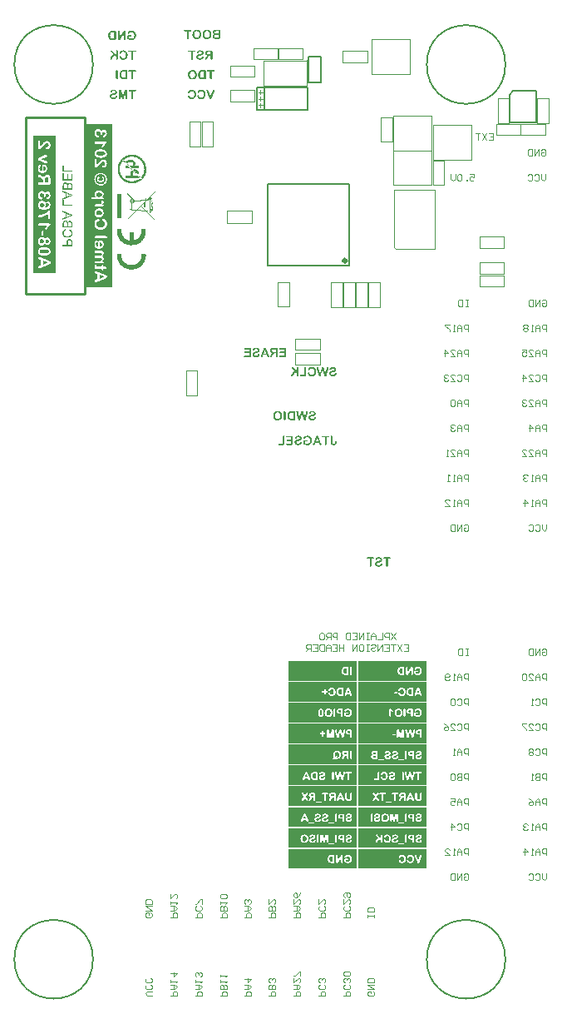
<source format=gbo>
%FSLAX43Y43*%
%MOMM*%
G71*
G01*
G75*
G04 Layer_Color=32896*
%ADD10R,1.000X2.250*%
%ADD11R,0.800X0.650*%
%ADD12R,1.200X1.200*%
%ADD13R,1.200X1.200*%
%ADD14R,0.500X0.650*%
%ADD15R,0.700X0.700*%
%ADD16R,0.550X0.600*%
%ADD17R,0.650X0.800*%
%ADD18R,0.900X0.600*%
%ADD19R,0.600X0.900*%
%ADD20R,0.762X0.762*%
%ADD21R,0.950X1.750*%
%ADD22R,1.000X0.950*%
%ADD23R,1.600X1.300*%
%ADD24R,0.600X0.500*%
%ADD25R,1.100X1.000*%
%ADD26R,1.100X0.600*%
%ADD27R,0.254X1.524*%
%ADD28R,0.254X1.524*%
%ADD29R,1.524X0.254*%
%ADD30R,1.524X0.254*%
%ADD31R,1.524X0.254*%
%ADD32R,0.254X1.524*%
%ADD33R,1.524X0.254*%
%ADD34R,1.524X0.254*%
%ADD35R,0.254X1.524*%
%ADD36R,0.254X1.524*%
%ADD37R,0.254X1.524*%
%ADD38R,1.600X1.000*%
%ADD39R,2.500X3.000*%
%ADD40R,0.400X1.400*%
%ADD41R,2.300X1.900*%
%ADD42R,1.775X1.900*%
%ADD43C,0.125*%
%ADD44C,0.150*%
%ADD45C,0.175*%
%ADD46C,0.200*%
%ADD47C,0.180*%
%ADD48C,0.300*%
%ADD49R,0.900X0.300*%
%ADD50C,3.600*%
%ADD51R,1.700X1.700*%
%ADD52C,1.700*%
%ADD53R,1.700X1.700*%
%ADD54C,0.350*%
%ADD55C,0.380*%
%ADD56C,0.550*%
%ADD57C,0.500*%
G04:AMPARAMS|DCode=58|XSize=4.224mm|YSize=4.224mm|CornerRadius=0mm|HoleSize=0mm|Usage=FLASHONLY|Rotation=0.000|XOffset=0mm|YOffset=0mm|HoleType=Round|Shape=Relief|Width=0.254mm|Gap=0.254mm|Entries=4|*
%AMTHD58*
7,0,0,4.224,3.716,0.254,45*
%
%ADD58THD58*%
%ADD59C,1.400*%
G04:AMPARAMS|DCode=60|XSize=2.524mm|YSize=2.524mm|CornerRadius=0mm|HoleSize=0mm|Usage=FLASHONLY|Rotation=0.000|XOffset=0mm|YOffset=0mm|HoleType=Round|Shape=Relief|Width=0.254mm|Gap=0.254mm|Entries=4|*
%AMTHD60*
7,0,0,2.524,2.016,0.254,45*
%
%ADD60THD60*%
%ADD61C,0.650*%
%ADD62C,3.100*%
%ADD63C,0.800*%
%ADD64R,1.300X0.600*%
%ADD65C,1.270*%
%ADD66R,0.650X0.500*%
%ADD67R,0.762X0.762*%
%ADD68R,0.350X0.850*%
%ADD69C,0.280*%
%ADD70R,0.600X0.250*%
%ADD71R,1.600X1.500*%
%ADD72R,1.300X1.600*%
%ADD73C,0.254*%
%ADD74C,0.250*%
%ADD75C,0.100*%
%ADD76C,0.229*%
%ADD77C,0.112*%
%ADD78R,2.100X2.100*%
%ADD79R,2.100X2.100*%
%ADD80R,1.700X1.700*%
%ADD81R,0.900X0.510*%
%ADD82R,1.100X2.350*%
%ADD83R,0.900X0.750*%
%ADD84R,1.300X1.300*%
%ADD85R,1.300X1.300*%
%ADD86R,0.600X0.750*%
%ADD87R,0.800X0.800*%
%ADD88R,0.650X0.700*%
%ADD89R,0.750X0.900*%
%ADD90R,1.000X0.700*%
%ADD91R,0.700X1.000*%
%ADD92R,0.862X0.862*%
%ADD93R,1.050X1.850*%
%ADD94R,1.100X1.050*%
%ADD95R,1.700X1.400*%
%ADD96R,0.700X0.600*%
%ADD97R,1.200X1.100*%
%ADD98R,1.200X0.700*%
%ADD99R,0.406X1.676*%
%ADD100R,0.406X1.676*%
%ADD101R,1.676X0.406*%
%ADD102R,1.676X0.406*%
%ADD103R,1.676X0.406*%
%ADD104R,0.406X1.676*%
%ADD105R,1.676X0.406*%
%ADD106R,1.676X0.406*%
%ADD107R,0.406X1.676*%
%ADD108R,0.406X1.676*%
%ADD109R,0.406X1.676*%
%ADD110R,1.700X1.100*%
%ADD111R,2.600X3.100*%
%ADD112R,0.500X1.500*%
%ADD113R,2.400X2.000*%
%ADD114R,1.875X2.000*%
%ADD115C,3.700*%
%ADD116R,1.800X1.800*%
%ADD117C,1.800*%
%ADD118R,1.800X1.800*%
%ADD119C,0.900*%
%ADD120R,1.400X0.700*%
%ADD121C,1.370*%
%ADD122R,0.750X0.600*%
%ADD123R,0.862X0.862*%
%ADD124R,0.450X0.950*%
%ADD125R,0.700X0.350*%
%ADD126R,1.700X1.600*%
%ADD127R,1.400X1.700*%
%ADD128C,0.400*%
%ADD129R,0.200X0.100*%
%ADD130C,0.400*%
G36*
X-34678Y-5074D02*
X-34663Y-5075D01*
X-34651Y-5080D01*
X-34641Y-5083D01*
X-34634Y-5087D01*
X-34628Y-5091D01*
X-34625Y-5093D01*
X-34623Y-5094D01*
X-34616Y-5103D01*
X-34610Y-5112D01*
X-34606Y-5121D01*
X-34603Y-5131D01*
X-34601Y-5138D01*
X-34600Y-5146D01*
Y-5150D01*
Y-5151D01*
X-34601Y-5163D01*
X-34604Y-5175D01*
X-34607Y-5185D01*
X-34612Y-5192D01*
X-34616Y-5198D01*
X-34620Y-5203D01*
X-34622Y-5206D01*
X-34623Y-5207D01*
X-34634Y-5214D01*
X-34644Y-5219D01*
X-34667Y-5225D01*
X-34678Y-5226D01*
X-34686Y-5228D01*
X-34900D01*
Y-5902D01*
X-34901Y-5922D01*
X-34904Y-5940D01*
X-34907Y-5955D01*
X-34913Y-5966D01*
X-34917Y-5977D01*
X-34920Y-5982D01*
X-34923Y-5987D01*
X-34925Y-5988D01*
X-34935Y-5997D01*
X-34947Y-6004D01*
X-34958Y-6009D01*
X-34969Y-6013D01*
X-34979Y-6015D01*
X-34986Y-6016D01*
X-34994D01*
X-35008Y-6015D01*
X-35021Y-6012D01*
X-35033Y-6007D01*
X-35043Y-6001D01*
X-35051Y-5997D01*
X-35056Y-5993D01*
X-35059Y-5990D01*
X-35061Y-5988D01*
X-35070Y-5977D01*
X-35075Y-5963D01*
X-35081Y-5949D01*
X-35084Y-5934D01*
X-35086Y-5922D01*
X-35087Y-5912D01*
Y-5905D01*
Y-5902D01*
Y-5228D01*
X-35292D01*
X-35308Y-5226D01*
X-35323Y-5225D01*
X-35334Y-5222D01*
X-35345Y-5217D01*
X-35352Y-5213D01*
X-35358Y-5210D01*
X-35361Y-5208D01*
X-35362Y-5207D01*
X-35371Y-5198D01*
X-35377Y-5189D01*
X-35381Y-5181D01*
X-35384Y-5172D01*
X-35386Y-5163D01*
X-35387Y-5157D01*
Y-5153D01*
Y-5151D01*
X-35386Y-5138D01*
X-35384Y-5128D01*
X-35380Y-5118D01*
X-35375Y-5109D01*
X-35371Y-5103D01*
X-35368Y-5099D01*
X-35365Y-5096D01*
X-35364Y-5094D01*
X-35353Y-5087D01*
X-35343Y-5081D01*
X-35330Y-5078D01*
X-35320Y-5075D01*
X-35308Y-5074D01*
X-35299Y-5072D01*
X-34694D01*
X-34678Y-5074D01*
D02*
G37*
G36*
X-36825Y-5059D02*
X-36790Y-5064D01*
X-36758Y-5068D01*
X-36730Y-5074D01*
X-36707Y-5081D01*
X-36697Y-5084D01*
X-36689Y-5086D01*
X-36683Y-5089D01*
X-36679Y-5090D01*
X-36676Y-5091D01*
X-36675D01*
X-36644Y-5105D01*
X-36618Y-5121D01*
X-36593Y-5137D01*
X-36572Y-5153D01*
X-36556Y-5166D01*
X-36543Y-5178D01*
X-36536Y-5185D01*
X-36533Y-5187D01*
Y-5188D01*
X-36512Y-5211D01*
X-36495Y-5238D01*
X-36479Y-5263D01*
X-36467Y-5286D01*
X-36457Y-5307D01*
X-36449Y-5324D01*
X-36446Y-5330D01*
X-36445Y-5334D01*
X-36443Y-5337D01*
Y-5339D01*
X-36433Y-5372D01*
X-36426Y-5407D01*
X-36421Y-5440D01*
X-36419Y-5470D01*
X-36416Y-5497D01*
Y-5507D01*
X-36414Y-5517D01*
Y-5525D01*
Y-5530D01*
Y-5533D01*
Y-5535D01*
X-36416Y-5573D01*
X-36419Y-5609D01*
X-36423Y-5643D01*
X-36429Y-5671D01*
X-36435Y-5696D01*
X-36436Y-5706D01*
X-36439Y-5713D01*
X-36440Y-5721D01*
X-36442Y-5725D01*
X-36443Y-5728D01*
Y-5729D01*
X-36455Y-5762D01*
X-36470Y-5791D01*
X-36483Y-5817D01*
X-36498Y-5839D01*
X-36511Y-5858D01*
X-36521Y-5871D01*
X-36527Y-5880D01*
X-36530Y-5881D01*
Y-5883D01*
X-36552Y-5906D01*
X-36577Y-5925D01*
X-36600Y-5943D01*
X-36623Y-5956D01*
X-36642Y-5968D01*
X-36659Y-5977D01*
X-36664Y-5978D01*
X-36669Y-5981D01*
X-36672Y-5982D01*
X-36673D01*
X-36707Y-5994D01*
X-36740Y-6001D01*
X-36773Y-6007D01*
X-36803Y-6012D01*
X-36830Y-6015D01*
X-36840D01*
X-36850Y-6016D01*
X-36868D01*
X-36907Y-6015D01*
X-36944Y-6010D01*
X-36977Y-6006D01*
X-37005Y-5999D01*
X-37029Y-5993D01*
X-37039Y-5990D01*
X-37046Y-5988D01*
X-37052Y-5985D01*
X-37056Y-5984D01*
X-37059Y-5982D01*
X-37061D01*
X-37092Y-5968D01*
X-37119Y-5953D01*
X-37144Y-5937D01*
X-37165Y-5921D01*
X-37181Y-5906D01*
X-37194Y-5895D01*
X-37201Y-5887D01*
X-37204Y-5884D01*
X-37225Y-5860D01*
X-37242Y-5833D01*
X-37258Y-5808D01*
X-37270Y-5783D01*
X-37280Y-5763D01*
X-37286Y-5747D01*
X-37289Y-5741D01*
X-37291Y-5737D01*
X-37292Y-5734D01*
Y-5732D01*
X-37302Y-5699D01*
X-37310Y-5665D01*
X-37314Y-5631D01*
X-37318Y-5601D01*
X-37320Y-5576D01*
Y-5564D01*
X-37321Y-5554D01*
Y-5546D01*
Y-5541D01*
Y-5538D01*
Y-5536D01*
X-37318Y-5484D01*
X-37312Y-5435D01*
X-37308Y-5413D01*
X-37304Y-5393D01*
X-37299Y-5372D01*
X-37295Y-5355D01*
X-37289Y-5339D01*
X-37285Y-5326D01*
X-37280Y-5312D01*
X-37276Y-5302D01*
X-37272Y-5293D01*
X-37270Y-5287D01*
X-37267Y-5285D01*
Y-5283D01*
X-37245Y-5245D01*
X-37220Y-5211D01*
X-37194Y-5182D01*
X-37169Y-5159D01*
X-37146Y-5141D01*
X-37137Y-5134D01*
X-37128Y-5127D01*
X-37121Y-5122D01*
X-37115Y-5119D01*
X-37112Y-5116D01*
X-37111D01*
X-37071Y-5097D01*
X-37029Y-5083D01*
X-36988Y-5072D01*
X-36948Y-5065D01*
X-36931Y-5062D01*
X-36915Y-5061D01*
X-36900Y-5059D01*
X-36888D01*
X-36878Y-5058D01*
X-36863D01*
X-36825Y-5059D01*
D02*
G37*
G36*
X-35593Y-5074D02*
X-35574Y-5077D01*
X-35560Y-5081D01*
X-35548Y-5086D01*
X-35538Y-5091D01*
X-35532Y-5096D01*
X-35528Y-5099D01*
X-35526Y-5100D01*
X-35517Y-5112D01*
X-35511Y-5125D01*
X-35506Y-5140D01*
X-35503Y-5154D01*
X-35501Y-5168D01*
X-35500Y-5178D01*
Y-5185D01*
Y-5188D01*
Y-5868D01*
Y-5884D01*
X-35501Y-5899D01*
X-35503Y-5911D01*
X-35504Y-5922D01*
Y-5930D01*
X-35506Y-5937D01*
X-35507Y-5940D01*
Y-5941D01*
X-35510Y-5952D01*
X-35516Y-5960D01*
X-35526Y-5974D01*
X-35536Y-5982D01*
X-35539Y-5984D01*
X-35541Y-5985D01*
X-35551Y-5990D01*
X-35564Y-5994D01*
X-35589Y-5999D01*
X-35601D01*
X-35610Y-6000D01*
X-35886D01*
X-35906Y-5999D01*
X-35927Y-5997D01*
X-35943Y-5996D01*
X-35958D01*
X-35968Y-5994D01*
X-35974Y-5993D01*
X-35977D01*
X-35996Y-5988D01*
X-36013Y-5984D01*
X-36029Y-5980D01*
X-36044Y-5975D01*
X-36056Y-5971D01*
X-36064Y-5968D01*
X-36070Y-5966D01*
X-36072Y-5965D01*
X-36103Y-5947D01*
X-36117Y-5939D01*
X-36129Y-5930D01*
X-36139Y-5922D01*
X-36148Y-5917D01*
X-36152Y-5912D01*
X-36154Y-5911D01*
X-36170Y-5893D01*
X-36186Y-5877D01*
X-36199Y-5860D01*
X-36211Y-5845D01*
X-36220Y-5832D01*
X-36225Y-5820D01*
X-36230Y-5814D01*
X-36231Y-5811D01*
X-36242Y-5789D01*
X-36252Y-5769D01*
X-36259Y-5747D01*
X-36265Y-5728D01*
X-36271Y-5712D01*
X-36274Y-5699D01*
X-36277Y-5690D01*
Y-5688D01*
Y-5687D01*
X-36285Y-5634D01*
X-36288Y-5608D01*
X-36290Y-5584D01*
X-36291Y-5564D01*
Y-5549D01*
Y-5544D01*
Y-5539D01*
Y-5536D01*
Y-5535D01*
X-36290Y-5489D01*
X-36285Y-5446D01*
X-36278Y-5406D01*
X-36269Y-5369D01*
X-36258Y-5334D01*
X-36246Y-5304D01*
X-36233Y-5276D01*
X-36220Y-5251D01*
X-36205Y-5229D01*
X-36192Y-5210D01*
X-36180Y-5194D01*
X-36170Y-5181D01*
X-36160Y-5170D01*
X-36152Y-5163D01*
X-36148Y-5159D01*
X-36146Y-5157D01*
X-36124Y-5141D01*
X-36104Y-5127D01*
X-36082Y-5115D01*
X-36063Y-5106D01*
X-36047Y-5100D01*
X-36034Y-5094D01*
X-36025Y-5093D01*
X-36024Y-5091D01*
X-36022D01*
X-35996Y-5086D01*
X-35968Y-5080D01*
X-35940Y-5077D01*
X-35914Y-5075D01*
X-35892Y-5074D01*
X-35883Y-5072D01*
X-35614D01*
X-35593Y-5074D01*
D02*
G37*
G36*
X-43870Y-3059D02*
X-43836Y-3064D01*
X-43807Y-3068D01*
X-43781Y-3074D01*
X-43759Y-3081D01*
X-43750Y-3084D01*
X-43743Y-3086D01*
X-43737Y-3089D01*
X-43732Y-3090D01*
X-43729Y-3091D01*
X-43728D01*
X-43699Y-3105D01*
X-43672Y-3119D01*
X-43648Y-3135D01*
X-43627Y-3151D01*
X-43610Y-3165D01*
X-43596Y-3176D01*
X-43589Y-3184D01*
X-43588Y-3185D01*
X-43586Y-3187D01*
X-43566Y-3211D01*
X-43547Y-3236D01*
X-43530Y-3263D01*
X-43517Y-3286D01*
X-43507Y-3307D01*
X-43500Y-3324D01*
X-43497Y-3330D01*
X-43495Y-3334D01*
X-43494Y-3337D01*
Y-3339D01*
X-43484Y-3372D01*
X-43475Y-3407D01*
X-43469Y-3441D01*
X-43466Y-3472D01*
X-43463Y-3498D01*
Y-3510D01*
X-43462Y-3520D01*
Y-3527D01*
Y-3535D01*
Y-3538D01*
Y-3539D01*
Y-3564D01*
X-43463Y-3589D01*
X-43466Y-3611D01*
X-43468Y-3630D01*
X-43471Y-3646D01*
X-43472Y-3659D01*
X-43473Y-3666D01*
Y-3669D01*
X-43479Y-3691D01*
X-43485Y-3713D01*
X-43492Y-3732D01*
X-43498Y-3750D01*
X-43504Y-3764D01*
X-43509Y-3776D01*
X-43511Y-3782D01*
X-43513Y-3785D01*
X-43523Y-3804D01*
X-43533Y-3823D01*
X-43545Y-3839D01*
X-43554Y-3854D01*
X-43563Y-3865D01*
X-43570Y-3874D01*
X-43574Y-3880D01*
X-43576Y-3881D01*
X-43592Y-3899D01*
X-43607Y-3914D01*
X-43623Y-3927D01*
X-43636Y-3939D01*
X-43648Y-3947D01*
X-43656Y-3953D01*
X-43664Y-3958D01*
X-43665Y-3959D01*
X-43684Y-3969D01*
X-43703Y-3978D01*
X-43722Y-3985D01*
X-43738Y-3991D01*
X-43753Y-3996D01*
X-43765Y-3999D01*
X-43772Y-4001D01*
X-43775D01*
X-43822Y-4010D01*
X-43844Y-4013D01*
X-43864Y-4015D01*
X-43882D01*
X-43896Y-4016D01*
X-43908D01*
X-43943Y-4015D01*
X-43975Y-4012D01*
X-44003Y-4006D01*
X-44028Y-4000D01*
X-44048Y-3996D01*
X-44063Y-3990D01*
X-44069Y-3988D01*
X-44073Y-3987D01*
X-44075Y-3985D01*
X-44076D01*
X-44103Y-3974D01*
X-44126Y-3961D01*
X-44146Y-3946D01*
X-44164Y-3934D01*
X-44177Y-3922D01*
X-44187Y-3914D01*
X-44195Y-3906D01*
X-44196Y-3905D01*
X-44212Y-3886D01*
X-44227Y-3868D01*
X-44239Y-3851D01*
X-44249Y-3836D01*
X-44256Y-3823D01*
X-44261Y-3813D01*
X-44263Y-3807D01*
X-44265Y-3804D01*
X-44272Y-3785D01*
X-44278Y-3767D01*
X-44281Y-3751D01*
X-44284Y-3737D01*
X-44285Y-3725D01*
X-44287Y-3716D01*
Y-3710D01*
Y-3709D01*
X-44285Y-3696D01*
X-44282Y-3685D01*
X-44280Y-3675D01*
X-44275Y-3666D01*
X-44269Y-3659D01*
X-44266Y-3655D01*
X-44263Y-3652D01*
X-44262Y-3650D01*
X-44253Y-3643D01*
X-44243Y-3637D01*
X-44234Y-3633D01*
X-44225Y-3630D01*
X-44217Y-3628D01*
X-44211Y-3627D01*
X-44205D01*
X-44192Y-3628D01*
X-44180Y-3630D01*
X-44171Y-3634D01*
X-44163Y-3639D01*
X-44157Y-3643D01*
X-44152Y-3646D01*
X-44151Y-3649D01*
X-44149Y-3650D01*
X-44138Y-3669D01*
X-44127Y-3688D01*
X-44124Y-3696D01*
X-44122Y-3703D01*
X-44119Y-3707D01*
Y-3709D01*
X-44107Y-3737D01*
X-44094Y-3760D01*
X-44079Y-3781D01*
X-44066Y-3798D01*
X-44053Y-3811D01*
X-44043Y-3820D01*
X-44037Y-3826D01*
X-44034Y-3827D01*
X-44012Y-3841D01*
X-43988Y-3851D01*
X-43966Y-3857D01*
X-43945Y-3862D01*
X-43926Y-3865D01*
X-43911Y-3867D01*
X-43898D01*
X-43871Y-3865D01*
X-43847Y-3861D01*
X-43823Y-3855D01*
X-43804Y-3849D01*
X-43789Y-3843D01*
X-43778Y-3838D01*
X-43770Y-3833D01*
X-43768Y-3832D01*
X-43748Y-3817D01*
X-43731Y-3800D01*
X-43716Y-3782D01*
X-43703Y-3764D01*
X-43694Y-3750D01*
X-43687Y-3737D01*
X-43683Y-3728D01*
X-43681Y-3726D01*
Y-3725D01*
X-43671Y-3697D01*
X-43664Y-3666D01*
X-43659Y-3637D01*
X-43656Y-3608D01*
X-43653Y-3583D01*
Y-3573D01*
X-43652Y-3563D01*
Y-3555D01*
Y-3549D01*
Y-3546D01*
Y-3545D01*
X-43653Y-3516D01*
X-43655Y-3488D01*
X-43658Y-3462D01*
X-43662Y-3438D01*
X-43668Y-3416D01*
X-43674Y-3396D01*
X-43680Y-3377D01*
X-43686Y-3361D01*
X-43691Y-3346D01*
X-43697Y-3333D01*
X-43703Y-3321D01*
X-43709Y-3312D01*
X-43713Y-3305D01*
X-43716Y-3301D01*
X-43719Y-3298D01*
Y-3296D01*
X-43732Y-3280D01*
X-43747Y-3267D01*
X-43762Y-3255D01*
X-43778Y-3245D01*
X-43792Y-3236D01*
X-43808Y-3229D01*
X-43838Y-3219D01*
X-43864Y-3211D01*
X-43874Y-3210D01*
X-43885Y-3208D01*
X-43892Y-3207D01*
X-43904D01*
X-43930Y-3208D01*
X-43953Y-3213D01*
X-43975Y-3219D01*
X-43993Y-3225D01*
X-44007Y-3230D01*
X-44018Y-3236D01*
X-44024Y-3241D01*
X-44026Y-3242D01*
X-44044Y-3257D01*
X-44062Y-3273D01*
X-44076Y-3289D01*
X-44088Y-3307D01*
X-44098Y-3321D01*
X-44107Y-3333D01*
X-44111Y-3342D01*
X-44113Y-3343D01*
Y-3345D01*
X-44120Y-3359D01*
X-44129Y-3372D01*
X-44135Y-3383D01*
X-44141Y-3390D01*
X-44145Y-3397D01*
X-44149Y-3402D01*
X-44151Y-3403D01*
X-44152Y-3405D01*
X-44160Y-3410D01*
X-44168Y-3413D01*
X-44186Y-3419D01*
X-44195D01*
X-44201Y-3421D01*
X-44206D01*
X-44218Y-3419D01*
X-44228Y-3416D01*
X-44239Y-3413D01*
X-44246Y-3407D01*
X-44253Y-3403D01*
X-44258Y-3400D01*
X-44261Y-3397D01*
X-44262Y-3396D01*
X-44269Y-3386D01*
X-44275Y-3377D01*
X-44280Y-3366D01*
X-44282Y-3358D01*
X-44284Y-3350D01*
X-44285Y-3345D01*
Y-3340D01*
Y-3339D01*
X-44284Y-3317D01*
X-44278Y-3295D01*
X-44271Y-3273D01*
X-44262Y-3254D01*
X-44253Y-3238D01*
X-44246Y-3226D01*
X-44240Y-3217D01*
X-44239Y-3214D01*
X-44220Y-3191D01*
X-44198Y-3169D01*
X-44176Y-3150D01*
X-44154Y-3134D01*
X-44133Y-3121D01*
X-44117Y-3112D01*
X-44111Y-3108D01*
X-44107Y-3105D01*
X-44104Y-3103D01*
X-44103D01*
X-44069Y-3089D01*
X-44034Y-3077D01*
X-44002Y-3070D01*
X-43971Y-3064D01*
X-43943Y-3061D01*
X-43931Y-3059D01*
X-43923Y-3058D01*
X-43904D01*
X-43870Y-3059D01*
D02*
G37*
G36*
X-42678Y-3074D02*
X-42663Y-3075D01*
X-42651Y-3080D01*
X-42641Y-3083D01*
X-42634Y-3087D01*
X-42628Y-3091D01*
X-42625Y-3093D01*
X-42623Y-3094D01*
X-42616Y-3103D01*
X-42610Y-3112D01*
X-42606Y-3121D01*
X-42603Y-3131D01*
X-42601Y-3138D01*
X-42600Y-3146D01*
Y-3150D01*
Y-3151D01*
X-42601Y-3163D01*
X-42604Y-3175D01*
X-42607Y-3185D01*
X-42612Y-3192D01*
X-42616Y-3198D01*
X-42620Y-3203D01*
X-42622Y-3206D01*
X-42623Y-3207D01*
X-42634Y-3214D01*
X-42644Y-3219D01*
X-42667Y-3225D01*
X-42678Y-3226D01*
X-42686Y-3228D01*
X-42900D01*
Y-3902D01*
X-42901Y-3922D01*
X-42904Y-3940D01*
X-42907Y-3955D01*
X-42913Y-3966D01*
X-42917Y-3977D01*
X-42920Y-3982D01*
X-42923Y-3987D01*
X-42925Y-3988D01*
X-42935Y-3997D01*
X-42947Y-4004D01*
X-42958Y-4009D01*
X-42969Y-4013D01*
X-42979Y-4015D01*
X-42986Y-4016D01*
X-42994D01*
X-43008Y-4015D01*
X-43021Y-4012D01*
X-43033Y-4007D01*
X-43043Y-4001D01*
X-43051Y-3997D01*
X-43056Y-3993D01*
X-43059Y-3990D01*
X-43061Y-3988D01*
X-43070Y-3977D01*
X-43075Y-3963D01*
X-43081Y-3949D01*
X-43084Y-3934D01*
X-43086Y-3922D01*
X-43087Y-3912D01*
Y-3905D01*
Y-3902D01*
Y-3228D01*
X-43292D01*
X-43308Y-3226D01*
X-43323Y-3225D01*
X-43334Y-3222D01*
X-43345Y-3217D01*
X-43352Y-3213D01*
X-43358Y-3210D01*
X-43361Y-3208D01*
X-43362Y-3207D01*
X-43371Y-3198D01*
X-43377Y-3189D01*
X-43381Y-3181D01*
X-43384Y-3172D01*
X-43386Y-3163D01*
X-43387Y-3157D01*
Y-3153D01*
Y-3151D01*
X-43386Y-3138D01*
X-43384Y-3128D01*
X-43380Y-3118D01*
X-43375Y-3109D01*
X-43371Y-3103D01*
X-43368Y-3099D01*
X-43365Y-3096D01*
X-43364Y-3094D01*
X-43353Y-3087D01*
X-43343Y-3081D01*
X-43330Y-3078D01*
X-43320Y-3075D01*
X-43308Y-3074D01*
X-43299Y-3072D01*
X-42694D01*
X-42678Y-3074D01*
D02*
G37*
G36*
X-49961Y-16176D02*
X-49628D01*
Y-15636D01*
X-49513D01*
Y-16176D01*
X-49213D01*
Y-15599D01*
X-49099D01*
Y-16305D01*
X-50075D01*
Y-15577D01*
X-49961D01*
Y-16176D01*
D02*
G37*
G36*
X-20125Y-86283D02*
X-27125D01*
Y-84283D01*
X-20125D01*
Y-86283D01*
D02*
G37*
G36*
X-13000D02*
X-20000D01*
Y-84283D01*
X-13000D01*
Y-86283D01*
D02*
G37*
G36*
Y-67158D02*
X-20000D01*
Y-65157D01*
X-13000D01*
Y-67158D01*
D02*
G37*
G36*
X-49961Y-15275D02*
X-49099D01*
Y-15404D01*
X-50075D01*
Y-14795D01*
X-49961D01*
Y-15275D01*
D02*
G37*
G36*
X-20125Y-67158D02*
X-27125D01*
Y-65158D01*
X-20125D01*
Y-67158D01*
D02*
G37*
G36*
X-43588Y-7074D02*
X-43571Y-7075D01*
X-43557Y-7080D01*
X-43545Y-7083D01*
X-43535Y-7087D01*
X-43528Y-7091D01*
X-43523Y-7093D01*
X-43522Y-7094D01*
X-43511Y-7103D01*
X-43504Y-7116D01*
X-43498Y-7129D01*
X-43495Y-7143D01*
X-43492Y-7156D01*
X-43491Y-7166D01*
Y-7173D01*
Y-7176D01*
Y-7911D01*
X-43492Y-7930D01*
X-43495Y-7946D01*
X-43498Y-7960D01*
X-43503Y-7971D01*
X-43507Y-7980D01*
X-43511Y-7987D01*
X-43513Y-7990D01*
X-43514Y-7991D01*
X-43523Y-8000D01*
X-43533Y-8006D01*
X-43544Y-8010D01*
X-43554Y-8013D01*
X-43563Y-8015D01*
X-43570Y-8016D01*
X-43576D01*
X-43590Y-8015D01*
X-43602Y-8012D01*
X-43614Y-8007D01*
X-43623Y-8003D01*
X-43630Y-7999D01*
X-43634Y-7994D01*
X-43637Y-7991D01*
X-43639Y-7990D01*
X-43648Y-7978D01*
X-43653Y-7966D01*
X-43658Y-7953D01*
X-43661Y-7940D01*
X-43662Y-7928D01*
X-43664Y-7920D01*
Y-7914D01*
Y-7911D01*
Y-7270D01*
X-43811Y-7861D01*
X-43817Y-7881D01*
X-43822Y-7901D01*
X-43823Y-7908D01*
X-43825Y-7914D01*
X-43826Y-7917D01*
Y-7918D01*
X-43832Y-7937D01*
X-43838Y-7952D01*
X-43841Y-7958D01*
X-43844Y-7962D01*
X-43845Y-7965D01*
Y-7966D01*
X-43857Y-7981D01*
X-43868Y-7993D01*
X-43877Y-7999D01*
X-43880Y-8001D01*
X-43882D01*
X-43901Y-8010D01*
X-43918Y-8015D01*
X-43926D01*
X-43931Y-8016D01*
X-43937D01*
X-43953Y-8015D01*
X-43966Y-8013D01*
X-43978Y-8009D01*
X-43988Y-8004D01*
X-43996Y-8001D01*
X-44002Y-7997D01*
X-44005Y-7996D01*
X-44006Y-7994D01*
X-44015Y-7985D01*
X-44022Y-7977D01*
X-44032Y-7962D01*
X-44035Y-7955D01*
X-44038Y-7950D01*
X-44040Y-7947D01*
Y-7946D01*
X-44043Y-7934D01*
X-44047Y-7921D01*
X-44054Y-7893D01*
X-44059Y-7881D01*
X-44060Y-7870D01*
X-44063Y-7864D01*
Y-7861D01*
X-44212Y-7270D01*
Y-7911D01*
X-44214Y-7930D01*
X-44217Y-7946D01*
X-44220Y-7959D01*
X-44224Y-7969D01*
X-44228Y-7978D01*
X-44233Y-7985D01*
X-44234Y-7988D01*
X-44236Y-7990D01*
X-44244Y-7999D01*
X-44255Y-8004D01*
X-44265Y-8010D01*
X-44275Y-8013D01*
X-44284Y-8015D01*
X-44291Y-8016D01*
X-44297D01*
X-44312Y-8015D01*
X-44323Y-8012D01*
X-44335Y-8007D01*
X-44344Y-8003D01*
X-44351Y-7999D01*
X-44356Y-7994D01*
X-44359Y-7991D01*
X-44360Y-7990D01*
X-44369Y-7978D01*
X-44375Y-7966D01*
X-44379Y-7953D01*
X-44382Y-7940D01*
X-44383Y-7928D01*
X-44385Y-7920D01*
Y-7914D01*
Y-7911D01*
Y-7176D01*
X-44383Y-7156D01*
X-44381Y-7137D01*
X-44375Y-7124D01*
X-44369Y-7112D01*
X-44363Y-7105D01*
X-44357Y-7099D01*
X-44354Y-7096D01*
X-44353Y-7094D01*
X-44340Y-7087D01*
X-44326Y-7081D01*
X-44312Y-7078D01*
X-44299Y-7075D01*
X-44287Y-7074D01*
X-44277Y-7072D01*
X-44190D01*
X-44176Y-7074D01*
X-44163Y-7075D01*
X-44152Y-7077D01*
X-44144Y-7080D01*
X-44138Y-7081D01*
X-44135Y-7083D01*
X-44133D01*
X-44124Y-7087D01*
X-44119Y-7091D01*
X-44107Y-7103D01*
X-44101Y-7112D01*
X-44098Y-7115D01*
Y-7116D01*
X-44094Y-7127D01*
X-44089Y-7140D01*
X-44081Y-7166D01*
X-44078Y-7178D01*
X-44075Y-7188D01*
X-44072Y-7194D01*
Y-7197D01*
X-43937Y-7704D01*
X-43803Y-7197D01*
X-43797Y-7178D01*
X-43792Y-7160D01*
X-43788Y-7147D01*
X-43784Y-7135D01*
X-43781Y-7127D01*
X-43778Y-7121D01*
X-43776Y-7118D01*
Y-7116D01*
X-43772Y-7108D01*
X-43766Y-7100D01*
X-43754Y-7090D01*
X-43746Y-7084D01*
X-43743Y-7083D01*
X-43741D01*
X-43731Y-7080D01*
X-43719Y-7077D01*
X-43694Y-7074D01*
X-43683Y-7072D01*
X-43607D01*
X-43588Y-7074D01*
D02*
G37*
G36*
X-42678D02*
X-42663Y-7075D01*
X-42651Y-7080D01*
X-42641Y-7083D01*
X-42634Y-7087D01*
X-42628Y-7091D01*
X-42625Y-7093D01*
X-42623Y-7094D01*
X-42616Y-7103D01*
X-42610Y-7112D01*
X-42606Y-7121D01*
X-42603Y-7131D01*
X-42601Y-7138D01*
X-42600Y-7146D01*
Y-7150D01*
Y-7151D01*
X-42601Y-7163D01*
X-42604Y-7175D01*
X-42607Y-7185D01*
X-42612Y-7192D01*
X-42616Y-7198D01*
X-42620Y-7203D01*
X-42622Y-7206D01*
X-42623Y-7207D01*
X-42634Y-7214D01*
X-42644Y-7219D01*
X-42667Y-7225D01*
X-42678Y-7226D01*
X-42686Y-7228D01*
X-42900D01*
Y-7902D01*
X-42901Y-7922D01*
X-42904Y-7940D01*
X-42907Y-7955D01*
X-42913Y-7966D01*
X-42917Y-7977D01*
X-42920Y-7982D01*
X-42923Y-7987D01*
X-42925Y-7988D01*
X-42935Y-7997D01*
X-42947Y-8004D01*
X-42958Y-8009D01*
X-42969Y-8013D01*
X-42979Y-8015D01*
X-42986Y-8016D01*
X-42994D01*
X-43008Y-8015D01*
X-43021Y-8012D01*
X-43033Y-8007D01*
X-43043Y-8001D01*
X-43051Y-7997D01*
X-43056Y-7993D01*
X-43059Y-7990D01*
X-43061Y-7988D01*
X-43070Y-7977D01*
X-43075Y-7963D01*
X-43081Y-7949D01*
X-43084Y-7934D01*
X-43086Y-7922D01*
X-43087Y-7912D01*
Y-7905D01*
Y-7902D01*
Y-7228D01*
X-43292D01*
X-43308Y-7226D01*
X-43323Y-7225D01*
X-43334Y-7222D01*
X-43345Y-7217D01*
X-43352Y-7213D01*
X-43358Y-7210D01*
X-43361Y-7208D01*
X-43362Y-7207D01*
X-43371Y-7198D01*
X-43377Y-7189D01*
X-43381Y-7181D01*
X-43384Y-7172D01*
X-43386Y-7163D01*
X-43387Y-7157D01*
Y-7153D01*
Y-7151D01*
X-43386Y-7138D01*
X-43384Y-7128D01*
X-43380Y-7118D01*
X-43375Y-7109D01*
X-43371Y-7103D01*
X-43368Y-7099D01*
X-43365Y-7096D01*
X-43364Y-7094D01*
X-43353Y-7087D01*
X-43343Y-7081D01*
X-43330Y-7078D01*
X-43320Y-7075D01*
X-43308Y-7074D01*
X-43299Y-7072D01*
X-42694D01*
X-42678Y-7074D01*
D02*
G37*
G36*
X-36904Y-7059D02*
X-36870Y-7064D01*
X-36841Y-7068D01*
X-36814Y-7074D01*
X-36792Y-7081D01*
X-36784Y-7084D01*
X-36776Y-7086D01*
X-36770Y-7089D01*
X-36766Y-7090D01*
X-36763Y-7091D01*
X-36762D01*
X-36732Y-7105D01*
X-36706Y-7119D01*
X-36681Y-7135D01*
X-36661Y-7151D01*
X-36643Y-7165D01*
X-36630Y-7176D01*
X-36623Y-7184D01*
X-36621Y-7185D01*
X-36620Y-7187D01*
X-36599Y-7211D01*
X-36580Y-7236D01*
X-36564Y-7263D01*
X-36551Y-7286D01*
X-36541Y-7307D01*
X-36533Y-7324D01*
X-36531Y-7330D01*
X-36529Y-7334D01*
X-36528Y-7337D01*
Y-7339D01*
X-36517Y-7372D01*
X-36509Y-7407D01*
X-36503Y-7441D01*
X-36500Y-7472D01*
X-36497Y-7498D01*
Y-7510D01*
X-36495Y-7520D01*
Y-7527D01*
Y-7535D01*
Y-7538D01*
Y-7539D01*
Y-7564D01*
X-36497Y-7589D01*
X-36500Y-7611D01*
X-36501Y-7630D01*
X-36504Y-7646D01*
X-36506Y-7659D01*
X-36507Y-7666D01*
Y-7669D01*
X-36513Y-7691D01*
X-36519Y-7713D01*
X-36526Y-7732D01*
X-36532Y-7750D01*
X-36538Y-7764D01*
X-36542Y-7776D01*
X-36545Y-7782D01*
X-36547Y-7785D01*
X-36557Y-7804D01*
X-36567Y-7823D01*
X-36579Y-7839D01*
X-36588Y-7854D01*
X-36596Y-7865D01*
X-36604Y-7874D01*
X-36608Y-7880D01*
X-36610Y-7881D01*
X-36626Y-7899D01*
X-36640Y-7914D01*
X-36656Y-7927D01*
X-36669Y-7939D01*
X-36681Y-7947D01*
X-36690Y-7953D01*
X-36697Y-7958D01*
X-36699Y-7959D01*
X-36718Y-7969D01*
X-36737Y-7978D01*
X-36756Y-7985D01*
X-36772Y-7991D01*
X-36787Y-7996D01*
X-36798Y-7999D01*
X-36806Y-8001D01*
X-36808D01*
X-36855Y-8010D01*
X-36877Y-8013D01*
X-36898Y-8015D01*
X-36915D01*
X-36930Y-8016D01*
X-36942D01*
X-36977Y-8015D01*
X-37009Y-8012D01*
X-37037Y-8006D01*
X-37062Y-8000D01*
X-37082Y-7996D01*
X-37097Y-7990D01*
X-37103Y-7988D01*
X-37107Y-7987D01*
X-37108Y-7985D01*
X-37110D01*
X-37136Y-7974D01*
X-37160Y-7960D01*
X-37180Y-7946D01*
X-37198Y-7934D01*
X-37211Y-7922D01*
X-37221Y-7914D01*
X-37228Y-7906D01*
X-37230Y-7905D01*
X-37246Y-7886D01*
X-37261Y-7868D01*
X-37272Y-7851D01*
X-37283Y-7836D01*
X-37290Y-7823D01*
X-37294Y-7813D01*
X-37297Y-7807D01*
X-37299Y-7804D01*
X-37306Y-7785D01*
X-37312Y-7767D01*
X-37315Y-7751D01*
X-37318Y-7737D01*
X-37319Y-7725D01*
X-37321Y-7716D01*
Y-7710D01*
Y-7709D01*
X-37319Y-7696D01*
X-37316Y-7685D01*
X-37313Y-7675D01*
X-37309Y-7666D01*
X-37303Y-7659D01*
X-37300Y-7655D01*
X-37297Y-7652D01*
X-37296Y-7650D01*
X-37287Y-7643D01*
X-37277Y-7637D01*
X-37268Y-7633D01*
X-37259Y-7630D01*
X-37250Y-7628D01*
X-37244Y-7627D01*
X-37239D01*
X-37225Y-7628D01*
X-37214Y-7630D01*
X-37205Y-7634D01*
X-37196Y-7639D01*
X-37190Y-7643D01*
X-37186Y-7646D01*
X-37184Y-7649D01*
X-37183Y-7650D01*
X-37171Y-7669D01*
X-37161Y-7688D01*
X-37158Y-7696D01*
X-37155Y-7703D01*
X-37152Y-7707D01*
Y-7709D01*
X-37141Y-7737D01*
X-37127Y-7760D01*
X-37113Y-7781D01*
X-37100Y-7798D01*
X-37086Y-7811D01*
X-37076Y-7820D01*
X-37070Y-7826D01*
X-37067Y-7827D01*
X-37046Y-7841D01*
X-37022Y-7851D01*
X-37000Y-7857D01*
X-36978Y-7862D01*
X-36959Y-7865D01*
X-36945Y-7867D01*
X-36931D01*
X-36905Y-7865D01*
X-36880Y-7861D01*
X-36857Y-7855D01*
X-36838Y-7849D01*
X-36823Y-7843D01*
X-36811Y-7838D01*
X-36804Y-7833D01*
X-36801Y-7832D01*
X-36782Y-7817D01*
X-36765Y-7800D01*
X-36750Y-7782D01*
X-36737Y-7764D01*
X-36728Y-7750D01*
X-36721Y-7737D01*
X-36716Y-7728D01*
X-36715Y-7726D01*
Y-7725D01*
X-36705Y-7697D01*
X-36697Y-7666D01*
X-36693Y-7637D01*
X-36690Y-7608D01*
X-36687Y-7583D01*
Y-7573D01*
X-36686Y-7563D01*
Y-7555D01*
Y-7549D01*
Y-7546D01*
Y-7545D01*
X-36687Y-7516D01*
X-36689Y-7488D01*
X-36691Y-7462D01*
X-36696Y-7438D01*
X-36702Y-7416D01*
X-36708Y-7396D01*
X-36713Y-7377D01*
X-36719Y-7361D01*
X-36725Y-7346D01*
X-36731Y-7333D01*
X-36737Y-7321D01*
X-36743Y-7312D01*
X-36747Y-7305D01*
X-36750Y-7301D01*
X-36753Y-7298D01*
Y-7296D01*
X-36766Y-7280D01*
X-36781Y-7267D01*
X-36795Y-7255D01*
X-36811Y-7245D01*
X-36826Y-7236D01*
X-36842Y-7229D01*
X-36871Y-7219D01*
X-36898Y-7211D01*
X-36908Y-7210D01*
X-36918Y-7208D01*
X-36926Y-7207D01*
X-36937D01*
X-36964Y-7208D01*
X-36987Y-7213D01*
X-37009Y-7219D01*
X-37026Y-7225D01*
X-37041Y-7230D01*
X-37051Y-7236D01*
X-37057Y-7241D01*
X-37060Y-7242D01*
X-37078Y-7257D01*
X-37095Y-7273D01*
X-37110Y-7289D01*
X-37122Y-7307D01*
X-37132Y-7321D01*
X-37141Y-7333D01*
X-37145Y-7342D01*
X-37146Y-7343D01*
Y-7345D01*
X-37154Y-7359D01*
X-37163Y-7372D01*
X-37168Y-7383D01*
X-37174Y-7390D01*
X-37179Y-7397D01*
X-37183Y-7402D01*
X-37184Y-7403D01*
X-37186Y-7405D01*
X-37193Y-7410D01*
X-37202Y-7413D01*
X-37220Y-7419D01*
X-37228D01*
X-37234Y-7421D01*
X-37240D01*
X-37252Y-7419D01*
X-37262Y-7416D01*
X-37272Y-7413D01*
X-37280Y-7407D01*
X-37287Y-7403D01*
X-37291Y-7400D01*
X-37294Y-7397D01*
X-37296Y-7396D01*
X-37303Y-7386D01*
X-37309Y-7377D01*
X-37313Y-7366D01*
X-37316Y-7358D01*
X-37318Y-7350D01*
X-37319Y-7345D01*
Y-7340D01*
Y-7339D01*
X-37318Y-7317D01*
X-37312Y-7295D01*
X-37304Y-7273D01*
X-37296Y-7254D01*
X-37287Y-7238D01*
X-37280Y-7226D01*
X-37274Y-7217D01*
X-37272Y-7214D01*
X-37253Y-7191D01*
X-37231Y-7169D01*
X-37209Y-7150D01*
X-37187Y-7134D01*
X-37167Y-7121D01*
X-37151Y-7112D01*
X-37145Y-7108D01*
X-37141Y-7105D01*
X-37138Y-7103D01*
X-37136D01*
X-37103Y-7089D01*
X-37067Y-7077D01*
X-37035Y-7070D01*
X-37005Y-7064D01*
X-36977Y-7061D01*
X-36965Y-7059D01*
X-36956Y-7058D01*
X-36937D01*
X-36904Y-7059D01*
D02*
G37*
G36*
X-34697D02*
X-34686Y-7062D01*
X-34674Y-7067D01*
X-34664Y-7071D01*
X-34656Y-7077D01*
X-34651Y-7081D01*
X-34648Y-7084D01*
X-34646Y-7086D01*
X-34637Y-7096D01*
X-34631Y-7106D01*
X-34627Y-7116D01*
X-34624Y-7125D01*
X-34623Y-7132D01*
X-34621Y-7138D01*
Y-7143D01*
Y-7144D01*
Y-7154D01*
X-34623Y-7163D01*
X-34624Y-7172D01*
Y-7173D01*
Y-7175D01*
X-34627Y-7188D01*
X-34631Y-7200D01*
X-34633Y-7207D01*
X-34634Y-7208D01*
Y-7210D01*
X-34639Y-7220D01*
X-34643Y-7230D01*
X-34645Y-7238D01*
X-34646Y-7239D01*
Y-7241D01*
X-34867Y-7842D01*
X-34876Y-7867D01*
X-34880Y-7879D01*
X-34883Y-7887D01*
X-34886Y-7896D01*
X-34889Y-7902D01*
X-34890Y-7906D01*
Y-7908D01*
X-34901Y-7930D01*
X-34909Y-7947D01*
X-34914Y-7953D01*
X-34917Y-7959D01*
X-34920Y-7962D01*
Y-7963D01*
X-34933Y-7980D01*
X-34946Y-7991D01*
X-34952Y-7996D01*
X-34956Y-7999D01*
X-34959Y-8001D01*
X-34961D01*
X-34983Y-8010D01*
X-35003Y-8015D01*
X-35012D01*
X-35019Y-8016D01*
X-35025D01*
X-35051Y-8013D01*
X-35062Y-8012D01*
X-35072Y-8009D01*
X-35079Y-8006D01*
X-35085Y-8004D01*
X-35088Y-8001D01*
X-35089D01*
X-35107Y-7990D01*
X-35120Y-7977D01*
X-35129Y-7968D01*
X-35132Y-7965D01*
Y-7963D01*
X-35144Y-7944D01*
X-35152Y-7927D01*
X-35155Y-7920D01*
X-35158Y-7914D01*
X-35160Y-7909D01*
Y-7908D01*
X-35168Y-7884D01*
X-35176Y-7864D01*
X-35179Y-7855D01*
X-35182Y-7848D01*
X-35183Y-7843D01*
Y-7842D01*
X-35408Y-7236D01*
X-35413Y-7225D01*
X-35416Y-7214D01*
X-35419Y-7207D01*
Y-7204D01*
X-35423Y-7192D01*
X-35426Y-7182D01*
X-35429Y-7175D01*
Y-7172D01*
X-35432Y-7160D01*
X-35433Y-7151D01*
Y-7146D01*
Y-7143D01*
X-35432Y-7128D01*
X-35427Y-7115D01*
X-35423Y-7106D01*
X-35422Y-7105D01*
Y-7103D01*
X-35411Y-7090D01*
X-35401Y-7080D01*
X-35392Y-7072D01*
X-35389Y-7071D01*
X-35388D01*
X-35372Y-7064D01*
X-35359Y-7059D01*
X-35353Y-7058D01*
X-35332D01*
X-35322Y-7061D01*
X-35313Y-7062D01*
X-35306Y-7065D01*
X-35300Y-7068D01*
X-35296Y-7071D01*
X-35294Y-7072D01*
X-35293Y-7074D01*
X-35281Y-7086D01*
X-35272Y-7097D01*
X-35266Y-7106D01*
X-35265Y-7108D01*
Y-7109D01*
X-35262Y-7118D01*
X-35258Y-7128D01*
X-35249Y-7150D01*
X-35246Y-7162D01*
X-35243Y-7169D01*
X-35242Y-7175D01*
X-35240Y-7178D01*
X-35029Y-7802D01*
X-34820Y-7182D01*
X-34813Y-7160D01*
X-34806Y-7140D01*
X-34798Y-7124D01*
X-34792Y-7110D01*
X-34787Y-7102D01*
X-34782Y-7094D01*
X-34781Y-7090D01*
X-34779Y-7089D01*
X-34770Y-7078D01*
X-34760Y-7071D01*
X-34750Y-7065D01*
X-34738Y-7062D01*
X-34728Y-7059D01*
X-34719Y-7058D01*
X-34712D01*
X-34697Y-7059D01*
D02*
G37*
G36*
X-35945D02*
X-35912Y-7064D01*
X-35882Y-7068D01*
X-35856Y-7074D01*
X-35834Y-7081D01*
X-35825Y-7084D01*
X-35818Y-7086D01*
X-35812Y-7089D01*
X-35808Y-7090D01*
X-35805Y-7091D01*
X-35803D01*
X-35774Y-7105D01*
X-35748Y-7119D01*
X-35723Y-7135D01*
X-35702Y-7151D01*
X-35685Y-7165D01*
X-35672Y-7176D01*
X-35664Y-7184D01*
X-35663Y-7185D01*
X-35661Y-7187D01*
X-35641Y-7211D01*
X-35622Y-7236D01*
X-35606Y-7263D01*
X-35593Y-7286D01*
X-35582Y-7307D01*
X-35575Y-7324D01*
X-35572Y-7330D01*
X-35571Y-7334D01*
X-35569Y-7337D01*
Y-7339D01*
X-35559Y-7372D01*
X-35550Y-7407D01*
X-35544Y-7441D01*
X-35542Y-7472D01*
X-35539Y-7498D01*
Y-7510D01*
X-35537Y-7520D01*
Y-7527D01*
Y-7535D01*
Y-7538D01*
Y-7539D01*
Y-7564D01*
X-35539Y-7589D01*
X-35542Y-7611D01*
X-35543Y-7630D01*
X-35546Y-7646D01*
X-35547Y-7659D01*
X-35549Y-7666D01*
Y-7669D01*
X-35555Y-7691D01*
X-35561Y-7713D01*
X-35568Y-7732D01*
X-35574Y-7750D01*
X-35580Y-7764D01*
X-35584Y-7776D01*
X-35587Y-7782D01*
X-35588Y-7785D01*
X-35599Y-7804D01*
X-35609Y-7823D01*
X-35620Y-7839D01*
X-35629Y-7854D01*
X-35638Y-7865D01*
X-35645Y-7874D01*
X-35650Y-7880D01*
X-35651Y-7881D01*
X-35667Y-7899D01*
X-35682Y-7914D01*
X-35698Y-7927D01*
X-35711Y-7939D01*
X-35723Y-7947D01*
X-35732Y-7953D01*
X-35739Y-7958D01*
X-35740Y-7959D01*
X-35759Y-7969D01*
X-35779Y-7978D01*
X-35798Y-7985D01*
X-35814Y-7991D01*
X-35828Y-7996D01*
X-35840Y-7999D01*
X-35847Y-8001D01*
X-35850D01*
X-35897Y-8010D01*
X-35919Y-8013D01*
X-35939Y-8015D01*
X-35957D01*
X-35972Y-8016D01*
X-35983D01*
X-36018Y-8015D01*
X-36051Y-8012D01*
X-36078Y-8006D01*
X-36103Y-8000D01*
X-36124Y-7996D01*
X-36138Y-7990D01*
X-36144Y-7988D01*
X-36149Y-7987D01*
X-36150Y-7985D01*
X-36152D01*
X-36178Y-7974D01*
X-36201Y-7960D01*
X-36222Y-7946D01*
X-36239Y-7934D01*
X-36253Y-7922D01*
X-36263Y-7914D01*
X-36270Y-7906D01*
X-36272Y-7905D01*
X-36288Y-7886D01*
X-36302Y-7868D01*
X-36314Y-7851D01*
X-36324Y-7836D01*
X-36332Y-7823D01*
X-36336Y-7813D01*
X-36339Y-7807D01*
X-36340Y-7804D01*
X-36348Y-7785D01*
X-36353Y-7767D01*
X-36356Y-7751D01*
X-36359Y-7737D01*
X-36361Y-7725D01*
X-36362Y-7716D01*
Y-7710D01*
Y-7709D01*
X-36361Y-7696D01*
X-36358Y-7685D01*
X-36355Y-7675D01*
X-36351Y-7666D01*
X-36345Y-7659D01*
X-36342Y-7655D01*
X-36339Y-7652D01*
X-36337Y-7650D01*
X-36329Y-7643D01*
X-36318Y-7637D01*
X-36310Y-7633D01*
X-36301Y-7630D01*
X-36292Y-7628D01*
X-36286Y-7627D01*
X-36280D01*
X-36267Y-7628D01*
X-36255Y-7630D01*
X-36247Y-7634D01*
X-36238Y-7639D01*
X-36232Y-7643D01*
X-36228Y-7646D01*
X-36226Y-7649D01*
X-36225Y-7650D01*
X-36213Y-7669D01*
X-36203Y-7688D01*
X-36200Y-7696D01*
X-36197Y-7703D01*
X-36194Y-7707D01*
Y-7709D01*
X-36182Y-7737D01*
X-36169Y-7760D01*
X-36155Y-7781D01*
X-36141Y-7798D01*
X-36128Y-7811D01*
X-36118Y-7820D01*
X-36112Y-7826D01*
X-36109Y-7827D01*
X-36087Y-7841D01*
X-36064Y-7851D01*
X-36042Y-7857D01*
X-36020Y-7862D01*
X-36001Y-7865D01*
X-35986Y-7867D01*
X-35973D01*
X-35947Y-7865D01*
X-35922Y-7861D01*
X-35898Y-7855D01*
X-35879Y-7849D01*
X-35865Y-7843D01*
X-35853Y-7838D01*
X-35846Y-7833D01*
X-35843Y-7832D01*
X-35824Y-7817D01*
X-35806Y-7800D01*
X-35792Y-7782D01*
X-35779Y-7764D01*
X-35770Y-7750D01*
X-35762Y-7737D01*
X-35758Y-7728D01*
X-35757Y-7726D01*
Y-7725D01*
X-35746Y-7697D01*
X-35739Y-7666D01*
X-35735Y-7637D01*
X-35732Y-7608D01*
X-35729Y-7583D01*
Y-7573D01*
X-35727Y-7563D01*
Y-7555D01*
Y-7549D01*
Y-7546D01*
Y-7545D01*
X-35729Y-7516D01*
X-35730Y-7488D01*
X-35733Y-7462D01*
X-35738Y-7438D01*
X-35743Y-7416D01*
X-35749Y-7396D01*
X-35755Y-7377D01*
X-35761Y-7361D01*
X-35767Y-7346D01*
X-35773Y-7333D01*
X-35779Y-7321D01*
X-35784Y-7312D01*
X-35789Y-7305D01*
X-35792Y-7301D01*
X-35795Y-7298D01*
Y-7296D01*
X-35808Y-7280D01*
X-35822Y-7267D01*
X-35837Y-7255D01*
X-35853Y-7245D01*
X-35868Y-7236D01*
X-35884Y-7229D01*
X-35913Y-7219D01*
X-35939Y-7211D01*
X-35950Y-7210D01*
X-35960Y-7208D01*
X-35967Y-7207D01*
X-35979D01*
X-36005Y-7208D01*
X-36029Y-7213D01*
X-36051Y-7219D01*
X-36068Y-7225D01*
X-36083Y-7230D01*
X-36093Y-7236D01*
X-36099Y-7241D01*
X-36102Y-7242D01*
X-36119Y-7257D01*
X-36137Y-7273D01*
X-36152Y-7289D01*
X-36163Y-7307D01*
X-36174Y-7321D01*
X-36182Y-7333D01*
X-36187Y-7342D01*
X-36188Y-7343D01*
Y-7345D01*
X-36195Y-7359D01*
X-36204Y-7372D01*
X-36210Y-7383D01*
X-36216Y-7390D01*
X-36220Y-7397D01*
X-36225Y-7402D01*
X-36226Y-7403D01*
X-36228Y-7405D01*
X-36235Y-7410D01*
X-36244Y-7413D01*
X-36261Y-7419D01*
X-36270D01*
X-36276Y-7421D01*
X-36282D01*
X-36293Y-7419D01*
X-36304Y-7416D01*
X-36314Y-7413D01*
X-36321Y-7407D01*
X-36329Y-7403D01*
X-36333Y-7400D01*
X-36336Y-7397D01*
X-36337Y-7396D01*
X-36345Y-7386D01*
X-36351Y-7377D01*
X-36355Y-7366D01*
X-36358Y-7358D01*
X-36359Y-7350D01*
X-36361Y-7345D01*
Y-7340D01*
Y-7339D01*
X-36359Y-7317D01*
X-36353Y-7295D01*
X-36346Y-7273D01*
X-36337Y-7254D01*
X-36329Y-7238D01*
X-36321Y-7226D01*
X-36315Y-7217D01*
X-36314Y-7214D01*
X-36295Y-7191D01*
X-36273Y-7169D01*
X-36251Y-7150D01*
X-36229Y-7134D01*
X-36209Y-7121D01*
X-36193Y-7112D01*
X-36187Y-7108D01*
X-36182Y-7105D01*
X-36179Y-7103D01*
X-36178D01*
X-36144Y-7089D01*
X-36109Y-7077D01*
X-36077Y-7070D01*
X-36046Y-7064D01*
X-36018Y-7061D01*
X-36007Y-7059D01*
X-35998Y-7058D01*
X-35979D01*
X-35945Y-7059D01*
D02*
G37*
G36*
X-44872D02*
X-44836Y-7062D01*
X-44805Y-7068D01*
X-44777Y-7074D01*
X-44755Y-7080D01*
X-44746Y-7083D01*
X-44739Y-7086D01*
X-44732Y-7087D01*
X-44727Y-7089D01*
X-44726Y-7090D01*
X-44724D01*
X-44697Y-7103D01*
X-44672Y-7118D01*
X-44651Y-7134D01*
X-44634Y-7149D01*
X-44620Y-7162D01*
X-44610Y-7172D01*
X-44604Y-7179D01*
X-44603Y-7182D01*
X-44590Y-7204D01*
X-44579Y-7228D01*
X-44572Y-7251D01*
X-44568Y-7271D01*
X-44565Y-7290D01*
X-44562Y-7305D01*
Y-7311D01*
Y-7315D01*
Y-7317D01*
Y-7318D01*
X-44563Y-7347D01*
X-44568Y-7374D01*
X-44575Y-7396D01*
X-44582Y-7416D01*
X-44588Y-7431D01*
X-44596Y-7443D01*
X-44600Y-7450D01*
X-44601Y-7453D01*
X-44618Y-7472D01*
X-44635Y-7488D01*
X-44653Y-7503D01*
X-44670Y-7514D01*
X-44685Y-7525D01*
X-44697Y-7532D01*
X-44705Y-7536D01*
X-44708Y-7538D01*
X-44735Y-7549D01*
X-44762Y-7560D01*
X-44790Y-7568D01*
X-44817Y-7576D01*
X-44840Y-7583D01*
X-44850Y-7586D01*
X-44859Y-7587D01*
X-44865Y-7589D01*
X-44871Y-7590D01*
X-44874Y-7592D01*
X-44875D01*
X-44901Y-7598D01*
X-44925Y-7605D01*
X-44945Y-7611D01*
X-44963Y-7615D01*
X-44976Y-7620D01*
X-44986Y-7623D01*
X-44992Y-7624D01*
X-44994Y-7625D01*
X-45010Y-7631D01*
X-45024Y-7639D01*
X-45036Y-7646D01*
X-45048Y-7653D01*
X-45055Y-7659D01*
X-45062Y-7665D01*
X-45065Y-7668D01*
X-45067Y-7669D01*
X-45077Y-7681D01*
X-45084Y-7693D01*
X-45089Y-7704D01*
X-45093Y-7718D01*
X-45094Y-7728D01*
X-45096Y-7737D01*
Y-7742D01*
Y-7744D01*
X-45093Y-7764D01*
X-45087Y-7783D01*
X-45080Y-7800D01*
X-45070Y-7814D01*
X-45059Y-7824D01*
X-45052Y-7833D01*
X-45046Y-7839D01*
X-45043Y-7841D01*
X-45023Y-7854D01*
X-44999Y-7862D01*
X-44977Y-7870D01*
X-44955Y-7874D01*
X-44936Y-7877D01*
X-44922Y-7879D01*
X-44907D01*
X-44885Y-7877D01*
X-44866Y-7876D01*
X-44850Y-7873D01*
X-44836Y-7868D01*
X-44824Y-7865D01*
X-44817Y-7862D01*
X-44811Y-7861D01*
X-44809Y-7860D01*
X-44796Y-7852D01*
X-44784Y-7843D01*
X-44774Y-7836D01*
X-44767Y-7829D01*
X-44759Y-7822D01*
X-44755Y-7816D01*
X-44752Y-7813D01*
X-44751Y-7811D01*
X-44736Y-7786D01*
X-44724Y-7763D01*
X-44720Y-7753D01*
X-44716Y-7744D01*
X-44714Y-7738D01*
X-44713Y-7737D01*
X-44707Y-7723D01*
X-44701Y-7712D01*
X-44695Y-7703D01*
X-44689Y-7696D01*
X-44685Y-7688D01*
X-44680Y-7684D01*
X-44679Y-7683D01*
X-44678Y-7681D01*
X-44670Y-7675D01*
X-44661Y-7669D01*
X-44645Y-7665D01*
X-44638Y-7663D01*
X-44632Y-7662D01*
X-44628D01*
X-44615Y-7663D01*
X-44603Y-7666D01*
X-44593Y-7669D01*
X-44584Y-7674D01*
X-44577Y-7680D01*
X-44571Y-7683D01*
X-44568Y-7685D01*
X-44566Y-7687D01*
X-44559Y-7696D01*
X-44553Y-7706D01*
X-44549Y-7715D01*
X-44546Y-7723D01*
X-44544Y-7732D01*
X-44543Y-7738D01*
Y-7742D01*
Y-7744D01*
X-44544Y-7766D01*
X-44549Y-7788D01*
X-44556Y-7810D01*
X-44563Y-7827D01*
X-44569Y-7843D01*
X-44577Y-7857D01*
X-44581Y-7864D01*
X-44582Y-7865D01*
Y-7867D01*
X-44599Y-7889D01*
X-44616Y-7908D01*
X-44632Y-7925D01*
X-44650Y-7939D01*
X-44664Y-7950D01*
X-44676Y-7958D01*
X-44683Y-7963D01*
X-44686Y-7965D01*
X-44721Y-7982D01*
X-44759Y-7994D01*
X-44797Y-8003D01*
X-44833Y-8010D01*
X-44850Y-8012D01*
X-44865Y-8013D01*
X-44878Y-8015D01*
X-44890D01*
X-44900Y-8016D01*
X-44913D01*
X-44954Y-8015D01*
X-44992Y-8010D01*
X-45026Y-8004D01*
X-45055Y-7997D01*
X-45067Y-7994D01*
X-45078Y-7991D01*
X-45087Y-7988D01*
X-45096Y-7985D01*
X-45102Y-7982D01*
X-45106Y-7981D01*
X-45109Y-7980D01*
X-45111D01*
X-45140Y-7963D01*
X-45166Y-7947D01*
X-45188Y-7930D01*
X-45206Y-7912D01*
X-45220Y-7898D01*
X-45229Y-7886D01*
X-45236Y-7877D01*
X-45238Y-7874D01*
X-45252Y-7848D01*
X-45263Y-7822D01*
X-45272Y-7797D01*
X-45276Y-7773D01*
X-45279Y-7753D01*
X-45282Y-7738D01*
Y-7732D01*
Y-7728D01*
Y-7725D01*
Y-7723D01*
X-45280Y-7699D01*
X-45277Y-7675D01*
X-45273Y-7655D01*
X-45269Y-7637D01*
X-45264Y-7624D01*
X-45260Y-7614D01*
X-45257Y-7606D01*
X-45255Y-7605D01*
X-45245Y-7587D01*
X-45233Y-7571D01*
X-45222Y-7558D01*
X-45212Y-7546D01*
X-45201Y-7538D01*
X-45193Y-7530D01*
X-45187Y-7526D01*
X-45185Y-7525D01*
X-45168Y-7513D01*
X-45150Y-7503D01*
X-45131Y-7494D01*
X-45115Y-7485D01*
X-45100Y-7479D01*
X-45087Y-7475D01*
X-45080Y-7472D01*
X-45078Y-7470D01*
X-45077D01*
X-45029Y-7454D01*
X-45005Y-7448D01*
X-44983Y-7443D01*
X-44964Y-7438D01*
X-44950Y-7434D01*
X-44944Y-7432D01*
X-44939D01*
X-44938Y-7431D01*
X-44936D01*
X-44915Y-7425D01*
X-44896Y-7421D01*
X-44881Y-7416D01*
X-44868Y-7412D01*
X-44857Y-7409D01*
X-44852Y-7407D01*
X-44847Y-7406D01*
X-44846D01*
X-44827Y-7399D01*
X-44809Y-7391D01*
X-44802Y-7388D01*
X-44796Y-7386D01*
X-44793Y-7384D01*
X-44792D01*
X-44774Y-7372D01*
X-44761Y-7361D01*
X-44754Y-7352D01*
X-44751Y-7350D01*
Y-7349D01*
X-44742Y-7333D01*
X-44737Y-7317D01*
Y-7311D01*
X-44736Y-7305D01*
Y-7302D01*
Y-7301D01*
X-44737Y-7285D01*
X-44743Y-7270D01*
X-44751Y-7257D01*
X-44758Y-7245D01*
X-44767Y-7236D01*
X-44773Y-7229D01*
X-44778Y-7225D01*
X-44780Y-7223D01*
X-44797Y-7213D01*
X-44817Y-7204D01*
X-44837Y-7198D01*
X-44855Y-7195D01*
X-44872Y-7192D01*
X-44885Y-7191D01*
X-44897D01*
X-44925Y-7192D01*
X-44948Y-7195D01*
X-44967Y-7201D01*
X-44983Y-7206D01*
X-44996Y-7211D01*
X-45004Y-7217D01*
X-45010Y-7220D01*
X-45011Y-7222D01*
X-45024Y-7233D01*
X-45036Y-7247D01*
X-45046Y-7260D01*
X-45055Y-7273D01*
X-45062Y-7285D01*
X-45068Y-7293D01*
X-45071Y-7299D01*
X-45073Y-7302D01*
X-45080Y-7315D01*
X-45086Y-7327D01*
X-45092Y-7336D01*
X-45097Y-7343D01*
X-45102Y-7349D01*
X-45105Y-7353D01*
X-45108Y-7355D01*
Y-7356D01*
X-45115Y-7362D01*
X-45122Y-7365D01*
X-45140Y-7371D01*
X-45146D01*
X-45152Y-7372D01*
X-45157D01*
X-45171Y-7371D01*
X-45181Y-7368D01*
X-45191Y-7364D01*
X-45200Y-7359D01*
X-45207Y-7355D01*
X-45212Y-7350D01*
X-45214Y-7347D01*
X-45216Y-7346D01*
X-45225Y-7336D01*
X-45231Y-7324D01*
X-45235Y-7314D01*
X-45238Y-7305D01*
X-45239Y-7296D01*
X-45241Y-7290D01*
Y-7286D01*
Y-7285D01*
X-45239Y-7271D01*
X-45238Y-7257D01*
X-45235Y-7245D01*
X-45232Y-7233D01*
X-45228Y-7225D01*
X-45225Y-7216D01*
X-45223Y-7211D01*
X-45222Y-7210D01*
X-45214Y-7195D01*
X-45204Y-7182D01*
X-45194Y-7169D01*
X-45185Y-7157D01*
X-45176Y-7149D01*
X-45169Y-7141D01*
X-45163Y-7137D01*
X-45162Y-7135D01*
X-45146Y-7122D01*
X-45128Y-7112D01*
X-45111Y-7102D01*
X-45094Y-7094D01*
X-45080Y-7089D01*
X-45068Y-7084D01*
X-45061Y-7081D01*
X-45059Y-7080D01*
X-45058D01*
X-45033Y-7072D01*
X-45008Y-7067D01*
X-44983Y-7064D01*
X-44960Y-7061D01*
X-44941Y-7059D01*
X-44925Y-7058D01*
X-44910D01*
X-44872Y-7059D01*
D02*
G37*
G36*
X-44543Y-5059D02*
X-44530Y-5062D01*
X-44518Y-5067D01*
X-44509Y-5072D01*
X-44500Y-5078D01*
X-44495Y-5083D01*
X-44492Y-5086D01*
X-44490Y-5087D01*
X-44481Y-5099D01*
X-44476Y-5112D01*
X-44471Y-5127D01*
X-44468Y-5140D01*
X-44467Y-5153D01*
X-44465Y-5163D01*
Y-5169D01*
Y-5172D01*
Y-5902D01*
X-44467Y-5922D01*
X-44470Y-5940D01*
X-44473Y-5955D01*
X-44479Y-5966D01*
X-44483Y-5977D01*
X-44486Y-5982D01*
X-44489Y-5987D01*
X-44490Y-5988D01*
X-44500Y-5997D01*
X-44512Y-6004D01*
X-44522Y-6009D01*
X-44534Y-6013D01*
X-44543Y-6015D01*
X-44550Y-6016D01*
X-44558D01*
X-44572Y-6015D01*
X-44587Y-6012D01*
X-44599Y-6007D01*
X-44607Y-6001D01*
X-44616Y-5997D01*
X-44622Y-5993D01*
X-44625Y-5990D01*
X-44626Y-5988D01*
X-44635Y-5977D01*
X-44641Y-5963D01*
X-44647Y-5949D01*
X-44650Y-5934D01*
X-44651Y-5922D01*
X-44653Y-5912D01*
Y-5905D01*
Y-5902D01*
Y-5172D01*
X-44651Y-5151D01*
X-44648Y-5134D01*
X-44644Y-5119D01*
X-44639Y-5108D01*
X-44635Y-5099D01*
X-44631Y-5093D01*
X-44628Y-5089D01*
X-44626Y-5087D01*
X-44616Y-5077D01*
X-44604Y-5070D01*
X-44593Y-5065D01*
X-44582Y-5061D01*
X-44572Y-5059D01*
X-44565Y-5058D01*
X-44558D01*
X-44543Y-5059D01*
D02*
G37*
G36*
X-44536Y-3059D02*
X-44522Y-3062D01*
X-44511Y-3067D01*
X-44500Y-3072D01*
X-44493Y-3078D01*
X-44487Y-3083D01*
X-44484Y-3086D01*
X-44483Y-3087D01*
X-44474Y-3099D01*
X-44468Y-3112D01*
X-44464Y-3127D01*
X-44461Y-3140D01*
X-44460Y-3153D01*
X-44458Y-3163D01*
Y-3169D01*
Y-3172D01*
Y-3861D01*
Y-3877D01*
Y-3890D01*
Y-3902D01*
X-44460Y-3911D01*
Y-3918D01*
Y-3924D01*
Y-3927D01*
Y-3928D01*
X-44462Y-3944D01*
X-44465Y-3958D01*
X-44468Y-3968D01*
X-44470Y-3969D01*
Y-3971D01*
X-44480Y-3984D01*
X-44492Y-3994D01*
X-44500Y-4000D01*
X-44502Y-4003D01*
X-44503D01*
X-44520Y-4010D01*
X-44536Y-4015D01*
X-44541D01*
X-44546Y-4016D01*
X-44550D01*
X-44565Y-4015D01*
X-44578Y-4012D01*
X-44590Y-4007D01*
X-44600Y-4001D01*
X-44607Y-3997D01*
X-44613Y-3993D01*
X-44616Y-3990D01*
X-44618Y-3988D01*
X-44626Y-3977D01*
X-44634Y-3963D01*
X-44638Y-3949D01*
X-44642Y-3934D01*
X-44644Y-3922D01*
X-44645Y-3912D01*
Y-3905D01*
Y-3902D01*
Y-3710D01*
X-44799Y-3563D01*
X-45020Y-3905D01*
X-45030Y-3922D01*
X-45040Y-3939D01*
X-45045Y-3946D01*
X-45048Y-3952D01*
X-45049Y-3955D01*
X-45051Y-3956D01*
X-45064Y-3975D01*
X-45078Y-3988D01*
X-45083Y-3993D01*
X-45087Y-3997D01*
X-45090Y-3999D01*
X-45092Y-4000D01*
X-45102Y-4006D01*
X-45112Y-4009D01*
X-45133Y-4015D01*
X-45143D01*
X-45150Y-4016D01*
X-45156D01*
X-45171Y-4015D01*
X-45184Y-4013D01*
X-45195Y-4009D01*
X-45204Y-4004D01*
X-45212Y-4001D01*
X-45217Y-3997D01*
X-45220Y-3996D01*
X-45222Y-3994D01*
X-45231Y-3985D01*
X-45236Y-3975D01*
X-45241Y-3966D01*
X-45244Y-3958D01*
X-45245Y-3950D01*
X-45247Y-3944D01*
Y-3941D01*
Y-3940D01*
X-45244Y-3920D01*
X-45239Y-3901D01*
X-45236Y-3893D01*
X-45235Y-3887D01*
X-45232Y-3884D01*
Y-3883D01*
X-45220Y-3860D01*
X-45207Y-3838D01*
X-45201Y-3829D01*
X-45195Y-3820D01*
X-45193Y-3816D01*
X-45191Y-3814D01*
X-44928Y-3438D01*
X-45156Y-3222D01*
X-45171Y-3207D01*
X-45181Y-3191D01*
X-45188Y-3178D01*
X-45193Y-3165D01*
X-45197Y-3154D01*
X-45198Y-3147D01*
Y-3141D01*
Y-3140D01*
X-45197Y-3128D01*
X-45194Y-3116D01*
X-45191Y-3108D01*
X-45187Y-3099D01*
X-45181Y-3091D01*
X-45178Y-3087D01*
X-45175Y-3084D01*
X-45173Y-3083D01*
X-45163Y-3074D01*
X-45153Y-3068D01*
X-45141Y-3064D01*
X-45131Y-3061D01*
X-45122Y-3059D01*
X-45115Y-3058D01*
X-45108D01*
X-45087Y-3061D01*
X-45071Y-3065D01*
X-45065Y-3068D01*
X-45061Y-3070D01*
X-45059Y-3072D01*
X-45058D01*
X-45043Y-3084D01*
X-45029Y-3097D01*
X-45023Y-3103D01*
X-45017Y-3109D01*
X-45014Y-3112D01*
X-45013Y-3113D01*
X-44645Y-3497D01*
Y-3172D01*
X-44644Y-3151D01*
X-44641Y-3134D01*
X-44637Y-3119D01*
X-44632Y-3108D01*
X-44628Y-3099D01*
X-44623Y-3093D01*
X-44620Y-3089D01*
X-44619Y-3087D01*
X-44609Y-3077D01*
X-44597Y-3070D01*
X-44585Y-3065D01*
X-44575Y-3061D01*
X-44565Y-3059D01*
X-44558Y-3058D01*
X-44550D01*
X-44536Y-3059D01*
D02*
G37*
G36*
X-42678Y-5074D02*
X-42663Y-5075D01*
X-42651Y-5080D01*
X-42641Y-5083D01*
X-42634Y-5087D01*
X-42628Y-5091D01*
X-42625Y-5093D01*
X-42623Y-5094D01*
X-42616Y-5103D01*
X-42610Y-5112D01*
X-42606Y-5121D01*
X-42603Y-5131D01*
X-42601Y-5138D01*
X-42600Y-5146D01*
Y-5150D01*
Y-5151D01*
X-42601Y-5163D01*
X-42604Y-5175D01*
X-42607Y-5185D01*
X-42612Y-5192D01*
X-42616Y-5198D01*
X-42620Y-5203D01*
X-42622Y-5206D01*
X-42623Y-5207D01*
X-42634Y-5214D01*
X-42644Y-5219D01*
X-42667Y-5225D01*
X-42678Y-5226D01*
X-42686Y-5228D01*
X-42900D01*
Y-5902D01*
X-42901Y-5922D01*
X-42904Y-5940D01*
X-42907Y-5955D01*
X-42913Y-5966D01*
X-42917Y-5977D01*
X-42920Y-5982D01*
X-42923Y-5987D01*
X-42925Y-5988D01*
X-42935Y-5997D01*
X-42947Y-6004D01*
X-42958Y-6009D01*
X-42969Y-6013D01*
X-42979Y-6015D01*
X-42986Y-6016D01*
X-42994D01*
X-43008Y-6015D01*
X-43021Y-6012D01*
X-43033Y-6007D01*
X-43043Y-6001D01*
X-43051Y-5997D01*
X-43056Y-5993D01*
X-43059Y-5990D01*
X-43061Y-5988D01*
X-43070Y-5977D01*
X-43075Y-5963D01*
X-43081Y-5949D01*
X-43084Y-5934D01*
X-43086Y-5922D01*
X-43087Y-5912D01*
Y-5905D01*
Y-5902D01*
Y-5228D01*
X-43292D01*
X-43308Y-5226D01*
X-43323Y-5225D01*
X-43334Y-5222D01*
X-43345Y-5217D01*
X-43352Y-5213D01*
X-43358Y-5210D01*
X-43361Y-5208D01*
X-43362Y-5207D01*
X-43371Y-5198D01*
X-43377Y-5189D01*
X-43381Y-5181D01*
X-43384Y-5172D01*
X-43386Y-5163D01*
X-43387Y-5157D01*
Y-5153D01*
Y-5151D01*
X-43386Y-5138D01*
X-43384Y-5128D01*
X-43380Y-5118D01*
X-43375Y-5109D01*
X-43371Y-5103D01*
X-43368Y-5099D01*
X-43365Y-5096D01*
X-43364Y-5094D01*
X-43353Y-5087D01*
X-43343Y-5081D01*
X-43330Y-5078D01*
X-43320Y-5075D01*
X-43308Y-5074D01*
X-43299Y-5072D01*
X-42694D01*
X-42678Y-5074D01*
D02*
G37*
G36*
X-49761Y-16488D02*
X-49733Y-16493D01*
X-49709Y-16501D01*
X-49687Y-16510D01*
X-49669Y-16520D01*
X-49656Y-16528D01*
X-49649Y-16534D01*
X-49646Y-16535D01*
X-49623Y-16554D01*
X-49605Y-16577D01*
X-49591Y-16599D01*
X-49577Y-16621D01*
X-49568Y-16641D01*
X-49561Y-16657D01*
X-49559Y-16663D01*
X-49558Y-16667D01*
X-49556Y-16670D01*
Y-16672D01*
X-49543Y-16647D01*
X-49528Y-16626D01*
X-49515Y-16608D01*
X-49500Y-16593D01*
X-49488Y-16583D01*
X-49478Y-16574D01*
X-49472Y-16569D01*
X-49469Y-16568D01*
X-49448Y-16556D01*
X-49426Y-16548D01*
X-49406Y-16543D01*
X-49389Y-16538D01*
X-49372Y-16535D01*
X-49360Y-16534D01*
X-49350D01*
X-49325Y-16535D01*
X-49301Y-16540D01*
X-49280Y-16546D01*
X-49261Y-16553D01*
X-49244Y-16560D01*
X-49231Y-16566D01*
X-49224Y-16571D01*
X-49221Y-16572D01*
X-49198Y-16589D01*
X-49180Y-16605D01*
X-49164Y-16623D01*
X-49151Y-16641D01*
X-49142Y-16655D01*
X-49134Y-16667D01*
X-49130Y-16676D01*
X-49128Y-16678D01*
Y-16679D01*
X-49118Y-16706D01*
X-49111Y-16736D01*
X-49106Y-16765D01*
X-49102Y-16794D01*
X-49100Y-16819D01*
Y-16829D01*
X-49099Y-16840D01*
Y-16847D01*
Y-16853D01*
Y-16856D01*
Y-16858D01*
Y-17223D01*
X-50075D01*
Y-16852D01*
Y-16817D01*
X-50072Y-16788D01*
X-50071Y-16761D01*
X-50068Y-16737D01*
X-50065Y-16719D01*
X-50063Y-16706D01*
X-50060Y-16697D01*
Y-16694D01*
X-50053Y-16672D01*
X-50045Y-16651D01*
X-50038Y-16632D01*
X-50030Y-16617D01*
X-50023Y-16603D01*
X-50017Y-16595D01*
X-50014Y-16589D01*
X-50013Y-16587D01*
X-49999Y-16572D01*
X-49984Y-16557D01*
X-49970Y-16546D01*
X-49955Y-16535D01*
X-49941Y-16528D01*
X-49931Y-16520D01*
X-49923Y-16517D01*
X-49920Y-16516D01*
X-49898Y-16505D01*
X-49876Y-16498D01*
X-49854Y-16493D01*
X-49834Y-16489D01*
X-49818Y-16488D01*
X-49805Y-16486D01*
X-49793D01*
X-49761Y-16488D01*
D02*
G37*
G36*
X-43593Y-5074D02*
X-43574Y-5077D01*
X-43560Y-5081D01*
X-43548Y-5086D01*
X-43538Y-5091D01*
X-43532Y-5096D01*
X-43528Y-5099D01*
X-43526Y-5100D01*
X-43517Y-5112D01*
X-43511Y-5125D01*
X-43506Y-5140D01*
X-43503Y-5154D01*
X-43501Y-5168D01*
X-43500Y-5178D01*
Y-5185D01*
Y-5188D01*
Y-5868D01*
Y-5884D01*
X-43501Y-5899D01*
X-43503Y-5911D01*
X-43504Y-5922D01*
Y-5930D01*
X-43506Y-5937D01*
X-43507Y-5940D01*
Y-5941D01*
X-43510Y-5952D01*
X-43516Y-5960D01*
X-43526Y-5974D01*
X-43536Y-5982D01*
X-43539Y-5984D01*
X-43541Y-5985D01*
X-43551Y-5990D01*
X-43564Y-5994D01*
X-43589Y-5999D01*
X-43601D01*
X-43610Y-6000D01*
X-43886D01*
X-43906Y-5999D01*
X-43927Y-5997D01*
X-43943Y-5996D01*
X-43958D01*
X-43968Y-5994D01*
X-43974Y-5993D01*
X-43977D01*
X-43996Y-5988D01*
X-44013Y-5984D01*
X-44029Y-5980D01*
X-44044Y-5975D01*
X-44056Y-5971D01*
X-44064Y-5968D01*
X-44070Y-5966D01*
X-44072Y-5965D01*
X-44103Y-5947D01*
X-44117Y-5939D01*
X-44129Y-5930D01*
X-44139Y-5922D01*
X-44148Y-5917D01*
X-44152Y-5912D01*
X-44154Y-5911D01*
X-44170Y-5893D01*
X-44186Y-5877D01*
X-44199Y-5860D01*
X-44211Y-5845D01*
X-44220Y-5832D01*
X-44225Y-5820D01*
X-44230Y-5814D01*
X-44231Y-5811D01*
X-44242Y-5789D01*
X-44252Y-5769D01*
X-44259Y-5747D01*
X-44265Y-5728D01*
X-44271Y-5712D01*
X-44274Y-5699D01*
X-44277Y-5690D01*
Y-5688D01*
Y-5687D01*
X-44285Y-5634D01*
X-44288Y-5608D01*
X-44290Y-5584D01*
X-44291Y-5564D01*
Y-5549D01*
Y-5544D01*
Y-5539D01*
Y-5536D01*
Y-5535D01*
X-44290Y-5489D01*
X-44285Y-5446D01*
X-44278Y-5406D01*
X-44269Y-5369D01*
X-44258Y-5334D01*
X-44246Y-5304D01*
X-44233Y-5276D01*
X-44220Y-5251D01*
X-44205Y-5229D01*
X-44192Y-5210D01*
X-44180Y-5194D01*
X-44170Y-5181D01*
X-44160Y-5170D01*
X-44152Y-5163D01*
X-44148Y-5159D01*
X-44146Y-5157D01*
X-44124Y-5141D01*
X-44104Y-5127D01*
X-44082Y-5115D01*
X-44063Y-5106D01*
X-44047Y-5100D01*
X-44034Y-5094D01*
X-44025Y-5093D01*
X-44024Y-5091D01*
X-44022D01*
X-43996Y-5086D01*
X-43968Y-5080D01*
X-43940Y-5077D01*
X-43914Y-5075D01*
X-43892Y-5074D01*
X-43883Y-5072D01*
X-43614D01*
X-43593Y-5074D01*
D02*
G37*
G36*
X-13000Y-69283D02*
X-20000D01*
Y-67283D01*
X-13000D01*
Y-69283D01*
D02*
G37*
G36*
Y-84157D02*
X-20000D01*
Y-82157D01*
X-13000D01*
Y-84157D01*
D02*
G37*
G36*
X-20125Y-77783D02*
X-27125D01*
Y-75783D01*
X-20125D01*
Y-77783D01*
D02*
G37*
G36*
X-13000Y-75658D02*
X-20000D01*
Y-73658D01*
X-13000D01*
Y-75658D01*
D02*
G37*
G36*
X-20125D02*
X-27125D01*
Y-73658D01*
X-20125D01*
Y-75658D01*
D02*
G37*
G36*
X-45069Y-27146D02*
X-47688D01*
Y-10567D01*
X-45069D01*
Y-27146D01*
D02*
G37*
G36*
X-13000Y-77783D02*
X-20000D01*
Y-75783D01*
X-13000D01*
Y-77783D01*
D02*
G37*
G36*
X-20125Y-79908D02*
X-27125D01*
Y-77908D01*
X-20125D01*
Y-79908D01*
D02*
G37*
G36*
Y-82033D02*
X-27125D01*
Y-80033D01*
X-20125D01*
Y-82033D01*
D02*
G37*
G36*
X-13000D02*
X-20000D01*
Y-80033D01*
X-13000D01*
Y-82033D01*
D02*
G37*
G36*
X-20125Y-84158D02*
X-27125D01*
Y-82158D01*
X-20125D01*
Y-84158D01*
D02*
G37*
G36*
X-13000Y-79908D02*
X-20000D01*
Y-77908D01*
X-13000D01*
Y-79908D01*
D02*
G37*
G36*
X-20125Y-71408D02*
X-27125D01*
Y-69408D01*
X-20125D01*
Y-71408D01*
D02*
G37*
G36*
X-44125Y-20155D02*
X-44492D01*
Y-17700D01*
X-44125D01*
Y-20155D01*
D02*
G37*
G36*
X-20125Y-69283D02*
X-27125D01*
Y-67283D01*
X-20125D01*
Y-69283D01*
D02*
G37*
G36*
X-50819Y-25708D02*
X-53096D01*
Y-11759D01*
X-50819D01*
Y-25708D01*
D02*
G37*
G36*
X-41341Y-18160D02*
Y-18219D01*
X-41204Y-18207D01*
X-41212Y-18188D01*
X-41216Y-18172D01*
X-41220Y-18160D01*
Y-18157D01*
X-41216Y-18125D01*
X-41204Y-18098D01*
X-41193Y-18082D01*
X-41189Y-18078D01*
X-41165Y-18059D01*
X-41138Y-18047D01*
X-41122Y-18043D01*
X-41115D01*
X-41083Y-18047D01*
X-41060Y-18059D01*
X-41044Y-18075D01*
X-41040Y-18078D01*
X-41021Y-18106D01*
X-41009Y-18129D01*
X-41005Y-18149D01*
Y-18153D01*
Y-18157D01*
X-41017Y-18192D01*
X-41033Y-18219D01*
X-41048Y-18235D01*
X-41052Y-18242D01*
X-41056D01*
X-41040Y-18258D01*
X-41021Y-18274D01*
X-40994Y-18313D01*
X-40982Y-18332D01*
X-40974Y-18348D01*
X-40966Y-18356D01*
Y-18360D01*
X-40951Y-18395D01*
X-40935Y-18434D01*
X-40916Y-18512D01*
X-40908Y-18551D01*
X-40904Y-18578D01*
X-40900Y-18598D01*
Y-18605D01*
X-40861D01*
Y-18992D01*
X-40884D01*
X-40888Y-19035D01*
X-40896Y-19074D01*
Y-19090D01*
X-40900Y-19101D01*
Y-19105D01*
Y-19109D01*
X-40904Y-19144D01*
X-40912Y-19175D01*
X-40916Y-19199D01*
Y-19203D01*
Y-19207D01*
X-40904D01*
Y-19347D01*
X-40959D01*
X-40978Y-19382D01*
X-40998Y-19414D01*
X-41017Y-19437D01*
X-41033Y-19453D01*
X-41044Y-19464D01*
X-41056Y-19472D01*
X-41060Y-19480D01*
X-41064D01*
X-41080Y-19488D01*
X-41095Y-19496D01*
X-41111Y-19507D01*
X-41119Y-19511D01*
X-41122D01*
Y-19593D01*
X-41208D01*
Y-19488D01*
X-41454Y-19464D01*
X-40595Y-20253D01*
X-40709D01*
X-41571Y-19457D01*
X-42590Y-19375D01*
X-43461Y-20226D01*
X-43500Y-20179D01*
X-42672Y-19367D01*
X-42864Y-19351D01*
X-42918Y-19347D01*
X-42961Y-19343D01*
X-43024D01*
X-43043Y-19339D01*
X-43063D01*
X-43071Y-19336D01*
X-43074D01*
X-43090Y-19332D01*
X-43102Y-19328D01*
X-43106Y-19324D01*
X-43110D01*
X-43114Y-19312D01*
X-43117Y-19308D01*
Y-19304D01*
X-43223D01*
Y-19168D01*
X-43117D01*
Y-18594D01*
X-43153Y-18566D01*
X-43180Y-18535D01*
X-43199Y-18504D01*
X-43211Y-18469D01*
X-43219Y-18442D01*
X-43227Y-18418D01*
Y-18402D01*
Y-18395D01*
X-43223Y-18360D01*
X-43215Y-18328D01*
X-43207Y-18301D01*
X-43195Y-18278D01*
X-43184Y-18262D01*
X-43172Y-18246D01*
X-43168Y-18239D01*
X-43164Y-18235D01*
X-43137Y-18211D01*
X-43110Y-18196D01*
X-43082Y-18180D01*
X-43055Y-18172D01*
X-43032Y-18168D01*
X-43012Y-18164D01*
X-42969D01*
X-43512Y-17665D01*
X-43469Y-17606D01*
X-42672Y-18340D01*
X-41622Y-18242D01*
Y-18051D01*
X-41341D01*
Y-18063D01*
X-40716Y-17450D01*
X-40615D01*
X-41341Y-18160D01*
D02*
G37*
G36*
X-42917Y-13663D02*
X-42812Y-13678D01*
X-42714Y-13694D01*
X-42632Y-13717D01*
X-42593Y-13729D01*
X-42562Y-13737D01*
X-42531Y-13749D01*
X-42507Y-13756D01*
X-42488Y-13764D01*
X-42472Y-13772D01*
X-42464Y-13776D01*
X-42461D01*
X-42363Y-13823D01*
X-42277Y-13873D01*
X-42199Y-13924D01*
X-42129Y-13975D01*
X-42074Y-14022D01*
X-42035Y-14057D01*
X-42019Y-14069D01*
X-42008Y-14080D01*
X-42004Y-14084D01*
X-42000Y-14088D01*
X-41930Y-14162D01*
X-41867Y-14244D01*
X-41812Y-14322D01*
X-41766Y-14393D01*
X-41730Y-14455D01*
X-41715Y-14482D01*
X-41703Y-14506D01*
X-41695Y-14525D01*
X-41688Y-14541D01*
X-41684Y-14549D01*
Y-14553D01*
X-41645Y-14654D01*
X-41617Y-14752D01*
X-41594Y-14849D01*
X-41582Y-14935D01*
X-41574Y-14974D01*
Y-15009D01*
X-41570Y-15041D01*
X-41567Y-15068D01*
Y-15088D01*
Y-15107D01*
Y-15115D01*
Y-15119D01*
X-41570Y-15228D01*
X-41586Y-15334D01*
X-41602Y-15427D01*
X-41625Y-15513D01*
X-41637Y-15552D01*
X-41645Y-15583D01*
X-41656Y-15615D01*
X-41664Y-15638D01*
X-41672Y-15658D01*
X-41680Y-15673D01*
X-41684Y-15681D01*
Y-15685D01*
X-41730Y-15782D01*
X-41781Y-15868D01*
X-41836Y-15950D01*
X-41887Y-16017D01*
X-41930Y-16071D01*
X-41969Y-16114D01*
X-41980Y-16130D01*
X-41992Y-16142D01*
X-41996Y-16146D01*
X-42000Y-16149D01*
X-42074Y-16220D01*
X-42152Y-16282D01*
X-42230Y-16337D01*
X-42304Y-16380D01*
X-42367Y-16415D01*
X-42394Y-16431D01*
X-42418Y-16442D01*
X-42433Y-16450D01*
X-42449Y-16458D01*
X-42457Y-16462D01*
X-42461D01*
X-42562Y-16501D01*
X-42660Y-16528D01*
X-42757Y-16548D01*
X-42843Y-16559D01*
X-42882Y-16567D01*
X-42917D01*
X-42949Y-16571D01*
X-42976Y-16575D01*
X-43027D01*
X-43136Y-16571D01*
X-43241Y-16555D01*
X-43335Y-16540D01*
X-43421Y-16516D01*
X-43460Y-16509D01*
X-43491Y-16497D01*
X-43522Y-16489D01*
X-43546Y-16477D01*
X-43565Y-16473D01*
X-43581Y-16466D01*
X-43589Y-16462D01*
X-43593D01*
X-43690Y-16415D01*
X-43776Y-16364D01*
X-43858Y-16313D01*
X-43925Y-16263D01*
X-43979Y-16220D01*
X-44022Y-16181D01*
X-44038Y-16169D01*
X-44049Y-16157D01*
X-44053Y-16153D01*
X-44057Y-16149D01*
X-44128Y-16071D01*
X-44190Y-15993D01*
X-44245Y-15915D01*
X-44288Y-15841D01*
X-44323Y-15779D01*
X-44338Y-15751D01*
X-44350Y-15728D01*
X-44358Y-15712D01*
X-44366Y-15697D01*
X-44370Y-15689D01*
Y-15685D01*
X-44409Y-15583D01*
X-44436Y-15486D01*
X-44455Y-15388D01*
X-44467Y-15302D01*
X-44475Y-15263D01*
Y-15228D01*
X-44479Y-15197D01*
X-44483Y-15170D01*
Y-15150D01*
Y-15131D01*
Y-15123D01*
Y-15119D01*
X-44479Y-15009D01*
X-44463Y-14904D01*
X-44448Y-14810D01*
X-44424Y-14725D01*
X-44416Y-14685D01*
X-44405Y-14654D01*
X-44397Y-14623D01*
X-44385Y-14600D01*
X-44381Y-14580D01*
X-44374Y-14564D01*
X-44370Y-14557D01*
Y-14553D01*
X-44323Y-14455D01*
X-44272Y-14365D01*
X-44221Y-14287D01*
X-44170Y-14221D01*
X-44128Y-14162D01*
X-44089Y-14123D01*
X-44077Y-14108D01*
X-44065Y-14096D01*
X-44061Y-14092D01*
X-44057Y-14088D01*
X-43979Y-14018D01*
X-43901Y-13955D01*
X-43823Y-13905D01*
X-43749Y-13858D01*
X-43686Y-13823D01*
X-43659Y-13807D01*
X-43636Y-13795D01*
X-43620Y-13788D01*
X-43604Y-13780D01*
X-43597Y-13776D01*
X-43593D01*
X-43491Y-13737D01*
X-43394Y-13709D01*
X-43296Y-13686D01*
X-43210Y-13674D01*
X-43171Y-13667D01*
X-43136D01*
X-43105Y-13663D01*
X-43077Y-13659D01*
X-43027D01*
X-42917Y-13663D01*
D02*
G37*
G36*
X-13000Y-73532D02*
X-20000D01*
Y-71532D01*
X-13000D01*
Y-73532D01*
D02*
G37*
G36*
X-20125Y-73533D02*
X-27125D01*
Y-71533D01*
X-20125D01*
Y-73533D01*
D02*
G37*
G36*
X-13000Y-71408D02*
X-20000D01*
Y-69408D01*
X-13000D01*
Y-71408D01*
D02*
G37*
G36*
X-41609Y-21274D02*
Y-21302D01*
Y-21321D01*
Y-21325D01*
Y-21329D01*
X-41605Y-21360D01*
Y-21384D01*
Y-21399D01*
Y-21407D01*
X-41609Y-21520D01*
X-41620Y-21626D01*
X-41640Y-21723D01*
X-41659Y-21809D01*
X-41671Y-21844D01*
X-41683Y-21879D01*
X-41691Y-21911D01*
X-41699Y-21934D01*
X-41706Y-21954D01*
X-41714Y-21969D01*
X-41718Y-21977D01*
Y-21981D01*
X-41765Y-22078D01*
X-41816Y-22164D01*
X-41866Y-22246D01*
X-41917Y-22313D01*
X-41964Y-22367D01*
X-41999Y-22410D01*
X-42015Y-22426D01*
X-42026Y-22438D01*
X-42030Y-22442D01*
X-42034Y-22445D01*
X-42112Y-22516D01*
X-42190Y-22578D01*
X-42269Y-22633D01*
X-42343Y-22680D01*
X-42405Y-22715D01*
X-42432Y-22727D01*
X-42456Y-22738D01*
X-42475Y-22750D01*
X-42491Y-22758D01*
X-42499Y-22762D01*
X-42503D01*
X-42604Y-22801D01*
X-42702Y-22828D01*
X-42799Y-22851D01*
X-42885Y-22863D01*
X-42924Y-22867D01*
X-42960Y-22871D01*
X-42991Y-22875D01*
X-43018D01*
X-43038Y-22879D01*
X-43069D01*
X-43178Y-22875D01*
X-43284Y-22859D01*
X-43381Y-22844D01*
X-43467Y-22820D01*
X-43502Y-22812D01*
X-43537Y-22801D01*
X-43569Y-22793D01*
X-43592Y-22781D01*
X-43611Y-22777D01*
X-43627Y-22769D01*
X-43635Y-22766D01*
X-43639D01*
X-43736Y-22719D01*
X-43822Y-22668D01*
X-43904Y-22617D01*
X-43971Y-22570D01*
X-44029Y-22524D01*
X-44053Y-22504D01*
X-44072Y-22488D01*
X-44088Y-22477D01*
X-44099Y-22465D01*
X-44103Y-22461D01*
X-44107Y-22457D01*
X-44178Y-22379D01*
X-44240Y-22301D01*
X-44295Y-22223D01*
X-44342Y-22153D01*
X-44377Y-22086D01*
X-44388Y-22059D01*
X-44400Y-22039D01*
X-44412Y-22020D01*
X-44420Y-22004D01*
X-44424Y-21996D01*
Y-21993D01*
X-44463Y-21891D01*
X-44490Y-21790D01*
X-44509Y-21692D01*
X-44521Y-21602D01*
X-44529Y-21563D01*
Y-21528D01*
X-44533Y-21493D01*
X-44537Y-21466D01*
Y-21446D01*
Y-21427D01*
Y-21419D01*
Y-21415D01*
Y-21387D01*
X-44533Y-21364D01*
Y-21345D01*
Y-21337D01*
X-44529Y-21305D01*
Y-21278D01*
X-44525Y-21263D01*
Y-21255D01*
X-44076D01*
X-44084Y-21309D01*
X-44088Y-21352D01*
X-44092Y-21372D01*
Y-21384D01*
Y-21391D01*
Y-21395D01*
X-44088Y-21462D01*
X-44084Y-21528D01*
X-44072Y-21587D01*
X-44060Y-21641D01*
X-44053Y-21684D01*
X-44041Y-21719D01*
X-44037Y-21739D01*
X-44033Y-21743D01*
Y-21747D01*
X-44010Y-21805D01*
X-43982Y-21864D01*
X-43955Y-21911D01*
X-43928Y-21957D01*
X-43904Y-21993D01*
X-43885Y-22020D01*
X-43873Y-22036D01*
X-43869Y-22043D01*
X-43826Y-22090D01*
X-43783Y-22133D01*
X-43740Y-22172D01*
X-43701Y-22203D01*
X-43666Y-22231D01*
X-43639Y-22250D01*
X-43623Y-22262D01*
X-43615Y-22266D01*
X-43561Y-22297D01*
X-43506Y-22324D01*
X-43451Y-22348D01*
X-43401Y-22363D01*
X-43358Y-22379D01*
X-43326Y-22387D01*
X-43303Y-22395D01*
X-43295D01*
X-43291Y-21551D01*
X-42850D01*
Y-22391D01*
X-42788Y-22375D01*
X-42729Y-22356D01*
X-42675Y-22332D01*
X-42628Y-22313D01*
X-42589Y-22293D01*
X-42561Y-22278D01*
X-42542Y-22266D01*
X-42534Y-22262D01*
X-42479Y-22227D01*
X-42432Y-22188D01*
X-42390Y-22149D01*
X-42350Y-22114D01*
X-42323Y-22086D01*
X-42300Y-22059D01*
X-42284Y-22043D01*
X-42280Y-22039D01*
X-42241Y-21989D01*
X-42206Y-21938D01*
X-42179Y-21887D01*
X-42155Y-21840D01*
X-42136Y-21801D01*
X-42124Y-21770D01*
X-42116Y-21751D01*
X-42112Y-21743D01*
X-42093Y-21680D01*
X-42077Y-21618D01*
X-42065Y-21559D01*
X-42058Y-21508D01*
X-42054Y-21462D01*
X-42050Y-21427D01*
Y-21403D01*
Y-21399D01*
Y-21395D01*
Y-21368D01*
X-42054Y-21345D01*
X-42058Y-21329D01*
X-42062Y-21321D01*
X-42065Y-21290D01*
X-42073Y-21266D01*
X-42077Y-21251D01*
Y-21247D01*
X-41613Y-21243D01*
X-41609Y-21274D01*
D02*
G37*
G36*
Y-23769D02*
Y-23796D01*
X-41605Y-23812D01*
Y-23820D01*
X-41601Y-23847D01*
Y-23870D01*
Y-23886D01*
Y-23894D01*
X-41605Y-24003D01*
X-41620Y-24109D01*
X-41636Y-24206D01*
X-41659Y-24288D01*
X-41671Y-24327D01*
X-41679Y-24358D01*
X-41691Y-24390D01*
X-41699Y-24413D01*
X-41706Y-24433D01*
X-41714Y-24448D01*
X-41718Y-24456D01*
Y-24460D01*
X-41765Y-24557D01*
X-41816Y-24643D01*
X-41870Y-24725D01*
X-41921Y-24792D01*
X-41964Y-24850D01*
X-41984Y-24874D01*
X-42003Y-24893D01*
X-42015Y-24909D01*
X-42026Y-24921D01*
X-42030Y-24924D01*
X-42034Y-24928D01*
X-42112Y-24999D01*
X-42190Y-25061D01*
X-42269Y-25116D01*
X-42343Y-25159D01*
X-42405Y-25194D01*
X-42432Y-25209D01*
X-42456Y-25221D01*
X-42475Y-25229D01*
X-42491Y-25237D01*
X-42499Y-25241D01*
X-42503D01*
X-42604Y-25276D01*
X-42702Y-25303D01*
X-42799Y-25323D01*
X-42885Y-25334D01*
X-42924Y-25342D01*
X-42960D01*
X-42991Y-25346D01*
X-43018Y-25350D01*
X-43069D01*
X-43178Y-25346D01*
X-43284Y-25334D01*
X-43381Y-25315D01*
X-43467Y-25295D01*
X-43502Y-25284D01*
X-43537Y-25276D01*
X-43569Y-25264D01*
X-43592Y-25256D01*
X-43611Y-25252D01*
X-43627Y-25245D01*
X-43635Y-25241D01*
X-43639D01*
X-43736Y-25194D01*
X-43822Y-25143D01*
X-43904Y-25092D01*
X-43971Y-25042D01*
X-44029Y-24999D01*
X-44053Y-24979D01*
X-44072Y-24960D01*
X-44088Y-24948D01*
X-44099Y-24936D01*
X-44103Y-24932D01*
X-44107Y-24928D01*
X-44178Y-24850D01*
X-44240Y-24768D01*
X-44295Y-24690D01*
X-44338Y-24616D01*
X-44373Y-24554D01*
X-44388Y-24526D01*
X-44400Y-24503D01*
X-44408Y-24487D01*
X-44416Y-24472D01*
X-44420Y-24464D01*
Y-24460D01*
X-44459Y-24358D01*
X-44486Y-24257D01*
X-44505Y-24163D01*
X-44517Y-24073D01*
X-44525Y-24034D01*
Y-23999D01*
X-44529Y-23968D01*
X-44533Y-23941D01*
Y-23921D01*
Y-23902D01*
Y-23894D01*
Y-23890D01*
Y-23863D01*
X-44529Y-23839D01*
Y-23824D01*
Y-23816D01*
Y-23788D01*
X-44525Y-23761D01*
Y-23745D01*
Y-23738D01*
X-44076D01*
X-44084Y-23792D01*
X-44088Y-23835D01*
X-44092Y-23855D01*
Y-23866D01*
Y-23874D01*
Y-23878D01*
X-44088Y-23956D01*
X-44080Y-24030D01*
X-44068Y-24101D01*
X-44053Y-24159D01*
X-44037Y-24210D01*
X-44025Y-24249D01*
X-44021Y-24261D01*
X-44017Y-24272D01*
X-44014Y-24276D01*
Y-24280D01*
X-43982Y-24347D01*
X-43943Y-24409D01*
X-43908Y-24464D01*
X-43873Y-24511D01*
X-43842Y-24546D01*
X-43818Y-24577D01*
X-43803Y-24593D01*
X-43795Y-24600D01*
X-43740Y-24647D01*
X-43686Y-24690D01*
X-43631Y-24729D01*
X-43580Y-24760D01*
X-43537Y-24784D01*
X-43502Y-24800D01*
X-43479Y-24811D01*
X-43475Y-24815D01*
X-43471D01*
X-43401Y-24842D01*
X-43330Y-24862D01*
X-43264Y-24874D01*
X-43202Y-24882D01*
X-43151Y-24889D01*
X-43108Y-24893D01*
X-43073D01*
X-42995Y-24889D01*
X-42920Y-24882D01*
X-42854Y-24870D01*
X-42792Y-24854D01*
X-42745Y-24839D01*
X-42706Y-24827D01*
X-42682Y-24819D01*
X-42678Y-24815D01*
X-42675D01*
X-42608Y-24784D01*
X-42546Y-24749D01*
X-42491Y-24714D01*
X-42440Y-24679D01*
X-42405Y-24647D01*
X-42374Y-24624D01*
X-42358Y-24608D01*
X-42350Y-24600D01*
X-42300Y-24546D01*
X-42257Y-24491D01*
X-42218Y-24436D01*
X-42187Y-24386D01*
X-42163Y-24343D01*
X-42147Y-24308D01*
X-42136Y-24284D01*
X-42132Y-24280D01*
Y-24276D01*
X-42105Y-24206D01*
X-42085Y-24136D01*
X-42069Y-24069D01*
X-42062Y-24007D01*
X-42054Y-23956D01*
X-42050Y-23913D01*
Y-23898D01*
Y-23886D01*
Y-23882D01*
Y-23878D01*
Y-23851D01*
Y-23831D01*
Y-23816D01*
Y-23808D01*
Y-23781D01*
X-42054Y-23761D01*
X-42058Y-23745D01*
X-42062Y-23738D01*
X-41613D01*
X-41609Y-23769D01*
D02*
G37*
G36*
X-36611Y-3074D02*
X-36596Y-3075D01*
X-36585Y-3080D01*
X-36574Y-3083D01*
X-36567Y-3087D01*
X-36561Y-3091D01*
X-36558Y-3093D01*
X-36557Y-3094D01*
X-36549Y-3103D01*
X-36544Y-3112D01*
X-36539Y-3121D01*
X-36536Y-3131D01*
X-36535Y-3138D01*
X-36533Y-3146D01*
Y-3150D01*
Y-3151D01*
X-36535Y-3163D01*
X-36538Y-3175D01*
X-36541Y-3185D01*
X-36545Y-3192D01*
X-36549Y-3198D01*
X-36554Y-3203D01*
X-36555Y-3206D01*
X-36557Y-3207D01*
X-36567Y-3214D01*
X-36577Y-3219D01*
X-36601Y-3225D01*
X-36611Y-3226D01*
X-36620Y-3228D01*
X-36833D01*
Y-3902D01*
X-36835Y-3922D01*
X-36838Y-3940D01*
X-36841Y-3955D01*
X-36846Y-3966D01*
X-36851Y-3977D01*
X-36854Y-3982D01*
X-36857Y-3987D01*
X-36858Y-3988D01*
X-36868Y-3997D01*
X-36880Y-4004D01*
X-36892Y-4009D01*
X-36902Y-4013D01*
X-36912Y-4015D01*
X-36920Y-4016D01*
X-36927D01*
X-36942Y-4015D01*
X-36955Y-4012D01*
X-36966Y-4007D01*
X-36977Y-4001D01*
X-36984Y-3997D01*
X-36990Y-3993D01*
X-36993Y-3990D01*
X-36994Y-3988D01*
X-37003Y-3977D01*
X-37009Y-3963D01*
X-37015Y-3949D01*
X-37018Y-3934D01*
X-37019Y-3922D01*
X-37021Y-3912D01*
Y-3905D01*
Y-3902D01*
Y-3228D01*
X-37225D01*
X-37241Y-3226D01*
X-37256Y-3225D01*
X-37268Y-3222D01*
X-37278Y-3217D01*
X-37285Y-3213D01*
X-37291Y-3210D01*
X-37294Y-3208D01*
X-37296Y-3207D01*
X-37304Y-3198D01*
X-37310Y-3189D01*
X-37315Y-3181D01*
X-37318Y-3172D01*
X-37319Y-3163D01*
X-37320Y-3157D01*
Y-3153D01*
Y-3151D01*
X-37319Y-3138D01*
X-37318Y-3128D01*
X-37313Y-3118D01*
X-37309Y-3109D01*
X-37304Y-3103D01*
X-37301Y-3099D01*
X-37299Y-3096D01*
X-37297Y-3094D01*
X-37287Y-3087D01*
X-37277Y-3081D01*
X-37263Y-3078D01*
X-37253Y-3075D01*
X-37241Y-3074D01*
X-37233Y-3072D01*
X-36627D01*
X-36611Y-3074D01*
D02*
G37*
G36*
X-22982Y-42269D02*
X-22967Y-42271D01*
X-22955Y-42275D01*
X-22945Y-42278D01*
X-22938Y-42282D01*
X-22932Y-42287D01*
X-22929Y-42288D01*
X-22928Y-42290D01*
X-22920Y-42298D01*
X-22915Y-42307D01*
X-22910Y-42316D01*
X-22907Y-42326D01*
X-22906Y-42334D01*
X-22904Y-42341D01*
Y-42345D01*
Y-42347D01*
X-22906Y-42358D01*
X-22909Y-42370D01*
X-22912Y-42380D01*
X-22916Y-42388D01*
X-22920Y-42394D01*
X-22925Y-42398D01*
X-22926Y-42401D01*
X-22928Y-42402D01*
X-22938Y-42410D01*
X-22948Y-42414D01*
X-22972Y-42420D01*
X-22982Y-42421D01*
X-22991Y-42423D01*
X-23204D01*
Y-43097D01*
X-23206Y-43118D01*
X-23209Y-43135D01*
X-23212Y-43150D01*
X-23217Y-43162D01*
X-23222Y-43172D01*
X-23225Y-43178D01*
X-23228Y-43182D01*
X-23229Y-43184D01*
X-23239Y-43192D01*
X-23251Y-43200D01*
X-23263Y-43204D01*
X-23273Y-43208D01*
X-23283Y-43210D01*
X-23291Y-43211D01*
X-23298D01*
X-23312Y-43210D01*
X-23326Y-43207D01*
X-23337Y-43203D01*
X-23348Y-43197D01*
X-23355Y-43192D01*
X-23361Y-43188D01*
X-23364Y-43185D01*
X-23365Y-43184D01*
X-23374Y-43172D01*
X-23380Y-43159D01*
X-23386Y-43144D01*
X-23389Y-43129D01*
X-23390Y-43118D01*
X-23391Y-43107D01*
Y-43100D01*
Y-43097D01*
Y-42423D01*
X-23596D01*
X-23612Y-42421D01*
X-23627Y-42420D01*
X-23639Y-42417D01*
X-23649Y-42413D01*
X-23656Y-42408D01*
X-23662Y-42405D01*
X-23665Y-42404D01*
X-23667Y-42402D01*
X-23675Y-42394D01*
X-23681Y-42385D01*
X-23686Y-42376D01*
X-23688Y-42367D01*
X-23690Y-42358D01*
X-23691Y-42353D01*
Y-42348D01*
Y-42347D01*
X-23690Y-42334D01*
X-23688Y-42323D01*
X-23684Y-42313D01*
X-23680Y-42304D01*
X-23675Y-42298D01*
X-23672Y-42294D01*
X-23669Y-42291D01*
X-23668Y-42290D01*
X-23658Y-42282D01*
X-23648Y-42276D01*
X-23634Y-42274D01*
X-23624Y-42271D01*
X-23612Y-42269D01*
X-23604Y-42268D01*
X-22998D01*
X-22982Y-42269D01*
D02*
G37*
G36*
X-24135Y-42256D02*
X-24124Y-42257D01*
X-24114Y-42260D01*
X-24107Y-42263D01*
X-24101Y-42266D01*
X-24098Y-42268D01*
X-24097Y-42269D01*
X-24079Y-42281D01*
X-24066Y-42294D01*
X-24060Y-42300D01*
X-24057Y-42304D01*
X-24056Y-42307D01*
X-24054Y-42309D01*
X-24043Y-42328D01*
X-24032Y-42347D01*
X-24029Y-42355D01*
X-24026Y-42363D01*
X-24024Y-42367D01*
Y-42369D01*
X-24015Y-42394D01*
X-24010Y-42404D01*
X-24007Y-42413D01*
X-24004Y-42420D01*
X-24002Y-42426D01*
X-24000Y-42429D01*
Y-42430D01*
X-23763Y-43031D01*
X-23759Y-43045D01*
X-23754Y-43056D01*
X-23750Y-43065D01*
X-23747Y-43074D01*
X-23746Y-43080D01*
X-23744Y-43084D01*
X-23743Y-43087D01*
Y-43088D01*
X-23740Y-43103D01*
X-23738Y-43116D01*
X-23737Y-43125D01*
Y-43127D01*
Y-43128D01*
X-23738Y-43140D01*
X-23741Y-43150D01*
X-23746Y-43160D01*
X-23750Y-43169D01*
X-23754Y-43176D01*
X-23759Y-43182D01*
X-23762Y-43185D01*
X-23763Y-43187D01*
X-23773Y-43195D01*
X-23785Y-43201D01*
X-23795Y-43206D01*
X-23806Y-43208D01*
X-23813Y-43210D01*
X-23820Y-43211D01*
X-23826D01*
X-23841Y-43210D01*
X-23852Y-43207D01*
X-23863Y-43204D01*
X-23871Y-43200D01*
X-23877Y-43195D01*
X-23882Y-43191D01*
X-23883Y-43189D01*
X-23885Y-43188D01*
X-23892Y-43176D01*
X-23899Y-43163D01*
X-23908Y-43147D01*
X-23914Y-43132D01*
X-23921Y-43118D01*
X-23926Y-43106D01*
X-23928Y-43097D01*
X-23930Y-43096D01*
Y-43094D01*
X-23974Y-42974D01*
X-24350D01*
X-24395Y-43091D01*
X-24402Y-43109D01*
X-24408Y-43125D01*
X-24411Y-43131D01*
X-24414Y-43137D01*
X-24416Y-43140D01*
Y-43141D01*
X-24424Y-43159D01*
X-24432Y-43172D01*
X-24438Y-43179D01*
X-24439Y-43182D01*
X-24448Y-43191D01*
X-24457Y-43197D01*
X-24462Y-43201D01*
X-24465Y-43203D01*
X-24479Y-43207D01*
X-24490Y-43210D01*
X-24500Y-43211D01*
X-24503D01*
X-24517Y-43210D01*
X-24530Y-43207D01*
X-24540Y-43203D01*
X-24550Y-43198D01*
X-24558Y-43194D01*
X-24563Y-43189D01*
X-24566Y-43187D01*
X-24568Y-43185D01*
X-24577Y-43175D01*
X-24584Y-43165D01*
X-24588Y-43154D01*
X-24593Y-43146D01*
X-24594Y-43138D01*
X-24596Y-43132D01*
Y-43128D01*
Y-43127D01*
X-24594Y-43113D01*
X-24591Y-43097D01*
X-24581Y-43065D01*
X-24575Y-43050D01*
X-24571Y-43039D01*
X-24568Y-43030D01*
X-24566Y-43028D01*
Y-43027D01*
X-24325Y-42429D01*
X-24319Y-42413D01*
X-24313Y-42398D01*
X-24307Y-42386D01*
X-24304Y-42376D01*
X-24300Y-42367D01*
X-24297Y-42361D01*
X-24296Y-42358D01*
Y-42357D01*
X-24287Y-42338D01*
X-24278Y-42322D01*
X-24275Y-42316D01*
X-24272Y-42312D01*
X-24271Y-42309D01*
X-24269Y-42307D01*
X-24256Y-42291D01*
X-24242Y-42279D01*
X-24236Y-42275D01*
X-24231Y-42272D01*
X-24228Y-42269D01*
X-24227D01*
X-24217Y-42263D01*
X-24205Y-42260D01*
X-24184Y-42255D01*
X-24176D01*
X-24168Y-42253D01*
X-24148D01*
X-24135Y-42256D01*
D02*
G37*
G36*
X-22680Y-42255D02*
X-22667Y-42257D01*
X-22656Y-42262D01*
X-22645Y-42268D01*
X-22638Y-42274D01*
X-22632Y-42278D01*
X-22629Y-42281D01*
X-22628Y-42282D01*
X-22619Y-42294D01*
X-22613Y-42307D01*
X-22609Y-42322D01*
X-22606Y-42335D01*
X-22604Y-42348D01*
X-22603Y-42358D01*
Y-42364D01*
Y-42367D01*
Y-42881D01*
X-22601Y-42913D01*
X-22597Y-42941D01*
X-22591Y-42964D01*
X-22584Y-42986D01*
X-22574Y-43004D01*
X-22563Y-43018D01*
X-22552Y-43030D01*
X-22540Y-43039D01*
X-22528Y-43048D01*
X-22517Y-43052D01*
X-22506Y-43056D01*
X-22496Y-43059D01*
X-22489Y-43061D01*
X-22483Y-43062D01*
X-22477D01*
X-22461Y-43061D01*
X-22446Y-43059D01*
X-22433Y-43056D01*
X-22424Y-43052D01*
X-22416Y-43048D01*
X-22410Y-43045D01*
X-22407Y-43043D01*
X-22405Y-43042D01*
X-22389Y-43026D01*
X-22378Y-43009D01*
X-22373Y-43002D01*
X-22372Y-42996D01*
X-22369Y-42993D01*
Y-42992D01*
X-22364Y-42980D01*
X-22362Y-42967D01*
X-22354Y-42942D01*
X-22353Y-42930D01*
X-22350Y-42922D01*
X-22348Y-42916D01*
Y-42914D01*
X-22344Y-42898D01*
X-22340Y-42885D01*
X-22335Y-42873D01*
X-22329Y-42863D01*
X-22326Y-42856D01*
X-22322Y-42851D01*
X-22321Y-42849D01*
X-22319Y-42847D01*
X-22312Y-42840D01*
X-22302Y-42834D01*
X-22293Y-42831D01*
X-22284Y-42828D01*
X-22275Y-42827D01*
X-22268Y-42825D01*
X-22262D01*
X-22249Y-42827D01*
X-22236Y-42828D01*
X-22225Y-42832D01*
X-22217Y-42837D01*
X-22209Y-42841D01*
X-22204Y-42844D01*
X-22201Y-42847D01*
X-22199Y-42849D01*
X-22190Y-42859D01*
X-22184Y-42869D01*
X-22180Y-42881D01*
X-22177Y-42891D01*
X-22176Y-42901D01*
X-22174Y-42910D01*
Y-42916D01*
Y-42917D01*
X-22176Y-42948D01*
X-22179Y-42963D01*
X-22182Y-42976D01*
X-22183Y-42988D01*
X-22186Y-42998D01*
X-22187Y-43004D01*
Y-43005D01*
X-22193Y-43021D01*
X-22198Y-43037D01*
X-22204Y-43050D01*
X-22209Y-43062D01*
X-22214Y-43072D01*
X-22218Y-43080D01*
X-22220Y-43084D01*
X-22221Y-43086D01*
X-22236Y-43109D01*
X-22253Y-43129D01*
X-22269Y-43146D01*
X-22285Y-43159D01*
X-22300Y-43169D01*
X-22312Y-43176D01*
X-22319Y-43181D01*
X-22322Y-43182D01*
X-22347Y-43192D01*
X-22373Y-43200D01*
X-22400Y-43204D01*
X-22424Y-43207D01*
X-22446Y-43210D01*
X-22455D01*
X-22462Y-43211D01*
X-22479D01*
X-22517Y-43210D01*
X-22550Y-43204D01*
X-22581Y-43198D01*
X-22607Y-43189D01*
X-22628Y-43182D01*
X-22642Y-43175D01*
X-22648Y-43173D01*
X-22653Y-43170D01*
X-22654Y-43169D01*
X-22656D01*
X-22680Y-43151D01*
X-22702Y-43132D01*
X-22720Y-43113D01*
X-22735Y-43094D01*
X-22746Y-43077D01*
X-22754Y-43064D01*
X-22758Y-43053D01*
X-22759Y-43052D01*
Y-43050D01*
X-22771Y-43017D01*
X-22776Y-43002D01*
X-22778Y-42989D01*
X-22781Y-42977D01*
X-22783Y-42968D01*
X-22784Y-42963D01*
Y-42961D01*
X-22786Y-42944D01*
X-22787Y-42925D01*
X-22789Y-42907D01*
X-22790Y-42889D01*
Y-42875D01*
Y-42863D01*
Y-42856D01*
Y-42853D01*
Y-42367D01*
X-22789Y-42347D01*
X-22786Y-42329D01*
X-22781Y-42315D01*
X-22777Y-42303D01*
X-22773Y-42294D01*
X-22768Y-42288D01*
X-22765Y-42284D01*
X-22764Y-42282D01*
X-22754Y-42272D01*
X-22743Y-42265D01*
X-22732Y-42260D01*
X-22720Y-42256D01*
X-22710Y-42255D01*
X-22702Y-42253D01*
X-22695D01*
X-22680Y-42255D01*
D02*
G37*
G36*
X-27560D02*
X-27547Y-42257D01*
X-27535Y-42262D01*
X-27525Y-42268D01*
X-27517Y-42274D01*
X-27511Y-42278D01*
X-27508Y-42281D01*
X-27507Y-42282D01*
X-27498Y-42294D01*
X-27492Y-42307D01*
X-27488Y-42322D01*
X-27485Y-42335D01*
X-27484Y-42348D01*
X-27482Y-42358D01*
Y-42364D01*
Y-42367D01*
Y-43081D01*
X-27484Y-43102D01*
X-27487Y-43121D01*
X-27491Y-43135D01*
X-27495Y-43147D01*
X-27500Y-43157D01*
X-27504Y-43163D01*
X-27507Y-43167D01*
X-27508Y-43169D01*
X-27520Y-43178D01*
X-27533Y-43184D01*
X-27548Y-43189D01*
X-27563Y-43192D01*
X-27576Y-43194D01*
X-27586Y-43195D01*
X-28050D01*
X-28066Y-43194D01*
X-28079Y-43192D01*
X-28092Y-43189D01*
X-28101Y-43185D01*
X-28108Y-43181D01*
X-28114Y-43178D01*
X-28117Y-43176D01*
X-28119Y-43175D01*
X-28127Y-43166D01*
X-28133Y-43157D01*
X-28138Y-43147D01*
X-28141Y-43138D01*
X-28142Y-43131D01*
X-28143Y-43125D01*
Y-43121D01*
Y-43119D01*
X-28142Y-43107D01*
X-28139Y-43096D01*
X-28136Y-43087D01*
X-28132Y-43078D01*
X-28126Y-43072D01*
X-28123Y-43068D01*
X-28120Y-43065D01*
X-28119Y-43064D01*
X-28108Y-43056D01*
X-28098Y-43050D01*
X-28086Y-43046D01*
X-28076Y-43043D01*
X-28066Y-43042D01*
X-28057Y-43040D01*
X-27669D01*
Y-42367D01*
X-27668Y-42347D01*
X-27665Y-42329D01*
X-27661Y-42315D01*
X-27656Y-42303D01*
X-27652Y-42294D01*
X-27647Y-42288D01*
X-27645Y-42284D01*
X-27643Y-42282D01*
X-27633Y-42272D01*
X-27621Y-42265D01*
X-27609Y-42260D01*
X-27599Y-42256D01*
X-27589Y-42255D01*
X-27582Y-42253D01*
X-27574D01*
X-27560Y-42255D01*
D02*
G37*
G36*
X-22528Y-35259D02*
X-22491Y-35262D01*
X-22460Y-35268D01*
X-22433Y-35274D01*
X-22411Y-35280D01*
X-22402Y-35283D01*
X-22395Y-35286D01*
X-22387Y-35287D01*
X-22383Y-35289D01*
X-22381Y-35290D01*
X-22380D01*
X-22352Y-35303D01*
X-22327Y-35318D01*
X-22307Y-35334D01*
X-22289Y-35349D01*
X-22276Y-35362D01*
X-22266Y-35372D01*
X-22260Y-35379D01*
X-22259Y-35382D01*
X-22245Y-35404D01*
X-22235Y-35428D01*
X-22228Y-35451D01*
X-22223Y-35471D01*
X-22220Y-35490D01*
X-22218Y-35505D01*
Y-35511D01*
Y-35515D01*
Y-35517D01*
Y-35518D01*
X-22219Y-35547D01*
X-22223Y-35574D01*
X-22231Y-35596D01*
X-22238Y-35616D01*
X-22244Y-35631D01*
X-22251Y-35643D01*
X-22256Y-35650D01*
X-22257Y-35653D01*
X-22273Y-35672D01*
X-22291Y-35688D01*
X-22308Y-35703D01*
X-22326Y-35714D01*
X-22340Y-35725D01*
X-22352Y-35732D01*
X-22361Y-35736D01*
X-22364Y-35738D01*
X-22390Y-35749D01*
X-22418Y-35760D01*
X-22446Y-35768D01*
X-22472Y-35776D01*
X-22496Y-35783D01*
X-22506Y-35786D01*
X-22515Y-35787D01*
X-22520Y-35789D01*
X-22526Y-35790D01*
X-22529Y-35792D01*
X-22531D01*
X-22557Y-35798D01*
X-22580Y-35805D01*
X-22601Y-35811D01*
X-22618Y-35815D01*
X-22632Y-35820D01*
X-22642Y-35823D01*
X-22648Y-35824D01*
X-22649Y-35825D01*
X-22665Y-35831D01*
X-22680Y-35839D01*
X-22692Y-35846D01*
X-22703Y-35853D01*
X-22711Y-35859D01*
X-22718Y-35865D01*
X-22721Y-35868D01*
X-22722Y-35869D01*
X-22733Y-35881D01*
X-22740Y-35893D01*
X-22744Y-35904D01*
X-22749Y-35918D01*
X-22750Y-35928D01*
X-22752Y-35937D01*
Y-35943D01*
Y-35944D01*
X-22749Y-35964D01*
X-22743Y-35983D01*
X-22735Y-36000D01*
X-22725Y-36014D01*
X-22715Y-36024D01*
X-22708Y-36033D01*
X-22702Y-36039D01*
X-22699Y-36041D01*
X-22678Y-36054D01*
X-22655Y-36062D01*
X-22633Y-36070D01*
X-22611Y-36074D01*
X-22592Y-36077D01*
X-22577Y-36079D01*
X-22563D01*
X-22541Y-36077D01*
X-22522Y-36076D01*
X-22506Y-36073D01*
X-22491Y-36068D01*
X-22479Y-36065D01*
X-22472Y-36062D01*
X-22466Y-36061D01*
X-22465Y-36060D01*
X-22452Y-36052D01*
X-22440Y-36043D01*
X-22430Y-36036D01*
X-22422Y-36029D01*
X-22415Y-36022D01*
X-22411Y-36016D01*
X-22408Y-36013D01*
X-22406Y-36011D01*
X-22392Y-35986D01*
X-22380Y-35963D01*
X-22376Y-35953D01*
X-22371Y-35944D01*
X-22370Y-35938D01*
X-22368Y-35937D01*
X-22362Y-35923D01*
X-22357Y-35912D01*
X-22351Y-35903D01*
X-22345Y-35896D01*
X-22340Y-35888D01*
X-22336Y-35884D01*
X-22335Y-35883D01*
X-22333Y-35881D01*
X-22326Y-35875D01*
X-22317Y-35869D01*
X-22301Y-35865D01*
X-22294Y-35863D01*
X-22288Y-35862D01*
X-22283D01*
X-22270Y-35863D01*
X-22259Y-35866D01*
X-22248Y-35869D01*
X-22240Y-35874D01*
X-22232Y-35880D01*
X-22226Y-35883D01*
X-22223Y-35885D01*
X-22222Y-35887D01*
X-22215Y-35896D01*
X-22209Y-35906D01*
X-22204Y-35915D01*
X-22201Y-35923D01*
X-22200Y-35932D01*
X-22199Y-35938D01*
Y-35943D01*
Y-35944D01*
X-22200Y-35966D01*
X-22204Y-35988D01*
X-22212Y-36010D01*
X-22219Y-36027D01*
X-22225Y-36043D01*
X-22232Y-36057D01*
X-22237Y-36064D01*
X-22238Y-36065D01*
Y-36067D01*
X-22254Y-36089D01*
X-22272Y-36108D01*
X-22288Y-36125D01*
X-22305Y-36139D01*
X-22320Y-36150D01*
X-22332Y-36158D01*
X-22339Y-36163D01*
X-22342Y-36165D01*
X-22377Y-36182D01*
X-22415Y-36194D01*
X-22453Y-36203D01*
X-22488Y-36210D01*
X-22506Y-36212D01*
X-22520Y-36213D01*
X-22534Y-36215D01*
X-22545D01*
X-22556Y-36216D01*
X-22569D01*
X-22610Y-36215D01*
X-22648Y-36210D01*
X-22681Y-36204D01*
X-22711Y-36197D01*
X-22722Y-36194D01*
X-22734Y-36191D01*
X-22743Y-36188D01*
X-22752Y-36185D01*
X-22757Y-36182D01*
X-22762Y-36181D01*
X-22765Y-36180D01*
X-22766D01*
X-22795Y-36163D01*
X-22822Y-36147D01*
X-22844Y-36130D01*
X-22861Y-36112D01*
X-22876Y-36098D01*
X-22885Y-36086D01*
X-22892Y-36077D01*
X-22893Y-36074D01*
X-22908Y-36048D01*
X-22918Y-36022D01*
X-22927Y-35997D01*
X-22932Y-35973D01*
X-22934Y-35953D01*
X-22937Y-35938D01*
Y-35932D01*
Y-35928D01*
Y-35925D01*
Y-35923D01*
X-22936Y-35899D01*
X-22933Y-35875D01*
X-22929Y-35855D01*
X-22924Y-35837D01*
X-22920Y-35824D01*
X-22915Y-35814D01*
X-22913Y-35806D01*
X-22911Y-35805D01*
X-22901Y-35787D01*
X-22889Y-35771D01*
X-22877Y-35758D01*
X-22867Y-35746D01*
X-22857Y-35738D01*
X-22848Y-35730D01*
X-22842Y-35726D01*
X-22841Y-35725D01*
X-22823Y-35713D01*
X-22806Y-35703D01*
X-22787Y-35694D01*
X-22771Y-35685D01*
X-22756Y-35679D01*
X-22743Y-35675D01*
X-22735Y-35672D01*
X-22734Y-35670D01*
X-22733D01*
X-22684Y-35654D01*
X-22661Y-35648D01*
X-22639Y-35643D01*
X-22620Y-35638D01*
X-22605Y-35634D01*
X-22599Y-35632D01*
X-22595D01*
X-22594Y-35631D01*
X-22592D01*
X-22570Y-35625D01*
X-22551Y-35621D01*
X-22537Y-35616D01*
X-22523Y-35612D01*
X-22513Y-35609D01*
X-22507Y-35607D01*
X-22503Y-35606D01*
X-22501D01*
X-22482Y-35599D01*
X-22465Y-35591D01*
X-22457Y-35588D01*
X-22452Y-35586D01*
X-22449Y-35584D01*
X-22447D01*
X-22430Y-35572D01*
X-22417Y-35561D01*
X-22409Y-35552D01*
X-22406Y-35550D01*
Y-35549D01*
X-22398Y-35533D01*
X-22393Y-35517D01*
Y-35511D01*
X-22392Y-35505D01*
Y-35502D01*
Y-35501D01*
X-22393Y-35485D01*
X-22399Y-35470D01*
X-22406Y-35457D01*
X-22414Y-35445D01*
X-22422Y-35436D01*
X-22428Y-35429D01*
X-22434Y-35425D01*
X-22436Y-35423D01*
X-22453Y-35413D01*
X-22472Y-35404D01*
X-22493Y-35398D01*
X-22510Y-35395D01*
X-22528Y-35392D01*
X-22541Y-35391D01*
X-22553D01*
X-22580Y-35392D01*
X-22604Y-35395D01*
X-22623Y-35401D01*
X-22639Y-35406D01*
X-22652Y-35411D01*
X-22659Y-35417D01*
X-22665Y-35420D01*
X-22667Y-35422D01*
X-22680Y-35433D01*
X-22692Y-35447D01*
X-22702Y-35460D01*
X-22711Y-35473D01*
X-22718Y-35485D01*
X-22724Y-35493D01*
X-22727Y-35499D01*
X-22728Y-35502D01*
X-22735Y-35515D01*
X-22741Y-35527D01*
X-22747Y-35536D01*
X-22753Y-35543D01*
X-22757Y-35549D01*
X-22760Y-35553D01*
X-22763Y-35555D01*
Y-35556D01*
X-22771Y-35562D01*
X-22778Y-35565D01*
X-22795Y-35571D01*
X-22801D01*
X-22807Y-35572D01*
X-22813D01*
X-22826Y-35571D01*
X-22836Y-35568D01*
X-22847Y-35564D01*
X-22855Y-35559D01*
X-22863Y-35555D01*
X-22867Y-35550D01*
X-22870Y-35547D01*
X-22872Y-35546D01*
X-22880Y-35536D01*
X-22886Y-35524D01*
X-22891Y-35514D01*
X-22893Y-35505D01*
X-22895Y-35496D01*
X-22896Y-35490D01*
Y-35486D01*
Y-35485D01*
X-22895Y-35471D01*
X-22893Y-35457D01*
X-22891Y-35445D01*
X-22888Y-35433D01*
X-22883Y-35425D01*
X-22880Y-35416D01*
X-22879Y-35411D01*
X-22877Y-35410D01*
X-22870Y-35395D01*
X-22860Y-35382D01*
X-22850Y-35369D01*
X-22841Y-35357D01*
X-22832Y-35349D01*
X-22825Y-35341D01*
X-22819Y-35337D01*
X-22817Y-35335D01*
X-22801Y-35322D01*
X-22784Y-35312D01*
X-22766Y-35302D01*
X-22750Y-35294D01*
X-22735Y-35289D01*
X-22724Y-35284D01*
X-22716Y-35281D01*
X-22715Y-35280D01*
X-22714D01*
X-22689Y-35272D01*
X-22664Y-35267D01*
X-22639Y-35264D01*
X-22615Y-35261D01*
X-22596Y-35259D01*
X-22580Y-35258D01*
X-22566D01*
X-22528Y-35259D01*
D02*
G37*
G36*
X-26054Y-42255D02*
X-26018Y-42257D01*
X-25987Y-42263D01*
X-25959Y-42269D01*
X-25937Y-42275D01*
X-25928Y-42278D01*
X-25921Y-42281D01*
X-25914Y-42282D01*
X-25909Y-42284D01*
X-25908Y-42285D01*
X-25906D01*
X-25879Y-42298D01*
X-25854Y-42313D01*
X-25833Y-42329D01*
X-25816Y-42344D01*
X-25803Y-42357D01*
X-25792Y-42367D01*
X-25786Y-42375D01*
X-25785Y-42377D01*
X-25772Y-42399D01*
X-25762Y-42423D01*
X-25754Y-42446D01*
X-25750Y-42467D01*
X-25747Y-42486D01*
X-25744Y-42500D01*
Y-42506D01*
Y-42511D01*
Y-42512D01*
Y-42514D01*
X-25746Y-42543D01*
X-25750Y-42569D01*
X-25757Y-42591D01*
X-25765Y-42612D01*
X-25770Y-42626D01*
X-25778Y-42638D01*
X-25782Y-42645D01*
X-25784Y-42648D01*
X-25800Y-42667D01*
X-25817Y-42683D01*
X-25835Y-42698D01*
X-25852Y-42710D01*
X-25867Y-42720D01*
X-25879Y-42727D01*
X-25887Y-42731D01*
X-25890Y-42733D01*
X-25917Y-42745D01*
X-25944Y-42755D01*
X-25972Y-42764D01*
X-25999Y-42771D01*
X-26022Y-42778D01*
X-26032Y-42781D01*
X-26041Y-42783D01*
X-26047Y-42784D01*
X-26053Y-42786D01*
X-26056Y-42787D01*
X-26057D01*
X-26083Y-42793D01*
X-26107Y-42800D01*
X-26127Y-42806D01*
X-26145Y-42811D01*
X-26158Y-42815D01*
X-26168Y-42818D01*
X-26174Y-42819D01*
X-26176Y-42821D01*
X-26192Y-42827D01*
X-26206Y-42834D01*
X-26218Y-42841D01*
X-26230Y-42849D01*
X-26237Y-42854D01*
X-26244Y-42860D01*
X-26247Y-42863D01*
X-26249Y-42865D01*
X-26259Y-42876D01*
X-26266Y-42888D01*
X-26271Y-42900D01*
X-26275Y-42913D01*
X-26277Y-42923D01*
X-26278Y-42932D01*
Y-42938D01*
Y-42939D01*
X-26275Y-42960D01*
X-26269Y-42979D01*
X-26262Y-42995D01*
X-26252Y-43009D01*
X-26241Y-43020D01*
X-26234Y-43028D01*
X-26228Y-43034D01*
X-26225Y-43036D01*
X-26205Y-43049D01*
X-26181Y-43058D01*
X-26160Y-43065D01*
X-26138Y-43069D01*
X-26119Y-43072D01*
X-26104Y-43074D01*
X-26089D01*
X-26067Y-43072D01*
X-26048Y-43071D01*
X-26032Y-43068D01*
X-26018Y-43064D01*
X-26006Y-43061D01*
X-25999Y-43058D01*
X-25993Y-43056D01*
X-25991Y-43055D01*
X-25978Y-43048D01*
X-25966Y-43039D01*
X-25956Y-43031D01*
X-25949Y-43024D01*
X-25942Y-43017D01*
X-25937Y-43011D01*
X-25934Y-43008D01*
X-25933Y-43007D01*
X-25918Y-42982D01*
X-25906Y-42958D01*
X-25902Y-42948D01*
X-25898Y-42939D01*
X-25896Y-42933D01*
X-25895Y-42932D01*
X-25889Y-42919D01*
X-25883Y-42907D01*
X-25877Y-42898D01*
X-25871Y-42891D01*
X-25867Y-42884D01*
X-25863Y-42879D01*
X-25861Y-42878D01*
X-25860Y-42876D01*
X-25852Y-42870D01*
X-25844Y-42865D01*
X-25827Y-42860D01*
X-25820Y-42859D01*
X-25814Y-42857D01*
X-25810D01*
X-25797Y-42859D01*
X-25785Y-42862D01*
X-25775Y-42865D01*
X-25766Y-42869D01*
X-25759Y-42875D01*
X-25753Y-42878D01*
X-25750Y-42881D01*
X-25748Y-42882D01*
X-25741Y-42891D01*
X-25735Y-42901D01*
X-25731Y-42910D01*
X-25728Y-42919D01*
X-25726Y-42928D01*
X-25725Y-42933D01*
Y-42938D01*
Y-42939D01*
X-25726Y-42961D01*
X-25731Y-42983D01*
X-25738Y-43005D01*
X-25746Y-43023D01*
X-25751Y-43039D01*
X-25759Y-43052D01*
X-25763Y-43059D01*
X-25765Y-43061D01*
Y-43062D01*
X-25781Y-43084D01*
X-25798Y-43103D01*
X-25814Y-43121D01*
X-25832Y-43134D01*
X-25846Y-43146D01*
X-25858Y-43153D01*
X-25865Y-43159D01*
X-25868Y-43160D01*
X-25904Y-43178D01*
X-25942Y-43189D01*
X-25980Y-43198D01*
X-26015Y-43206D01*
X-26032Y-43207D01*
X-26047Y-43208D01*
X-26060Y-43210D01*
X-26072D01*
X-26082Y-43211D01*
X-26095D01*
X-26136Y-43210D01*
X-26174Y-43206D01*
X-26208Y-43200D01*
X-26237Y-43192D01*
X-26249Y-43189D01*
X-26261Y-43187D01*
X-26269Y-43184D01*
X-26278Y-43181D01*
X-26284Y-43178D01*
X-26288Y-43176D01*
X-26291Y-43175D01*
X-26293D01*
X-26322Y-43159D01*
X-26348Y-43143D01*
X-26370Y-43125D01*
X-26388Y-43107D01*
X-26402Y-43093D01*
X-26411Y-43081D01*
X-26419Y-43072D01*
X-26420Y-43069D01*
X-26435Y-43043D01*
X-26445Y-43017D01*
X-26454Y-42992D01*
X-26458Y-42968D01*
X-26461Y-42948D01*
X-26464Y-42933D01*
Y-42928D01*
Y-42923D01*
Y-42920D01*
Y-42919D01*
X-26462Y-42894D01*
X-26459Y-42870D01*
X-26455Y-42850D01*
X-26451Y-42832D01*
X-26446Y-42819D01*
X-26442Y-42809D01*
X-26439Y-42802D01*
X-26438Y-42800D01*
X-26427Y-42783D01*
X-26416Y-42767D01*
X-26404Y-42753D01*
X-26394Y-42742D01*
X-26383Y-42733D01*
X-26375Y-42726D01*
X-26369Y-42721D01*
X-26367Y-42720D01*
X-26350Y-42708D01*
X-26332Y-42698D01*
X-26313Y-42689D01*
X-26297Y-42680D01*
X-26282Y-42674D01*
X-26269Y-42670D01*
X-26262Y-42667D01*
X-26261Y-42666D01*
X-26259D01*
X-26211Y-42650D01*
X-26187Y-42644D01*
X-26165Y-42638D01*
X-26146Y-42633D01*
X-26132Y-42629D01*
X-26126Y-42628D01*
X-26122D01*
X-26120Y-42626D01*
X-26119D01*
X-26097Y-42620D01*
X-26078Y-42616D01*
X-26063Y-42612D01*
X-26050Y-42607D01*
X-26040Y-42604D01*
X-26034Y-42603D01*
X-26029Y-42601D01*
X-26028D01*
X-26009Y-42594D01*
X-25991Y-42587D01*
X-25984Y-42584D01*
X-25978Y-42581D01*
X-25975Y-42579D01*
X-25974D01*
X-25956Y-42568D01*
X-25943Y-42556D01*
X-25936Y-42547D01*
X-25933Y-42546D01*
Y-42544D01*
X-25924Y-42528D01*
X-25920Y-42512D01*
Y-42506D01*
X-25918Y-42500D01*
Y-42497D01*
Y-42496D01*
X-25920Y-42480D01*
X-25925Y-42465D01*
X-25933Y-42452D01*
X-25940Y-42440D01*
X-25949Y-42432D01*
X-25955Y-42424D01*
X-25961Y-42420D01*
X-25962Y-42418D01*
X-25980Y-42408D01*
X-25999Y-42399D01*
X-26019Y-42394D01*
X-26037Y-42391D01*
X-26054Y-42388D01*
X-26067Y-42386D01*
X-26079D01*
X-26107Y-42388D01*
X-26130Y-42391D01*
X-26149Y-42396D01*
X-26165Y-42401D01*
X-26179Y-42407D01*
X-26186Y-42413D01*
X-26192Y-42415D01*
X-26193Y-42417D01*
X-26206Y-42429D01*
X-26218Y-42442D01*
X-26228Y-42455D01*
X-26237Y-42468D01*
X-26244Y-42480D01*
X-26250Y-42489D01*
X-26253Y-42494D01*
X-26255Y-42497D01*
X-26262Y-42511D01*
X-26268Y-42522D01*
X-26274Y-42531D01*
X-26280Y-42538D01*
X-26284Y-42544D01*
X-26287Y-42549D01*
X-26290Y-42550D01*
Y-42552D01*
X-26297Y-42557D01*
X-26304Y-42560D01*
X-26322Y-42566D01*
X-26328D01*
X-26334Y-42568D01*
X-26340D01*
X-26353Y-42566D01*
X-26363Y-42563D01*
X-26373Y-42559D01*
X-26382Y-42554D01*
X-26389Y-42550D01*
X-26394Y-42546D01*
X-26397Y-42543D01*
X-26398Y-42541D01*
X-26407Y-42531D01*
X-26413Y-42519D01*
X-26417Y-42509D01*
X-26420Y-42500D01*
X-26421Y-42492D01*
X-26423Y-42486D01*
Y-42481D01*
Y-42480D01*
X-26421Y-42467D01*
X-26420Y-42452D01*
X-26417Y-42440D01*
X-26414Y-42429D01*
X-26410Y-42420D01*
X-26407Y-42411D01*
X-26405Y-42407D01*
X-26404Y-42405D01*
X-26397Y-42391D01*
X-26386Y-42377D01*
X-26376Y-42364D01*
X-26367Y-42353D01*
X-26359Y-42344D01*
X-26351Y-42336D01*
X-26345Y-42332D01*
X-26344Y-42331D01*
X-26328Y-42317D01*
X-26310Y-42307D01*
X-26293Y-42297D01*
X-26277Y-42290D01*
X-26262Y-42284D01*
X-26250Y-42279D01*
X-26243Y-42276D01*
X-26241Y-42275D01*
X-26240D01*
X-26215Y-42268D01*
X-26190Y-42262D01*
X-26165Y-42259D01*
X-26142Y-42256D01*
X-26123Y-42255D01*
X-26107Y-42253D01*
X-26092D01*
X-26054Y-42255D01*
D02*
G37*
G36*
X-23091Y-35259D02*
X-23078Y-35262D01*
X-23068Y-35265D01*
X-23059Y-35270D01*
X-23051Y-35275D01*
X-23046Y-35278D01*
X-23043Y-35281D01*
X-23041Y-35283D01*
X-23032Y-35293D01*
X-23027Y-35303D01*
X-23022Y-35313D01*
X-23019Y-35322D01*
X-23018Y-35331D01*
X-23016Y-35338D01*
Y-35343D01*
Y-35344D01*
Y-35356D01*
X-23018Y-35369D01*
X-23024Y-35395D01*
X-23025Y-35407D01*
X-23028Y-35417D01*
X-23030Y-35423D01*
Y-35426D01*
X-23183Y-36051D01*
X-23189Y-36071D01*
X-23193Y-36092D01*
X-23196Y-36099D01*
X-23198Y-36105D01*
X-23199Y-36109D01*
Y-36111D01*
X-23207Y-36133D01*
X-23209Y-36143D01*
X-23214Y-36152D01*
X-23217Y-36158D01*
X-23220Y-36163D01*
X-23221Y-36166D01*
Y-36168D01*
X-23233Y-36182D01*
X-23245Y-36194D01*
X-23255Y-36200D01*
X-23256Y-36203D01*
X-23258D01*
X-23277Y-36210D01*
X-23296Y-36215D01*
X-23305D01*
X-23310Y-36216D01*
X-23316D01*
X-23331Y-36215D01*
X-23346Y-36213D01*
X-23357Y-36210D01*
X-23366Y-36206D01*
X-23375Y-36201D01*
X-23381Y-36199D01*
X-23384Y-36197D01*
X-23385Y-36196D01*
X-23394Y-36187D01*
X-23403Y-36178D01*
X-23413Y-36162D01*
X-23417Y-36156D01*
X-23420Y-36150D01*
X-23422Y-36147D01*
Y-36146D01*
X-23426Y-36134D01*
X-23430Y-36120D01*
X-23439Y-36090D01*
X-23444Y-36077D01*
X-23447Y-36065D01*
X-23449Y-36058D01*
Y-36055D01*
X-23602Y-35498D01*
X-23751Y-36055D01*
X-23758Y-36077D01*
X-23763Y-36096D01*
X-23768Y-36112D01*
X-23771Y-36125D01*
X-23774Y-36136D01*
X-23777Y-36141D01*
X-23779Y-36146D01*
Y-36147D01*
X-23783Y-36158D01*
X-23789Y-36166D01*
X-23801Y-36181D01*
X-23806Y-36187D01*
X-23811Y-36191D01*
X-23814Y-36194D01*
X-23815Y-36196D01*
X-23825Y-36203D01*
X-23837Y-36207D01*
X-23859Y-36213D01*
X-23869Y-36215D01*
X-23877Y-36216D01*
X-23884D01*
X-23900Y-36215D01*
X-23915Y-36213D01*
X-23926Y-36209D01*
X-23937Y-36204D01*
X-23944Y-36201D01*
X-23950Y-36197D01*
X-23953Y-36196D01*
X-23954Y-36194D01*
X-23970Y-36177D01*
X-23981Y-36160D01*
X-23985Y-36153D01*
X-23988Y-36147D01*
X-23989Y-36144D01*
Y-36143D01*
X-23994Y-36131D01*
X-23998Y-36117D01*
X-24008Y-36086D01*
X-24011Y-36073D01*
X-24014Y-36061D01*
X-24017Y-36054D01*
Y-36051D01*
X-24171Y-35426D01*
X-24175Y-35407D01*
X-24179Y-35389D01*
X-24182Y-35376D01*
X-24184Y-35365D01*
X-24185Y-35356D01*
Y-35349D01*
Y-35346D01*
Y-35344D01*
X-24184Y-35331D01*
X-24181Y-35319D01*
X-24177Y-35309D01*
X-24172Y-35300D01*
X-24168Y-35293D01*
X-24163Y-35287D01*
X-24160Y-35284D01*
X-24159Y-35283D01*
X-24149Y-35274D01*
X-24139Y-35268D01*
X-24128Y-35264D01*
X-24118Y-35261D01*
X-24109Y-35259D01*
X-24102Y-35258D01*
X-24096D01*
X-24083Y-35259D01*
X-24073Y-35261D01*
X-24062Y-35264D01*
X-24055Y-35267D01*
X-24048Y-35271D01*
X-24043Y-35274D01*
X-24042Y-35275D01*
X-24041Y-35277D01*
X-24029Y-35291D01*
X-24020Y-35306D01*
X-24017Y-35312D01*
X-24014Y-35316D01*
X-24013Y-35319D01*
Y-35321D01*
X-24010Y-35329D01*
X-24007Y-35341D01*
X-24002Y-35362D01*
X-24000Y-35372D01*
X-23998Y-35379D01*
X-23997Y-35385D01*
Y-35387D01*
X-23875Y-35926D01*
X-23738Y-35422D01*
X-23732Y-35400D01*
X-23727Y-35381D01*
X-23723Y-35366D01*
X-23719Y-35353D01*
X-23716Y-35344D01*
X-23713Y-35337D01*
X-23711Y-35334D01*
Y-35332D01*
X-23707Y-35322D01*
X-23701Y-35312D01*
X-23689Y-35296D01*
X-23684Y-35290D01*
X-23679Y-35286D01*
X-23676Y-35283D01*
X-23675Y-35281D01*
X-23664Y-35274D01*
X-23653Y-35268D01*
X-23640Y-35264D01*
X-23628Y-35261D01*
X-23618Y-35259D01*
X-23609Y-35258D01*
X-23602D01*
X-23586Y-35259D01*
X-23571Y-35261D01*
X-23558Y-35265D01*
X-23547Y-35270D01*
X-23539Y-35274D01*
X-23533Y-35277D01*
X-23528Y-35280D01*
X-23527Y-35281D01*
X-23509Y-35299D01*
X-23498Y-35316D01*
X-23493Y-35324D01*
X-23490Y-35328D01*
X-23487Y-35332D01*
Y-35334D01*
X-23483Y-35346D01*
X-23479Y-35360D01*
X-23470Y-35388D01*
X-23467Y-35401D01*
X-23464Y-35411D01*
X-23461Y-35419D01*
Y-35422D01*
X-23325Y-35926D01*
X-23204Y-35387D01*
X-23199Y-35365D01*
X-23193Y-35346D01*
X-23188Y-35329D01*
X-23183Y-35315D01*
X-23179Y-35305D01*
X-23176Y-35297D01*
X-23174Y-35293D01*
X-23173Y-35291D01*
X-23166Y-35280D01*
X-23155Y-35272D01*
X-23144Y-35267D01*
X-23132Y-35262D01*
X-23122Y-35259D01*
X-23113Y-35258D01*
X-23104D01*
X-23091Y-35259D01*
D02*
G37*
G36*
X-27419Y-33328D02*
X-27407Y-33330D01*
X-27397Y-33333D01*
X-27389Y-33334D01*
X-27384Y-33337D01*
X-27381Y-33339D01*
X-27379D01*
X-27363Y-33349D01*
X-27351Y-33362D01*
X-27347Y-33368D01*
X-27346Y-33372D01*
X-27343Y-33375D01*
Y-33377D01*
X-27335Y-33399D01*
X-27332Y-33419D01*
X-27331Y-33428D01*
Y-33435D01*
Y-33441D01*
Y-33442D01*
Y-34140D01*
X-27332Y-34161D01*
X-27335Y-34180D01*
X-27340Y-34194D01*
X-27344Y-34206D01*
X-27349Y-34216D01*
X-27353Y-34222D01*
X-27356Y-34227D01*
X-27357Y-34228D01*
X-27369Y-34237D01*
X-27382Y-34243D01*
X-27397Y-34249D01*
X-27411Y-34252D01*
X-27425Y-34253D01*
X-27435Y-34254D01*
X-27956D01*
X-27972Y-34253D01*
X-27985Y-34252D01*
X-27995Y-34249D01*
X-28005Y-34244D01*
X-28013Y-34240D01*
X-28017Y-34237D01*
X-28020Y-34235D01*
X-28022Y-34234D01*
X-28029Y-34225D01*
X-28035Y-34216D01*
X-28038Y-34208D01*
X-28041Y-34200D01*
X-28042Y-34193D01*
X-28043Y-34187D01*
Y-34183D01*
Y-34181D01*
X-28042Y-34170D01*
X-28041Y-34158D01*
X-28036Y-34149D01*
X-28033Y-34142D01*
X-28029Y-34136D01*
X-28024Y-34132D01*
X-28023Y-34129D01*
X-28022Y-34127D01*
X-28013Y-34120D01*
X-28002Y-34114D01*
X-27991Y-34111D01*
X-27981Y-34108D01*
X-27970Y-34107D01*
X-27963Y-34105D01*
X-27518D01*
Y-33842D01*
X-27907D01*
X-27923Y-33840D01*
X-27937Y-33839D01*
X-27947Y-33836D01*
X-27956Y-33832D01*
X-27963Y-33829D01*
X-27967Y-33826D01*
X-27970Y-33824D01*
X-27972Y-33823D01*
X-27979Y-33814D01*
X-27983Y-33807D01*
X-27989Y-33789D01*
X-27991Y-33782D01*
X-27992Y-33776D01*
Y-33773D01*
Y-33772D01*
X-27991Y-33760D01*
X-27989Y-33750D01*
X-27985Y-33741D01*
X-27982Y-33734D01*
X-27978Y-33728D01*
X-27973Y-33723D01*
X-27972Y-33722D01*
X-27970Y-33720D01*
X-27962Y-33713D01*
X-27951Y-33709D01*
X-27931Y-33703D01*
X-27922Y-33701D01*
X-27915Y-33700D01*
X-27518D01*
Y-33472D01*
X-27941D01*
X-27957Y-33470D01*
X-27970Y-33469D01*
X-27981Y-33466D01*
X-27991Y-33462D01*
X-27998Y-33459D01*
X-28002Y-33456D01*
X-28005Y-33454D01*
X-28007Y-33453D01*
X-28014Y-33444D01*
X-28020Y-33435D01*
X-28023Y-33426D01*
X-28026Y-33419D01*
X-28027Y-33412D01*
X-28029Y-33406D01*
Y-33402D01*
Y-33400D01*
X-28027Y-33388D01*
X-28026Y-33378D01*
X-28022Y-33369D01*
X-28019Y-33362D01*
X-28014Y-33356D01*
X-28010Y-33350D01*
X-28008Y-33349D01*
X-28007Y-33347D01*
X-27998Y-33340D01*
X-27988Y-33336D01*
X-27966Y-33330D01*
X-27956Y-33328D01*
X-27948Y-33327D01*
X-27430D01*
X-27419Y-33328D01*
D02*
G37*
G36*
X-24681Y-35259D02*
X-24648Y-35264D01*
X-24618Y-35268D01*
X-24592Y-35274D01*
X-24570Y-35281D01*
X-24561Y-35284D01*
X-24554Y-35286D01*
X-24548Y-35289D01*
X-24544Y-35290D01*
X-24541Y-35291D01*
X-24539D01*
X-24510Y-35305D01*
X-24484Y-35319D01*
X-24459Y-35335D01*
X-24438Y-35351D01*
X-24421Y-35365D01*
X-24408Y-35376D01*
X-24400Y-35384D01*
X-24399Y-35385D01*
X-24397Y-35387D01*
X-24377Y-35411D01*
X-24358Y-35436D01*
X-24342Y-35463D01*
X-24329Y-35486D01*
X-24318Y-35507D01*
X-24311Y-35524D01*
X-24308Y-35530D01*
X-24307Y-35534D01*
X-24305Y-35537D01*
Y-35539D01*
X-24295Y-35572D01*
X-24286Y-35607D01*
X-24280Y-35641D01*
X-24278Y-35672D01*
X-24275Y-35698D01*
Y-35710D01*
X-24273Y-35720D01*
Y-35727D01*
Y-35735D01*
Y-35738D01*
Y-35739D01*
Y-35764D01*
X-24275Y-35789D01*
X-24278Y-35811D01*
X-24279Y-35830D01*
X-24282Y-35846D01*
X-24283Y-35859D01*
X-24285Y-35866D01*
Y-35869D01*
X-24291Y-35891D01*
X-24297Y-35913D01*
X-24304Y-35932D01*
X-24310Y-35950D01*
X-24316Y-35964D01*
X-24320Y-35976D01*
X-24323Y-35982D01*
X-24324Y-35985D01*
X-24335Y-36004D01*
X-24345Y-36023D01*
X-24357Y-36039D01*
X-24365Y-36054D01*
X-24374Y-36065D01*
X-24381Y-36074D01*
X-24386Y-36080D01*
X-24387Y-36082D01*
X-24403Y-36099D01*
X-24418Y-36114D01*
X-24434Y-36127D01*
X-24447Y-36139D01*
X-24459Y-36147D01*
X-24468Y-36153D01*
X-24475Y-36158D01*
X-24476Y-36159D01*
X-24496Y-36169D01*
X-24515Y-36178D01*
X-24534Y-36185D01*
X-24550Y-36191D01*
X-24564Y-36196D01*
X-24576Y-36199D01*
X-24583Y-36201D01*
X-24586D01*
X-24633Y-36210D01*
X-24655Y-36213D01*
X-24675Y-36215D01*
X-24693D01*
X-24708Y-36216D01*
X-24719D01*
X-24754Y-36215D01*
X-24787Y-36212D01*
X-24814Y-36206D01*
X-24839Y-36200D01*
X-24860Y-36196D01*
X-24874Y-36190D01*
X-24880Y-36188D01*
X-24885Y-36187D01*
X-24886Y-36185D01*
X-24888D01*
X-24914Y-36174D01*
X-24937Y-36160D01*
X-24958Y-36146D01*
X-24975Y-36134D01*
X-24989Y-36122D01*
X-24999Y-36114D01*
X-25006Y-36106D01*
X-25008Y-36105D01*
X-25024Y-36086D01*
X-25038Y-36068D01*
X-25050Y-36051D01*
X-25060Y-36036D01*
X-25068Y-36023D01*
X-25072Y-36013D01*
X-25075Y-36007D01*
X-25076Y-36004D01*
X-25084Y-35985D01*
X-25090Y-35967D01*
X-25092Y-35951D01*
X-25095Y-35937D01*
X-25097Y-35925D01*
X-25098Y-35916D01*
Y-35910D01*
Y-35909D01*
X-25097Y-35896D01*
X-25094Y-35885D01*
X-25091Y-35875D01*
X-25087Y-35866D01*
X-25081Y-35859D01*
X-25078Y-35855D01*
X-25075Y-35852D01*
X-25073Y-35850D01*
X-25065Y-35843D01*
X-25054Y-35837D01*
X-25046Y-35833D01*
X-25037Y-35830D01*
X-25028Y-35828D01*
X-25022Y-35827D01*
X-25016D01*
X-25003Y-35828D01*
X-24991Y-35830D01*
X-24983Y-35834D01*
X-24974Y-35839D01*
X-24968Y-35843D01*
X-24964Y-35846D01*
X-24962Y-35849D01*
X-24961Y-35850D01*
X-24949Y-35869D01*
X-24939Y-35888D01*
X-24936Y-35896D01*
X-24933Y-35903D01*
X-24930Y-35907D01*
Y-35909D01*
X-24918Y-35937D01*
X-24905Y-35960D01*
X-24891Y-35981D01*
X-24877Y-35998D01*
X-24864Y-36011D01*
X-24854Y-36020D01*
X-24848Y-36026D01*
X-24845Y-36027D01*
X-24823Y-36041D01*
X-24800Y-36051D01*
X-24778Y-36057D01*
X-24756Y-36062D01*
X-24737Y-36065D01*
X-24722Y-36067D01*
X-24709D01*
X-24683Y-36065D01*
X-24658Y-36061D01*
X-24635Y-36055D01*
X-24615Y-36049D01*
X-24601Y-36043D01*
X-24589Y-36038D01*
X-24582Y-36033D01*
X-24579Y-36032D01*
X-24560Y-36017D01*
X-24542Y-36000D01*
X-24528Y-35982D01*
X-24515Y-35964D01*
X-24506Y-35950D01*
X-24498Y-35937D01*
X-24494Y-35928D01*
X-24493Y-35926D01*
Y-35925D01*
X-24482Y-35897D01*
X-24475Y-35866D01*
X-24471Y-35837D01*
X-24468Y-35808D01*
X-24465Y-35783D01*
Y-35773D01*
X-24463Y-35763D01*
Y-35755D01*
Y-35749D01*
Y-35746D01*
Y-35745D01*
X-24465Y-35716D01*
X-24466Y-35688D01*
X-24469Y-35662D01*
X-24474Y-35638D01*
X-24479Y-35616D01*
X-24485Y-35596D01*
X-24491Y-35577D01*
X-24497Y-35561D01*
X-24503Y-35546D01*
X-24509Y-35533D01*
X-24515Y-35521D01*
X-24520Y-35512D01*
X-24525Y-35505D01*
X-24528Y-35501D01*
X-24531Y-35498D01*
Y-35496D01*
X-24544Y-35480D01*
X-24558Y-35467D01*
X-24573Y-35455D01*
X-24589Y-35445D01*
X-24604Y-35436D01*
X-24620Y-35429D01*
X-24649Y-35419D01*
X-24675Y-35411D01*
X-24686Y-35410D01*
X-24696Y-35409D01*
X-24703Y-35407D01*
X-24715D01*
X-24741Y-35409D01*
X-24765Y-35413D01*
X-24787Y-35419D01*
X-24804Y-35425D01*
X-24819Y-35430D01*
X-24829Y-35436D01*
X-24835Y-35441D01*
X-24838Y-35442D01*
X-24855Y-35457D01*
X-24873Y-35473D01*
X-24888Y-35489D01*
X-24899Y-35507D01*
X-24910Y-35521D01*
X-24918Y-35533D01*
X-24923Y-35542D01*
X-24924Y-35543D01*
Y-35545D01*
X-24931Y-35559D01*
X-24940Y-35572D01*
X-24946Y-35583D01*
X-24952Y-35590D01*
X-24956Y-35597D01*
X-24961Y-35602D01*
X-24962Y-35603D01*
X-24964Y-35605D01*
X-24971Y-35610D01*
X-24980Y-35613D01*
X-24997Y-35619D01*
X-25006D01*
X-25012Y-35621D01*
X-25018D01*
X-25030Y-35619D01*
X-25040Y-35616D01*
X-25050Y-35613D01*
X-25057Y-35607D01*
X-25065Y-35603D01*
X-25069Y-35600D01*
X-25072Y-35597D01*
X-25073Y-35596D01*
X-25081Y-35586D01*
X-25087Y-35577D01*
X-25091Y-35567D01*
X-25094Y-35558D01*
X-25095Y-35550D01*
X-25097Y-35545D01*
Y-35540D01*
Y-35539D01*
X-25095Y-35517D01*
X-25090Y-35495D01*
X-25082Y-35473D01*
X-25073Y-35454D01*
X-25065Y-35438D01*
X-25057Y-35426D01*
X-25051Y-35417D01*
X-25050Y-35414D01*
X-25031Y-35391D01*
X-25009Y-35369D01*
X-24987Y-35350D01*
X-24965Y-35334D01*
X-24945Y-35321D01*
X-24929Y-35312D01*
X-24923Y-35308D01*
X-24918Y-35305D01*
X-24915Y-35303D01*
X-24914D01*
X-24880Y-35289D01*
X-24845Y-35277D01*
X-24813Y-35270D01*
X-24782Y-35264D01*
X-24754Y-35261D01*
X-24743Y-35259D01*
X-24734Y-35258D01*
X-24715D01*
X-24681Y-35259D01*
D02*
G37*
G36*
X-25343D02*
X-25329Y-35262D01*
X-25318Y-35267D01*
X-25308Y-35272D01*
X-25300Y-35278D01*
X-25294Y-35283D01*
X-25291Y-35286D01*
X-25290Y-35287D01*
X-25281Y-35299D01*
X-25275Y-35312D01*
X-25271Y-35327D01*
X-25268Y-35340D01*
X-25267Y-35353D01*
X-25265Y-35363D01*
Y-35369D01*
Y-35372D01*
Y-36086D01*
X-25267Y-36106D01*
X-25269Y-36125D01*
X-25274Y-36140D01*
X-25278Y-36152D01*
X-25283Y-36162D01*
X-25287Y-36168D01*
X-25290Y-36172D01*
X-25291Y-36174D01*
X-25303Y-36182D01*
X-25316Y-36188D01*
X-25331Y-36194D01*
X-25346Y-36197D01*
X-25359Y-36199D01*
X-25369Y-36200D01*
X-25833D01*
X-25849Y-36199D01*
X-25862Y-36197D01*
X-25875Y-36194D01*
X-25884Y-36190D01*
X-25891Y-36185D01*
X-25897Y-36182D01*
X-25900Y-36181D01*
X-25901Y-36180D01*
X-25910Y-36171D01*
X-25916Y-36162D01*
X-25921Y-36152D01*
X-25923Y-36143D01*
X-25925Y-36136D01*
X-25926Y-36130D01*
Y-36125D01*
Y-36124D01*
X-25925Y-36112D01*
X-25922Y-36101D01*
X-25919Y-36092D01*
X-25915Y-36083D01*
X-25909Y-36077D01*
X-25906Y-36073D01*
X-25903Y-36070D01*
X-25901Y-36068D01*
X-25891Y-36061D01*
X-25881Y-36055D01*
X-25869Y-36051D01*
X-25859Y-36048D01*
X-25849Y-36046D01*
X-25840Y-36045D01*
X-25452D01*
Y-35372D01*
X-25451Y-35351D01*
X-25448Y-35334D01*
X-25444Y-35319D01*
X-25439Y-35308D01*
X-25435Y-35299D01*
X-25430Y-35293D01*
X-25427Y-35289D01*
X-25426Y-35287D01*
X-25416Y-35277D01*
X-25404Y-35270D01*
X-25392Y-35265D01*
X-25382Y-35261D01*
X-25372Y-35259D01*
X-25365Y-35258D01*
X-25357D01*
X-25343Y-35259D01*
D02*
G37*
G36*
X-49761Y-20352D02*
X-49733Y-20358D01*
X-49709Y-20366D01*
X-49687Y-20375D01*
X-49669Y-20385D01*
X-49656Y-20392D01*
X-49649Y-20398D01*
X-49646Y-20400D01*
X-49623Y-20419D01*
X-49605Y-20442D01*
X-49591Y-20464D01*
X-49577Y-20486D01*
X-49568Y-20505D01*
X-49561Y-20522D01*
X-49559Y-20528D01*
X-49558Y-20532D01*
X-49556Y-20535D01*
Y-20537D01*
X-49543Y-20511D01*
X-49528Y-20491D01*
X-49515Y-20473D01*
X-49500Y-20458D01*
X-49488Y-20447D01*
X-49478Y-20439D01*
X-49472Y-20434D01*
X-49469Y-20433D01*
X-49448Y-20421D01*
X-49426Y-20413D01*
X-49406Y-20407D01*
X-49389Y-20403D01*
X-49372Y-20400D01*
X-49360Y-20398D01*
X-49350D01*
X-49325Y-20400D01*
X-49301Y-20404D01*
X-49280Y-20410D01*
X-49261Y-20418D01*
X-49244Y-20425D01*
X-49231Y-20431D01*
X-49224Y-20436D01*
X-49221Y-20437D01*
X-49198Y-20453D01*
X-49180Y-20470D01*
X-49164Y-20488D01*
X-49151Y-20505D01*
X-49142Y-20520D01*
X-49134Y-20532D01*
X-49130Y-20541D01*
X-49128Y-20543D01*
Y-20544D01*
X-49118Y-20571D01*
X-49111Y-20601D01*
X-49106Y-20630D01*
X-49102Y-20658D01*
X-49100Y-20684D01*
Y-20694D01*
X-49099Y-20705D01*
Y-20712D01*
Y-20718D01*
Y-20721D01*
Y-20722D01*
Y-21088D01*
X-50075D01*
Y-20716D01*
Y-20682D01*
X-50072Y-20653D01*
X-50071Y-20626D01*
X-50068Y-20602D01*
X-50065Y-20584D01*
X-50063Y-20571D01*
X-50060Y-20562D01*
Y-20559D01*
X-50053Y-20537D01*
X-50045Y-20516D01*
X-50038Y-20497D01*
X-50030Y-20482D01*
X-50023Y-20468D01*
X-50017Y-20459D01*
X-50014Y-20453D01*
X-50013Y-20452D01*
X-49999Y-20437D01*
X-49984Y-20422D01*
X-49970Y-20410D01*
X-49955Y-20400D01*
X-49941Y-20392D01*
X-49931Y-20385D01*
X-49923Y-20382D01*
X-49920Y-20381D01*
X-49898Y-20370D01*
X-49876Y-20363D01*
X-49854Y-20358D01*
X-49834Y-20354D01*
X-49818Y-20352D01*
X-49805Y-20351D01*
X-49793D01*
X-49761Y-20352D01*
D02*
G37*
G36*
X-25191Y-39734D02*
X-25178Y-39737D01*
X-25168Y-39740D01*
X-25159Y-39745D01*
X-25151Y-39750D01*
X-25146Y-39753D01*
X-25143Y-39756D01*
X-25141Y-39758D01*
X-25132Y-39768D01*
X-25127Y-39778D01*
X-25122Y-39788D01*
X-25119Y-39797D01*
X-25118Y-39806D01*
X-25116Y-39813D01*
Y-39818D01*
Y-39819D01*
Y-39831D01*
X-25118Y-39844D01*
X-25124Y-39870D01*
X-25125Y-39882D01*
X-25128Y-39892D01*
X-25130Y-39898D01*
Y-39901D01*
X-25283Y-40526D01*
X-25289Y-40546D01*
X-25293Y-40567D01*
X-25296Y-40574D01*
X-25298Y-40580D01*
X-25299Y-40584D01*
Y-40586D01*
X-25307Y-40608D01*
X-25309Y-40618D01*
X-25314Y-40627D01*
X-25317Y-40633D01*
X-25320Y-40638D01*
X-25321Y-40641D01*
Y-40643D01*
X-25333Y-40657D01*
X-25345Y-40669D01*
X-25355Y-40675D01*
X-25356Y-40678D01*
X-25358D01*
X-25377Y-40685D01*
X-25396Y-40690D01*
X-25405D01*
X-25410Y-40691D01*
X-25416D01*
X-25431Y-40690D01*
X-25446Y-40688D01*
X-25457Y-40685D01*
X-25466Y-40681D01*
X-25475Y-40676D01*
X-25481Y-40674D01*
X-25484Y-40672D01*
X-25485Y-40671D01*
X-25494Y-40662D01*
X-25503Y-40653D01*
X-25513Y-40637D01*
X-25517Y-40631D01*
X-25520Y-40625D01*
X-25522Y-40622D01*
Y-40621D01*
X-25526Y-40609D01*
X-25530Y-40595D01*
X-25539Y-40565D01*
X-25544Y-40552D01*
X-25547Y-40540D01*
X-25549Y-40533D01*
Y-40530D01*
X-25702Y-39973D01*
X-25851Y-40530D01*
X-25858Y-40552D01*
X-25863Y-40571D01*
X-25868Y-40587D01*
X-25871Y-40600D01*
X-25874Y-40611D01*
X-25877Y-40616D01*
X-25879Y-40621D01*
Y-40622D01*
X-25883Y-40633D01*
X-25889Y-40641D01*
X-25901Y-40656D01*
X-25906Y-40662D01*
X-25911Y-40666D01*
X-25914Y-40669D01*
X-25915Y-40671D01*
X-25925Y-40678D01*
X-25937Y-40682D01*
X-25959Y-40688D01*
X-25969Y-40690D01*
X-25977Y-40691D01*
X-25984D01*
X-26000Y-40690D01*
X-26015Y-40688D01*
X-26026Y-40684D01*
X-26037Y-40679D01*
X-26044Y-40676D01*
X-26050Y-40672D01*
X-26053Y-40671D01*
X-26054Y-40669D01*
X-26070Y-40652D01*
X-26081Y-40636D01*
X-26085Y-40628D01*
X-26088Y-40622D01*
X-26089Y-40619D01*
Y-40618D01*
X-26094Y-40606D01*
X-26098Y-40592D01*
X-26108Y-40561D01*
X-26111Y-40548D01*
X-26114Y-40536D01*
X-26117Y-40529D01*
Y-40526D01*
X-26271Y-39901D01*
X-26275Y-39882D01*
X-26279Y-39864D01*
X-26282Y-39851D01*
X-26284Y-39840D01*
X-26285Y-39831D01*
Y-39824D01*
Y-39821D01*
Y-39819D01*
X-26284Y-39806D01*
X-26281Y-39794D01*
X-26277Y-39784D01*
X-26272Y-39775D01*
X-26268Y-39768D01*
X-26263Y-39762D01*
X-26260Y-39759D01*
X-26259Y-39758D01*
X-26249Y-39749D01*
X-26239Y-39743D01*
X-26228Y-39739D01*
X-26218Y-39736D01*
X-26209Y-39734D01*
X-26202Y-39733D01*
X-26196D01*
X-26183Y-39734D01*
X-26173Y-39736D01*
X-26162Y-39739D01*
X-26155Y-39742D01*
X-26148Y-39746D01*
X-26143Y-39749D01*
X-26142Y-39750D01*
X-26140Y-39752D01*
X-26129Y-39766D01*
X-26120Y-39781D01*
X-26117Y-39787D01*
X-26114Y-39791D01*
X-26113Y-39794D01*
Y-39796D01*
X-26110Y-39804D01*
X-26107Y-39816D01*
X-26102Y-39837D01*
X-26100Y-39847D01*
X-26098Y-39854D01*
X-26097Y-39860D01*
Y-39862D01*
X-25975Y-40401D01*
X-25838Y-39897D01*
X-25832Y-39875D01*
X-25827Y-39856D01*
X-25823Y-39841D01*
X-25819Y-39828D01*
X-25816Y-39819D01*
X-25813Y-39812D01*
X-25811Y-39809D01*
Y-39807D01*
X-25807Y-39797D01*
X-25801Y-39787D01*
X-25789Y-39771D01*
X-25784Y-39765D01*
X-25779Y-39761D01*
X-25776Y-39758D01*
X-25775Y-39756D01*
X-25764Y-39749D01*
X-25753Y-39743D01*
X-25740Y-39739D01*
X-25728Y-39736D01*
X-25718Y-39734D01*
X-25709Y-39733D01*
X-25702D01*
X-25685Y-39734D01*
X-25671Y-39736D01*
X-25658Y-39740D01*
X-25647Y-39745D01*
X-25639Y-39749D01*
X-25633Y-39752D01*
X-25628Y-39755D01*
X-25627Y-39756D01*
X-25609Y-39774D01*
X-25598Y-39791D01*
X-25593Y-39799D01*
X-25590Y-39803D01*
X-25587Y-39807D01*
Y-39809D01*
X-25583Y-39821D01*
X-25579Y-39835D01*
X-25570Y-39863D01*
X-25567Y-39876D01*
X-25564Y-39886D01*
X-25561Y-39894D01*
Y-39897D01*
X-25425Y-40401D01*
X-25304Y-39862D01*
X-25299Y-39840D01*
X-25293Y-39821D01*
X-25288Y-39804D01*
X-25283Y-39790D01*
X-25279Y-39780D01*
X-25276Y-39772D01*
X-25274Y-39768D01*
X-25273Y-39766D01*
X-25266Y-39755D01*
X-25255Y-39747D01*
X-25244Y-39742D01*
X-25232Y-39737D01*
X-25222Y-39734D01*
X-25213Y-39733D01*
X-25204D01*
X-25191Y-39734D01*
D02*
G37*
G36*
X-28142D02*
X-28107Y-39739D01*
X-28075Y-39743D01*
X-28047Y-39749D01*
X-28023Y-39756D01*
X-28013Y-39759D01*
X-28006Y-39761D01*
X-28000Y-39764D01*
X-27996Y-39765D01*
X-27993Y-39766D01*
X-27991D01*
X-27961Y-39780D01*
X-27934Y-39796D01*
X-27909Y-39812D01*
X-27889Y-39828D01*
X-27873Y-39841D01*
X-27860Y-39853D01*
X-27852Y-39860D01*
X-27849Y-39862D01*
Y-39863D01*
X-27829Y-39886D01*
X-27811Y-39913D01*
X-27795Y-39938D01*
X-27784Y-39961D01*
X-27773Y-39982D01*
X-27766Y-39999D01*
X-27763Y-40005D01*
X-27762Y-40009D01*
X-27760Y-40012D01*
Y-40014D01*
X-27750Y-40047D01*
X-27743Y-40082D01*
X-27738Y-40115D01*
X-27735Y-40145D01*
X-27732Y-40172D01*
Y-40182D01*
X-27731Y-40192D01*
Y-40200D01*
Y-40205D01*
Y-40208D01*
Y-40210D01*
X-27732Y-40248D01*
X-27735Y-40284D01*
X-27740Y-40318D01*
X-27745Y-40346D01*
X-27751Y-40371D01*
X-27753Y-40381D01*
X-27756Y-40388D01*
X-27757Y-40396D01*
X-27759Y-40400D01*
X-27760Y-40403D01*
Y-40404D01*
X-27772Y-40437D01*
X-27786Y-40466D01*
X-27800Y-40492D01*
X-27814Y-40514D01*
X-27827Y-40533D01*
X-27838Y-40546D01*
X-27843Y-40555D01*
X-27846Y-40556D01*
Y-40558D01*
X-27868Y-40581D01*
X-27893Y-40600D01*
X-27917Y-40618D01*
X-27940Y-40631D01*
X-27959Y-40643D01*
X-27975Y-40652D01*
X-27981Y-40653D01*
X-27985Y-40656D01*
X-27988Y-40657D01*
X-27990D01*
X-28023Y-40669D01*
X-28057Y-40676D01*
X-28089Y-40682D01*
X-28120Y-40687D01*
X-28146Y-40690D01*
X-28157D01*
X-28167Y-40691D01*
X-28184D01*
X-28224Y-40690D01*
X-28260Y-40685D01*
X-28294Y-40681D01*
X-28322Y-40674D01*
X-28345Y-40668D01*
X-28356Y-40665D01*
X-28363Y-40663D01*
X-28369Y-40660D01*
X-28373Y-40659D01*
X-28376Y-40657D01*
X-28377D01*
X-28408Y-40643D01*
X-28436Y-40628D01*
X-28461Y-40612D01*
X-28481Y-40596D01*
X-28497Y-40581D01*
X-28511Y-40570D01*
X-28518Y-40562D01*
X-28521Y-40559D01*
X-28541Y-40535D01*
X-28559Y-40508D01*
X-28575Y-40483D01*
X-28587Y-40458D01*
X-28597Y-40438D01*
X-28603Y-40422D01*
X-28606Y-40416D01*
X-28607Y-40412D01*
X-28609Y-40409D01*
Y-40407D01*
X-28619Y-40374D01*
X-28626Y-40340D01*
X-28631Y-40306D01*
X-28635Y-40276D01*
X-28636Y-40251D01*
Y-40239D01*
X-28638Y-40229D01*
Y-40221D01*
Y-40216D01*
Y-40213D01*
Y-40211D01*
X-28635Y-40159D01*
X-28629Y-40110D01*
X-28625Y-40088D01*
X-28620Y-40068D01*
X-28616Y-40047D01*
X-28612Y-40030D01*
X-28606Y-40014D01*
X-28601Y-40001D01*
X-28597Y-39987D01*
X-28593Y-39977D01*
X-28588Y-39968D01*
X-28587Y-39963D01*
X-28584Y-39960D01*
Y-39958D01*
X-28562Y-39920D01*
X-28537Y-39886D01*
X-28511Y-39857D01*
X-28486Y-39834D01*
X-28462Y-39816D01*
X-28454Y-39809D01*
X-28445Y-39802D01*
X-28437Y-39797D01*
X-28432Y-39794D01*
X-28429Y-39791D01*
X-28427D01*
X-28388Y-39772D01*
X-28345Y-39758D01*
X-28304Y-39747D01*
X-28265Y-39740D01*
X-28247Y-39737D01*
X-28231Y-39736D01*
X-28217Y-39734D01*
X-28205D01*
X-28195Y-39733D01*
X-28180D01*
X-28142Y-39734D01*
D02*
G37*
G36*
X-16740Y-54624D02*
X-16726Y-54626D01*
X-16714Y-54630D01*
X-16704Y-54633D01*
X-16697Y-54637D01*
X-16691Y-54642D01*
X-16688Y-54643D01*
X-16686Y-54645D01*
X-16679Y-54653D01*
X-16673Y-54662D01*
X-16669Y-54671D01*
X-16666Y-54681D01*
X-16664Y-54688D01*
X-16663Y-54696D01*
Y-54700D01*
Y-54702D01*
X-16664Y-54713D01*
X-16667Y-54725D01*
X-16670Y-54735D01*
X-16675Y-54743D01*
X-16679Y-54748D01*
X-16683Y-54753D01*
X-16685Y-54756D01*
X-16686Y-54757D01*
X-16697Y-54765D01*
X-16707Y-54769D01*
X-16730Y-54775D01*
X-16740Y-54776D01*
X-16749Y-54778D01*
X-16963D01*
Y-55452D01*
X-16964Y-55473D01*
X-16967Y-55490D01*
X-16970Y-55505D01*
X-16976Y-55517D01*
X-16980Y-55527D01*
X-16983Y-55533D01*
X-16986Y-55537D01*
X-16988Y-55538D01*
X-16998Y-55547D01*
X-17010Y-55555D01*
X-17021Y-55559D01*
X-17032Y-55563D01*
X-17042Y-55565D01*
X-17049Y-55566D01*
X-17056D01*
X-17071Y-55565D01*
X-17084Y-55562D01*
X-17096Y-55558D01*
X-17106Y-55552D01*
X-17113Y-55547D01*
X-17119Y-55543D01*
X-17122Y-55540D01*
X-17124Y-55538D01*
X-17132Y-55527D01*
X-17138Y-55514D01*
X-17144Y-55499D01*
X-17147Y-55484D01*
X-17149Y-55473D01*
X-17150Y-55462D01*
Y-55455D01*
Y-55452D01*
Y-54778D01*
X-17355D01*
X-17371Y-54776D01*
X-17386Y-54775D01*
X-17397Y-54772D01*
X-17408Y-54767D01*
X-17415Y-54763D01*
X-17421Y-54760D01*
X-17424Y-54759D01*
X-17425Y-54757D01*
X-17434Y-54748D01*
X-17440Y-54740D01*
X-17444Y-54731D01*
X-17447Y-54722D01*
X-17449Y-54713D01*
X-17450Y-54707D01*
Y-54703D01*
Y-54702D01*
X-17449Y-54688D01*
X-17447Y-54678D01*
X-17443Y-54668D01*
X-17438Y-54659D01*
X-17434Y-54653D01*
X-17431Y-54649D01*
X-17428Y-54646D01*
X-17427Y-54645D01*
X-17416Y-54637D01*
X-17406Y-54631D01*
X-17393Y-54628D01*
X-17383Y-54626D01*
X-17371Y-54624D01*
X-17362Y-54623D01*
X-16756D01*
X-16740Y-54624D01*
D02*
G37*
G36*
X-27454Y-39734D02*
X-27441Y-39737D01*
X-27429Y-39742D01*
X-27421Y-39747D01*
X-27412Y-39753D01*
X-27406Y-39758D01*
X-27403Y-39761D01*
X-27402Y-39762D01*
X-27393Y-39774D01*
X-27387Y-39787D01*
X-27383Y-39802D01*
X-27380Y-39815D01*
X-27378Y-39828D01*
X-27377Y-39838D01*
Y-39844D01*
Y-39847D01*
Y-40577D01*
X-27378Y-40597D01*
X-27381Y-40615D01*
X-27384Y-40630D01*
X-27390Y-40641D01*
X-27394Y-40652D01*
X-27397Y-40657D01*
X-27400Y-40662D01*
X-27402Y-40663D01*
X-27412Y-40672D01*
X-27424Y-40679D01*
X-27434Y-40684D01*
X-27446Y-40688D01*
X-27454Y-40690D01*
X-27462Y-40691D01*
X-27469D01*
X-27484Y-40690D01*
X-27498Y-40687D01*
X-27510Y-40682D01*
X-27519Y-40676D01*
X-27527Y-40672D01*
X-27533Y-40668D01*
X-27536Y-40665D01*
X-27538Y-40663D01*
X-27546Y-40652D01*
X-27552Y-40638D01*
X-27558Y-40624D01*
X-27561Y-40609D01*
X-27563Y-40597D01*
X-27564Y-40587D01*
Y-40580D01*
Y-40577D01*
Y-39847D01*
X-27563Y-39826D01*
X-27560Y-39809D01*
X-27555Y-39794D01*
X-27551Y-39783D01*
X-27546Y-39774D01*
X-27542Y-39768D01*
X-27539Y-39764D01*
X-27538Y-39762D01*
X-27527Y-39752D01*
X-27516Y-39745D01*
X-27504Y-39740D01*
X-27494Y-39736D01*
X-27484Y-39734D01*
X-27476Y-39733D01*
X-27469D01*
X-27454Y-39734D01*
D02*
G37*
G36*
X-24628D02*
X-24591Y-39737D01*
X-24560Y-39743D01*
X-24533Y-39749D01*
X-24511Y-39755D01*
X-24502Y-39758D01*
X-24495Y-39761D01*
X-24487Y-39762D01*
X-24483Y-39764D01*
X-24481Y-39765D01*
X-24480D01*
X-24452Y-39778D01*
X-24427Y-39793D01*
X-24407Y-39809D01*
X-24389Y-39824D01*
X-24376Y-39837D01*
X-24366Y-39847D01*
X-24360Y-39854D01*
X-24359Y-39857D01*
X-24345Y-39879D01*
X-24335Y-39903D01*
X-24328Y-39926D01*
X-24323Y-39946D01*
X-24320Y-39965D01*
X-24318Y-39980D01*
Y-39986D01*
Y-39990D01*
Y-39992D01*
Y-39993D01*
X-24319Y-40022D01*
X-24323Y-40049D01*
X-24331Y-40071D01*
X-24338Y-40091D01*
X-24344Y-40106D01*
X-24351Y-40118D01*
X-24356Y-40125D01*
X-24357Y-40128D01*
X-24373Y-40147D01*
X-24391Y-40163D01*
X-24408Y-40178D01*
X-24426Y-40189D01*
X-24440Y-40200D01*
X-24452Y-40207D01*
X-24461Y-40211D01*
X-24464Y-40213D01*
X-24490Y-40224D01*
X-24518Y-40235D01*
X-24546Y-40243D01*
X-24572Y-40251D01*
X-24596Y-40258D01*
X-24606Y-40261D01*
X-24615Y-40262D01*
X-24620Y-40264D01*
X-24626Y-40265D01*
X-24629Y-40267D01*
X-24631D01*
X-24657Y-40273D01*
X-24680Y-40280D01*
X-24701Y-40286D01*
X-24718Y-40290D01*
X-24732Y-40295D01*
X-24742Y-40298D01*
X-24748Y-40299D01*
X-24749Y-40300D01*
X-24765Y-40306D01*
X-24780Y-40314D01*
X-24792Y-40321D01*
X-24803Y-40328D01*
X-24811Y-40334D01*
X-24818Y-40340D01*
X-24821Y-40343D01*
X-24822Y-40344D01*
X-24833Y-40356D01*
X-24840Y-40368D01*
X-24844Y-40379D01*
X-24849Y-40393D01*
X-24850Y-40403D01*
X-24852Y-40412D01*
Y-40418D01*
Y-40419D01*
X-24849Y-40439D01*
X-24843Y-40458D01*
X-24835Y-40475D01*
X-24825Y-40489D01*
X-24815Y-40499D01*
X-24808Y-40508D01*
X-24802Y-40514D01*
X-24799Y-40516D01*
X-24778Y-40529D01*
X-24755Y-40537D01*
X-24733Y-40545D01*
X-24711Y-40549D01*
X-24692Y-40552D01*
X-24677Y-40554D01*
X-24663D01*
X-24641Y-40552D01*
X-24622Y-40551D01*
X-24606Y-40548D01*
X-24591Y-40543D01*
X-24579Y-40540D01*
X-24572Y-40537D01*
X-24566Y-40536D01*
X-24565Y-40535D01*
X-24552Y-40527D01*
X-24540Y-40518D01*
X-24530Y-40511D01*
X-24522Y-40504D01*
X-24515Y-40497D01*
X-24511Y-40491D01*
X-24508Y-40488D01*
X-24506Y-40486D01*
X-24492Y-40461D01*
X-24480Y-40438D01*
X-24476Y-40428D01*
X-24471Y-40419D01*
X-24470Y-40413D01*
X-24468Y-40412D01*
X-24462Y-40398D01*
X-24457Y-40387D01*
X-24451Y-40378D01*
X-24445Y-40371D01*
X-24440Y-40363D01*
X-24436Y-40359D01*
X-24435Y-40358D01*
X-24433Y-40356D01*
X-24426Y-40350D01*
X-24417Y-40344D01*
X-24401Y-40340D01*
X-24394Y-40339D01*
X-24388Y-40337D01*
X-24383D01*
X-24370Y-40339D01*
X-24359Y-40341D01*
X-24348Y-40344D01*
X-24340Y-40349D01*
X-24332Y-40355D01*
X-24326Y-40358D01*
X-24323Y-40360D01*
X-24322Y-40362D01*
X-24315Y-40371D01*
X-24309Y-40381D01*
X-24304Y-40390D01*
X-24301Y-40398D01*
X-24300Y-40407D01*
X-24299Y-40413D01*
Y-40418D01*
Y-40419D01*
X-24300Y-40441D01*
X-24304Y-40463D01*
X-24312Y-40485D01*
X-24319Y-40502D01*
X-24325Y-40518D01*
X-24332Y-40532D01*
X-24337Y-40539D01*
X-24338Y-40540D01*
Y-40542D01*
X-24354Y-40564D01*
X-24372Y-40583D01*
X-24388Y-40600D01*
X-24405Y-40614D01*
X-24420Y-40625D01*
X-24432Y-40633D01*
X-24439Y-40638D01*
X-24442Y-40640D01*
X-24477Y-40657D01*
X-24515Y-40669D01*
X-24553Y-40678D01*
X-24588Y-40685D01*
X-24606Y-40687D01*
X-24620Y-40688D01*
X-24634Y-40690D01*
X-24645D01*
X-24656Y-40691D01*
X-24669D01*
X-24710Y-40690D01*
X-24748Y-40685D01*
X-24781Y-40679D01*
X-24811Y-40672D01*
X-24822Y-40669D01*
X-24834Y-40666D01*
X-24843Y-40663D01*
X-24852Y-40660D01*
X-24857Y-40657D01*
X-24862Y-40656D01*
X-24865Y-40655D01*
X-24866D01*
X-24895Y-40638D01*
X-24922Y-40622D01*
X-24944Y-40605D01*
X-24961Y-40587D01*
X-24976Y-40573D01*
X-24985Y-40561D01*
X-24992Y-40552D01*
X-24993Y-40549D01*
X-25008Y-40523D01*
X-25018Y-40497D01*
X-25027Y-40472D01*
X-25032Y-40448D01*
X-25034Y-40428D01*
X-25037Y-40413D01*
Y-40407D01*
Y-40403D01*
Y-40400D01*
Y-40398D01*
X-25036Y-40374D01*
X-25033Y-40350D01*
X-25029Y-40330D01*
X-25024Y-40312D01*
X-25020Y-40299D01*
X-25015Y-40289D01*
X-25013Y-40281D01*
X-25011Y-40280D01*
X-25001Y-40262D01*
X-24989Y-40246D01*
X-24977Y-40233D01*
X-24967Y-40221D01*
X-24957Y-40213D01*
X-24948Y-40205D01*
X-24942Y-40201D01*
X-24941Y-40200D01*
X-24923Y-40188D01*
X-24906Y-40178D01*
X-24887Y-40169D01*
X-24871Y-40160D01*
X-24856Y-40154D01*
X-24843Y-40150D01*
X-24835Y-40147D01*
X-24834Y-40145D01*
X-24833D01*
X-24784Y-40129D01*
X-24761Y-40123D01*
X-24739Y-40118D01*
X-24720Y-40113D01*
X-24705Y-40109D01*
X-24699Y-40107D01*
X-24695D01*
X-24694Y-40106D01*
X-24692D01*
X-24670Y-40100D01*
X-24651Y-40096D01*
X-24636Y-40091D01*
X-24623Y-40087D01*
X-24613Y-40084D01*
X-24607Y-40082D01*
X-24603Y-40081D01*
X-24601D01*
X-24582Y-40074D01*
X-24565Y-40066D01*
X-24557Y-40063D01*
X-24552Y-40061D01*
X-24549Y-40059D01*
X-24547D01*
X-24530Y-40047D01*
X-24517Y-40036D01*
X-24509Y-40027D01*
X-24506Y-40025D01*
Y-40024D01*
X-24498Y-40008D01*
X-24493Y-39992D01*
Y-39986D01*
X-24492Y-39980D01*
Y-39977D01*
Y-39976D01*
X-24493Y-39960D01*
X-24499Y-39945D01*
X-24506Y-39932D01*
X-24514Y-39920D01*
X-24522Y-39911D01*
X-24528Y-39904D01*
X-24534Y-39900D01*
X-24536Y-39898D01*
X-24553Y-39888D01*
X-24572Y-39879D01*
X-24593Y-39873D01*
X-24610Y-39870D01*
X-24628Y-39867D01*
X-24641Y-39866D01*
X-24653D01*
X-24680Y-39867D01*
X-24704Y-39870D01*
X-24723Y-39876D01*
X-24739Y-39881D01*
X-24752Y-39886D01*
X-24759Y-39892D01*
X-24765Y-39895D01*
X-24767Y-39897D01*
X-24780Y-39908D01*
X-24792Y-39922D01*
X-24802Y-39935D01*
X-24811Y-39948D01*
X-24818Y-39960D01*
X-24824Y-39968D01*
X-24827Y-39974D01*
X-24828Y-39977D01*
X-24835Y-39990D01*
X-24841Y-40002D01*
X-24847Y-40011D01*
X-24853Y-40018D01*
X-24857Y-40024D01*
X-24860Y-40028D01*
X-24863Y-40030D01*
Y-40031D01*
X-24871Y-40037D01*
X-24878Y-40040D01*
X-24895Y-40046D01*
X-24901D01*
X-24907Y-40047D01*
X-24913D01*
X-24926Y-40046D01*
X-24936Y-40043D01*
X-24947Y-40039D01*
X-24955Y-40034D01*
X-24963Y-40030D01*
X-24967Y-40025D01*
X-24970Y-40022D01*
X-24972Y-40021D01*
X-24980Y-40011D01*
X-24986Y-39999D01*
X-24991Y-39989D01*
X-24993Y-39980D01*
X-24995Y-39971D01*
X-24996Y-39965D01*
Y-39961D01*
Y-39960D01*
X-24995Y-39946D01*
X-24993Y-39932D01*
X-24991Y-39920D01*
X-24988Y-39908D01*
X-24983Y-39900D01*
X-24980Y-39891D01*
X-24979Y-39886D01*
X-24977Y-39885D01*
X-24970Y-39870D01*
X-24960Y-39857D01*
X-24950Y-39844D01*
X-24941Y-39832D01*
X-24932Y-39824D01*
X-24925Y-39816D01*
X-24919Y-39812D01*
X-24917Y-39810D01*
X-24901Y-39797D01*
X-24884Y-39787D01*
X-24866Y-39777D01*
X-24850Y-39769D01*
X-24835Y-39764D01*
X-24824Y-39759D01*
X-24816Y-39756D01*
X-24815Y-39755D01*
X-24814D01*
X-24789Y-39747D01*
X-24764Y-39742D01*
X-24739Y-39739D01*
X-24715Y-39736D01*
X-24696Y-39734D01*
X-24680Y-39733D01*
X-24666D01*
X-24628Y-39734D01*
D02*
G37*
G36*
X-26505Y-39749D02*
X-26486Y-39752D01*
X-26471Y-39756D01*
X-26459Y-39761D01*
X-26449Y-39766D01*
X-26443Y-39771D01*
X-26439Y-39774D01*
X-26438Y-39775D01*
X-26429Y-39787D01*
X-26423Y-39800D01*
X-26417Y-39815D01*
X-26414Y-39829D01*
X-26413Y-39843D01*
X-26411Y-39853D01*
Y-39860D01*
Y-39863D01*
Y-40543D01*
Y-40559D01*
X-26413Y-40574D01*
X-26414Y-40586D01*
X-26416Y-40597D01*
Y-40605D01*
X-26417Y-40612D01*
X-26418Y-40615D01*
Y-40616D01*
X-26421Y-40627D01*
X-26427Y-40636D01*
X-26438Y-40649D01*
X-26448Y-40657D01*
X-26451Y-40659D01*
X-26452Y-40660D01*
X-26462Y-40665D01*
X-26476Y-40669D01*
X-26500Y-40674D01*
X-26512D01*
X-26521Y-40675D01*
X-26797D01*
X-26818Y-40674D01*
X-26838Y-40672D01*
X-26854Y-40671D01*
X-26869D01*
X-26879Y-40669D01*
X-26885Y-40668D01*
X-26888D01*
X-26907Y-40663D01*
X-26925Y-40659D01*
X-26941Y-40655D01*
X-26955Y-40650D01*
X-26967Y-40646D01*
X-26976Y-40643D01*
X-26982Y-40641D01*
X-26983Y-40640D01*
X-27014Y-40622D01*
X-27029Y-40614D01*
X-27040Y-40605D01*
X-27051Y-40597D01*
X-27059Y-40592D01*
X-27064Y-40587D01*
X-27065Y-40586D01*
X-27081Y-40568D01*
X-27097Y-40552D01*
X-27111Y-40535D01*
X-27122Y-40520D01*
X-27131Y-40507D01*
X-27137Y-40495D01*
X-27141Y-40489D01*
X-27143Y-40486D01*
X-27153Y-40464D01*
X-27163Y-40444D01*
X-27170Y-40422D01*
X-27176Y-40403D01*
X-27182Y-40387D01*
X-27185Y-40374D01*
X-27188Y-40365D01*
Y-40363D01*
Y-40362D01*
X-27197Y-40309D01*
X-27200Y-40283D01*
X-27201Y-40259D01*
X-27203Y-40239D01*
Y-40224D01*
Y-40219D01*
Y-40214D01*
Y-40211D01*
Y-40210D01*
X-27201Y-40164D01*
X-27197Y-40121D01*
X-27190Y-40081D01*
X-27181Y-40044D01*
X-27169Y-40009D01*
X-27157Y-39979D01*
X-27144Y-39951D01*
X-27131Y-39926D01*
X-27116Y-39904D01*
X-27103Y-39885D01*
X-27091Y-39869D01*
X-27081Y-39856D01*
X-27071Y-39845D01*
X-27064Y-39838D01*
X-27059Y-39834D01*
X-27058Y-39832D01*
X-27036Y-39816D01*
X-27015Y-39802D01*
X-26993Y-39790D01*
X-26974Y-39781D01*
X-26958Y-39775D01*
X-26945Y-39769D01*
X-26936Y-39768D01*
X-26935Y-39766D01*
X-26933D01*
X-26907Y-39761D01*
X-26879Y-39755D01*
X-26852Y-39752D01*
X-26825Y-39750D01*
X-26803Y-39749D01*
X-26794Y-39747D01*
X-26525D01*
X-26505Y-39749D01*
D02*
G37*
G36*
X-49354Y-22232D02*
X-49329Y-22235D01*
X-49307Y-22239D01*
X-49287Y-22245D01*
X-49271Y-22251D01*
X-49259Y-22256D01*
X-49252Y-22259D01*
X-49249Y-22260D01*
X-49227Y-22272D01*
X-49209Y-22286D01*
X-49192Y-22299D01*
X-49179Y-22311D01*
X-49169Y-22321D01*
X-49161Y-22330D01*
X-49157Y-22338D01*
X-49155Y-22339D01*
X-49143Y-22358D01*
X-49133Y-22379D01*
X-49126Y-22398D01*
X-49120Y-22418D01*
X-49115Y-22434D01*
X-49112Y-22448D01*
X-49109Y-22456D01*
Y-22458D01*
Y-22459D01*
X-49106Y-22480D01*
X-49103Y-22504D01*
X-49102Y-22529D01*
X-49100Y-22553D01*
X-49099Y-22575D01*
Y-22592D01*
Y-22599D01*
Y-22604D01*
Y-22606D01*
Y-22608D01*
Y-22975D01*
X-50075D01*
Y-22846D01*
X-49677D01*
Y-22596D01*
X-49675Y-22559D01*
X-49674Y-22525D01*
X-49669Y-22494D01*
X-49663Y-22464D01*
X-49657Y-22439D01*
X-49650Y-22415D01*
X-49643Y-22394D01*
X-49634Y-22376D01*
X-49626Y-22360D01*
X-49619Y-22346D01*
X-49611Y-22336D01*
X-49605Y-22326D01*
X-49600Y-22320D01*
X-49595Y-22315D01*
X-49594Y-22312D01*
X-49592Y-22311D01*
X-49576Y-22296D01*
X-49558Y-22284D01*
X-49540Y-22274D01*
X-49522Y-22265D01*
X-49488Y-22250D01*
X-49454Y-22241D01*
X-49439Y-22236D01*
X-49426Y-22235D01*
X-49412Y-22234D01*
X-49402Y-22232D01*
X-49393Y-22231D01*
X-49381D01*
X-49354Y-22232D01*
D02*
G37*
G36*
X-25135Y-42255D02*
X-25097Y-42259D01*
X-25062Y-42263D01*
X-25033Y-42269D01*
X-25020Y-42274D01*
X-25008Y-42276D01*
X-24998Y-42279D01*
X-24989Y-42281D01*
X-24982Y-42284D01*
X-24977Y-42285D01*
X-24975Y-42287D01*
X-24973D01*
X-24941Y-42300D01*
X-24912Y-42316D01*
X-24885Y-42332D01*
X-24863Y-42348D01*
X-24846Y-42361D01*
X-24833Y-42373D01*
X-24824Y-42380D01*
X-24822Y-42382D01*
X-24821Y-42383D01*
X-24799Y-42407D01*
X-24780Y-42433D01*
X-24764Y-42458D01*
X-24751Y-42483D01*
X-24740Y-42503D01*
X-24733Y-42521D01*
X-24730Y-42527D01*
X-24729Y-42531D01*
X-24727Y-42534D01*
Y-42535D01*
X-24717Y-42569D01*
X-24708Y-42604D01*
X-24702Y-42636D01*
X-24699Y-42667D01*
X-24697Y-42693D01*
Y-42705D01*
X-24695Y-42714D01*
Y-42723D01*
Y-42729D01*
Y-42731D01*
Y-42733D01*
X-24697Y-42772D01*
X-24699Y-42811D01*
X-24705Y-42844D01*
X-24711Y-42873D01*
X-24714Y-42887D01*
X-24717Y-42898D01*
X-24720Y-42909D01*
X-24723Y-42916D01*
X-24724Y-42923D01*
X-24726Y-42928D01*
X-24727Y-42930D01*
Y-42932D01*
X-24740Y-42964D01*
X-24757Y-42993D01*
X-24773Y-43020D01*
X-24787Y-43042D01*
X-24802Y-43059D01*
X-24812Y-43072D01*
X-24819Y-43081D01*
X-24822Y-43083D01*
Y-43084D01*
X-24847Y-43106D01*
X-24872Y-43125D01*
X-24898Y-43141D01*
X-24922Y-43156D01*
X-24942Y-43166D01*
X-24958Y-43173D01*
X-24964Y-43176D01*
X-24969Y-43178D01*
X-24972Y-43179D01*
X-24973D01*
X-25007Y-43189D01*
X-25040Y-43198D01*
X-25073Y-43204D01*
X-25103Y-43207D01*
X-25130Y-43210D01*
X-25140D01*
X-25150Y-43211D01*
X-25168D01*
X-25201Y-43210D01*
X-25232Y-43208D01*
X-25261Y-43206D01*
X-25286Y-43201D01*
X-25307Y-43197D01*
X-25323Y-43194D01*
X-25329Y-43192D01*
X-25333D01*
X-25334Y-43191D01*
X-25336D01*
X-25365Y-43182D01*
X-25394Y-43172D01*
X-25421Y-43162D01*
X-25446Y-43150D01*
X-25468Y-43141D01*
X-25484Y-43132D01*
X-25489Y-43129D01*
X-25494Y-43127D01*
X-25497Y-43125D01*
X-25498D01*
X-25517Y-43113D01*
X-25533Y-43103D01*
X-25538Y-43099D01*
X-25542Y-43096D01*
X-25544Y-43093D01*
X-25545D01*
X-25557Y-43080D01*
X-25566Y-43067D01*
X-25570Y-43058D01*
X-25571Y-43056D01*
Y-43055D01*
X-25576Y-43036D01*
X-25577Y-43017D01*
X-25579Y-43009D01*
Y-43002D01*
Y-42998D01*
Y-42996D01*
Y-42818D01*
Y-42802D01*
X-25576Y-42787D01*
X-25573Y-42775D01*
X-25570Y-42765D01*
X-25567Y-42758D01*
X-25564Y-42752D01*
X-25563Y-42749D01*
X-25561Y-42748D01*
X-25555Y-42739D01*
X-25548Y-42731D01*
X-25533Y-42723D01*
X-25528Y-42718D01*
X-25522Y-42717D01*
X-25519Y-42715D01*
X-25517D01*
X-25495Y-42711D01*
X-25475Y-42710D01*
X-25466Y-42708D01*
X-25238D01*
X-25225Y-42710D01*
X-25213Y-42711D01*
X-25201Y-42714D01*
X-25192Y-42718D01*
X-25185Y-42723D01*
X-25181Y-42726D01*
X-25178Y-42727D01*
X-25176Y-42729D01*
X-25169Y-42736D01*
X-25163Y-42745D01*
X-25160Y-42753D01*
X-25157Y-42762D01*
X-25156Y-42770D01*
X-25154Y-42774D01*
Y-42778D01*
Y-42780D01*
X-25156Y-42793D01*
X-25159Y-42805D01*
X-25163Y-42813D01*
X-25168Y-42821D01*
X-25172Y-42827D01*
X-25176Y-42831D01*
X-25179Y-42832D01*
X-25181Y-42834D01*
X-25192Y-42838D01*
X-25206Y-42843D01*
X-25232Y-42847D01*
X-25244D01*
X-25252Y-42849D01*
X-25408D01*
Y-43001D01*
X-25386Y-43012D01*
X-25364Y-43023D01*
X-25345Y-43030D01*
X-25327Y-43037D01*
X-25312Y-43043D01*
X-25301Y-43048D01*
X-25293Y-43049D01*
X-25291Y-43050D01*
X-25269Y-43056D01*
X-25248Y-43059D01*
X-25228Y-43062D01*
X-25209Y-43065D01*
X-25192D01*
X-25181Y-43067D01*
X-25169D01*
X-25144Y-43065D01*
X-25121Y-43062D01*
X-25100Y-43058D01*
X-25080Y-43053D01*
X-25061Y-43046D01*
X-25043Y-43039D01*
X-25029Y-43031D01*
X-25014Y-43023D01*
X-25001Y-43014D01*
X-24991Y-43007D01*
X-24982Y-42999D01*
X-24973Y-42992D01*
X-24967Y-42988D01*
X-24963Y-42983D01*
X-24961Y-42980D01*
X-24960Y-42979D01*
X-24947Y-42961D01*
X-24935Y-42942D01*
X-24925Y-42923D01*
X-24917Y-42903D01*
X-24903Y-42860D01*
X-24894Y-42821D01*
X-24891Y-42802D01*
X-24890Y-42784D01*
X-24888Y-42770D01*
X-24887Y-42755D01*
X-24885Y-42745D01*
Y-42736D01*
Y-42730D01*
Y-42729D01*
X-24887Y-42701D01*
X-24888Y-42674D01*
X-24891Y-42651D01*
X-24895Y-42631D01*
X-24898Y-42614D01*
X-24901Y-42601D01*
X-24903Y-42594D01*
X-24904Y-42591D01*
X-24912Y-42569D01*
X-24920Y-42549D01*
X-24931Y-42531D01*
X-24939Y-42516D01*
X-24947Y-42503D01*
X-24954Y-42494D01*
X-24958Y-42489D01*
X-24960Y-42487D01*
X-24975Y-42471D01*
X-24989Y-42458D01*
X-25004Y-42448D01*
X-25017Y-42437D01*
X-25030Y-42430D01*
X-25039Y-42426D01*
X-25045Y-42423D01*
X-25048Y-42421D01*
X-25067Y-42414D01*
X-25087Y-42408D01*
X-25106Y-42404D01*
X-25125Y-42401D01*
X-25140Y-42399D01*
X-25153Y-42398D01*
X-25163D01*
X-25185Y-42399D01*
X-25206Y-42401D01*
X-25223Y-42404D01*
X-25239Y-42407D01*
X-25251Y-42411D01*
X-25260Y-42414D01*
X-25266Y-42415D01*
X-25267Y-42417D01*
X-25282Y-42424D01*
X-25295Y-42432D01*
X-25305Y-42440D01*
X-25315Y-42448D01*
X-25321Y-42454D01*
X-25327Y-42459D01*
X-25330Y-42462D01*
X-25331Y-42464D01*
X-25342Y-42475D01*
X-25352Y-42489D01*
X-25371Y-42515D01*
X-25380Y-42527D01*
X-25386Y-42537D01*
X-25390Y-42543D01*
X-25391Y-42546D01*
X-25402Y-42557D01*
X-25412Y-42566D01*
X-25419Y-42572D01*
X-25421Y-42573D01*
X-25422D01*
X-25437Y-42578D01*
X-25449Y-42581D01*
X-25457Y-42582D01*
X-25460D01*
X-25473Y-42581D01*
X-25485Y-42578D01*
X-25497Y-42575D01*
X-25506Y-42569D01*
X-25513Y-42565D01*
X-25519Y-42562D01*
X-25522Y-42559D01*
X-25523Y-42557D01*
X-25532Y-42547D01*
X-25538Y-42537D01*
X-25544Y-42527D01*
X-25547Y-42518D01*
X-25548Y-42509D01*
X-25549Y-42502D01*
Y-42497D01*
Y-42496D01*
X-25548Y-42483D01*
X-25547Y-42471D01*
X-25542Y-42458D01*
X-25538Y-42446D01*
X-25533Y-42436D01*
X-25530Y-42429D01*
X-25528Y-42423D01*
X-25526Y-42421D01*
X-25517Y-42405D01*
X-25507Y-42391D01*
X-25495Y-42377D01*
X-25484Y-42366D01*
X-25475Y-42355D01*
X-25466Y-42348D01*
X-25460Y-42344D01*
X-25459Y-42342D01*
X-25441Y-42329D01*
X-25422Y-42316D01*
X-25403Y-42306D01*
X-25384Y-42297D01*
X-25367Y-42290D01*
X-25353Y-42284D01*
X-25345Y-42281D01*
X-25343Y-42279D01*
X-25342D01*
X-25314Y-42271D01*
X-25286Y-42265D01*
X-25258Y-42259D01*
X-25232Y-42256D01*
X-25210Y-42255D01*
X-25200D01*
X-25192Y-42253D01*
X-25176D01*
X-25135Y-42255D01*
D02*
G37*
G36*
X-26710Y-42269D02*
X-26698Y-42271D01*
X-26688Y-42274D01*
X-26680Y-42275D01*
X-26675Y-42278D01*
X-26672Y-42279D01*
X-26670D01*
X-26654Y-42290D01*
X-26642Y-42303D01*
X-26638Y-42309D01*
X-26637Y-42313D01*
X-26634Y-42316D01*
Y-42317D01*
X-26626Y-42339D01*
X-26623Y-42360D01*
X-26622Y-42369D01*
Y-42376D01*
Y-42382D01*
Y-42383D01*
Y-43081D01*
X-26623Y-43102D01*
X-26626Y-43121D01*
X-26631Y-43135D01*
X-26635Y-43147D01*
X-26639Y-43157D01*
X-26644Y-43163D01*
X-26647Y-43167D01*
X-26648Y-43169D01*
X-26660Y-43178D01*
X-26673Y-43184D01*
X-26688Y-43189D01*
X-26702Y-43192D01*
X-26716Y-43194D01*
X-26726Y-43195D01*
X-27247D01*
X-27263Y-43194D01*
X-27276Y-43192D01*
X-27286Y-43189D01*
X-27296Y-43185D01*
X-27304Y-43181D01*
X-27308Y-43178D01*
X-27311Y-43176D01*
X-27312Y-43175D01*
X-27320Y-43166D01*
X-27326Y-43157D01*
X-27329Y-43148D01*
X-27331Y-43141D01*
X-27333Y-43134D01*
X-27334Y-43128D01*
Y-43124D01*
Y-43122D01*
X-27333Y-43110D01*
X-27331Y-43099D01*
X-27327Y-43090D01*
X-27324Y-43083D01*
X-27320Y-43077D01*
X-27315Y-43072D01*
X-27314Y-43069D01*
X-27312Y-43068D01*
X-27304Y-43061D01*
X-27293Y-43055D01*
X-27282Y-43052D01*
X-27271Y-43049D01*
X-27261Y-43048D01*
X-27254Y-43046D01*
X-26809D01*
Y-42783D01*
X-27198D01*
X-27214Y-42781D01*
X-27228Y-42780D01*
X-27238Y-42777D01*
X-27247Y-42772D01*
X-27254Y-42770D01*
X-27258Y-42767D01*
X-27261Y-42765D01*
X-27263Y-42764D01*
X-27270Y-42755D01*
X-27274Y-42748D01*
X-27280Y-42730D01*
X-27282Y-42723D01*
X-27283Y-42717D01*
Y-42714D01*
Y-42712D01*
X-27282Y-42701D01*
X-27280Y-42691D01*
X-27276Y-42682D01*
X-27273Y-42674D01*
X-27269Y-42669D01*
X-27264Y-42664D01*
X-27263Y-42663D01*
X-27261Y-42661D01*
X-27252Y-42654D01*
X-27242Y-42650D01*
X-27222Y-42644D01*
X-27213Y-42642D01*
X-27206Y-42641D01*
X-26809D01*
Y-42413D01*
X-27232D01*
X-27248Y-42411D01*
X-27261Y-42410D01*
X-27271Y-42407D01*
X-27282Y-42402D01*
X-27289Y-42399D01*
X-27293Y-42396D01*
X-27296Y-42395D01*
X-27298Y-42394D01*
X-27305Y-42385D01*
X-27311Y-42376D01*
X-27314Y-42367D01*
X-27317Y-42360D01*
X-27318Y-42353D01*
X-27320Y-42347D01*
Y-42342D01*
Y-42341D01*
X-27318Y-42329D01*
X-27317Y-42319D01*
X-27312Y-42310D01*
X-27310Y-42303D01*
X-27305Y-42297D01*
X-27301Y-42291D01*
X-27299Y-42290D01*
X-27298Y-42288D01*
X-27289Y-42281D01*
X-27279Y-42276D01*
X-27257Y-42271D01*
X-27247Y-42269D01*
X-27239Y-42268D01*
X-26721D01*
X-26710Y-42269D01*
D02*
G37*
G36*
X-49733Y-21370D02*
X-49776Y-21382D01*
X-49815Y-21397D01*
X-49846Y-21415D01*
X-49873Y-21431D01*
X-49892Y-21447D01*
X-49907Y-21461D01*
X-49916Y-21470D01*
X-49917Y-21471D01*
X-49919Y-21473D01*
X-49940Y-21502D01*
X-49955Y-21532D01*
X-49967Y-21563D01*
X-49974Y-21592D01*
X-49978Y-21617D01*
X-49980Y-21629D01*
Y-21638D01*
X-49981Y-21645D01*
Y-21651D01*
Y-21654D01*
Y-21656D01*
X-49980Y-21688D01*
X-49974Y-21719D01*
X-49967Y-21748D01*
X-49959Y-21771D01*
X-49950Y-21792D01*
X-49944Y-21809D01*
X-49941Y-21815D01*
X-49938Y-21819D01*
X-49937Y-21820D01*
Y-21822D01*
X-49917Y-21849D01*
X-49895Y-21871D01*
X-49873Y-21890D01*
X-49849Y-21907D01*
X-49830Y-21919D01*
X-49812Y-21926D01*
X-49806Y-21929D01*
X-49802Y-21932D01*
X-49799Y-21933D01*
X-49797D01*
X-49761Y-21945D01*
X-49724Y-21954D01*
X-49687Y-21960D01*
X-49653Y-21965D01*
X-49638Y-21966D01*
X-49625Y-21968D01*
X-49611D01*
X-49601Y-21969D01*
X-49580D01*
X-49545Y-21968D01*
X-49510Y-21965D01*
X-49479Y-21960D01*
X-49451Y-21954D01*
X-49427Y-21948D01*
X-49417Y-21947D01*
X-49409Y-21944D01*
X-49402Y-21942D01*
X-49397Y-21941D01*
X-49394Y-21939D01*
X-49393D01*
X-49360Y-21926D01*
X-49331Y-21910D01*
X-49307Y-21892D01*
X-49286Y-21875D01*
X-49270Y-21859D01*
X-49258Y-21846D01*
X-49250Y-21837D01*
X-49247Y-21835D01*
Y-21834D01*
X-49230Y-21804D01*
X-49216Y-21773D01*
X-49206Y-21742D01*
X-49200Y-21712D01*
X-49195Y-21685D01*
X-49194Y-21675D01*
Y-21664D01*
X-49192Y-21657D01*
Y-21651D01*
Y-21648D01*
Y-21647D01*
X-49194Y-21611D01*
X-49200Y-21580D01*
X-49207Y-21552D01*
X-49216Y-21529D01*
X-49227Y-21510D01*
X-49234Y-21497D01*
X-49240Y-21488D01*
X-49241Y-21485D01*
X-49262Y-21461D01*
X-49286Y-21442D01*
X-49313Y-21424D01*
X-49338Y-21410D01*
X-49360Y-21400D01*
X-49371Y-21395D01*
X-49380Y-21391D01*
X-49387Y-21388D01*
X-49393Y-21387D01*
X-49396Y-21385D01*
X-49397D01*
X-49368Y-21257D01*
X-49320Y-21275D01*
X-49298Y-21286D01*
X-49279Y-21296D01*
X-49259Y-21308D01*
X-49241Y-21320D01*
X-49227Y-21330D01*
X-49212Y-21342D01*
X-49200Y-21352D01*
X-49189Y-21363D01*
X-49179Y-21373D01*
X-49172Y-21381D01*
X-49166Y-21388D01*
X-49161Y-21393D01*
X-49160Y-21395D01*
X-49158Y-21397D01*
X-49145Y-21416D01*
X-49133Y-21436D01*
X-49123Y-21456D01*
X-49114Y-21477D01*
X-49100Y-21519D01*
X-49091Y-21557D01*
X-49088Y-21575D01*
X-49087Y-21592D01*
X-49085Y-21606D01*
X-49084Y-21618D01*
X-49082Y-21629D01*
Y-21638D01*
Y-21642D01*
Y-21644D01*
X-49085Y-21691D01*
X-49091Y-21736D01*
X-49102Y-21776D01*
X-49106Y-21794D01*
X-49112Y-21810D01*
X-49118Y-21825D01*
X-49123Y-21840D01*
X-49128Y-21852D01*
X-49133Y-21861D01*
X-49136Y-21869D01*
X-49139Y-21875D01*
X-49142Y-21878D01*
Y-21880D01*
X-49166Y-21917D01*
X-49194Y-21951D01*
X-49222Y-21979D01*
X-49250Y-22002D01*
X-49276Y-22021D01*
X-49286Y-22028D01*
X-49295Y-22034D01*
X-49304Y-22039D01*
X-49310Y-22042D01*
X-49313Y-22045D01*
X-49314D01*
X-49357Y-22064D01*
X-49403Y-22079D01*
X-49448Y-22088D01*
X-49490Y-22095D01*
X-49509Y-22098D01*
X-49525Y-22100D01*
X-49542Y-22101D01*
X-49555D01*
X-49565Y-22103D01*
X-49580D01*
X-49632Y-22101D01*
X-49680Y-22095D01*
X-49724Y-22086D01*
X-49745Y-22082D01*
X-49763Y-22078D01*
X-49781Y-22073D01*
X-49796Y-22069D01*
X-49809Y-22064D01*
X-49821Y-22060D01*
X-49830Y-22057D01*
X-49836Y-22054D01*
X-49840Y-22052D01*
X-49842D01*
X-49885Y-22031D01*
X-49922Y-22006D01*
X-49955Y-21982D01*
X-49980Y-21957D01*
X-50001Y-21936D01*
X-50016Y-21919D01*
X-50020Y-21911D01*
X-50024Y-21907D01*
X-50026Y-21904D01*
X-50027Y-21902D01*
X-50039Y-21883D01*
X-50048Y-21862D01*
X-50065Y-21820D01*
X-50075Y-21777D01*
X-50084Y-21736D01*
X-50085Y-21718D01*
X-50088Y-21700D01*
X-50090Y-21685D01*
Y-21672D01*
X-50091Y-21660D01*
Y-21653D01*
Y-21647D01*
Y-21645D01*
X-50090Y-21617D01*
X-50088Y-21590D01*
X-50078Y-21541D01*
X-50072Y-21519D01*
X-50065Y-21497D01*
X-50057Y-21477D01*
X-50050Y-21459D01*
X-50042Y-21443D01*
X-50035Y-21430D01*
X-50027Y-21418D01*
X-50022Y-21407D01*
X-50016Y-21398D01*
X-50011Y-21393D01*
X-50010Y-21390D01*
X-50008Y-21388D01*
X-49992Y-21369D01*
X-49974Y-21351D01*
X-49935Y-21321D01*
X-49895Y-21294D01*
X-49855Y-21275D01*
X-49837Y-21266D01*
X-49821Y-21260D01*
X-49805Y-21254D01*
X-49793Y-21248D01*
X-49781Y-21245D01*
X-49773Y-21242D01*
X-49767Y-21241D01*
X-49766D01*
X-49733Y-21370D01*
D02*
G37*
G36*
X-17857Y-54609D02*
X-17820Y-54612D01*
X-17789Y-54618D01*
X-17762Y-54624D01*
X-17740Y-54630D01*
X-17731Y-54633D01*
X-17724Y-54636D01*
X-17716Y-54637D01*
X-17712Y-54639D01*
X-17710Y-54640D01*
X-17709D01*
X-17681Y-54653D01*
X-17656Y-54668D01*
X-17636Y-54684D01*
X-17618Y-54699D01*
X-17605Y-54712D01*
X-17595Y-54722D01*
X-17589Y-54729D01*
X-17587Y-54732D01*
X-17574Y-54754D01*
X-17564Y-54778D01*
X-17557Y-54801D01*
X-17552Y-54822D01*
X-17549Y-54841D01*
X-17547Y-54855D01*
Y-54861D01*
Y-54866D01*
Y-54867D01*
Y-54868D01*
X-17548Y-54898D01*
X-17552Y-54924D01*
X-17560Y-54946D01*
X-17567Y-54966D01*
X-17573Y-54981D01*
X-17580Y-54993D01*
X-17585Y-55000D01*
X-17586Y-55003D01*
X-17602Y-55022D01*
X-17620Y-55038D01*
X-17637Y-55053D01*
X-17655Y-55064D01*
X-17669Y-55075D01*
X-17681Y-55082D01*
X-17690Y-55086D01*
X-17693Y-55088D01*
X-17719Y-55100D01*
X-17747Y-55110D01*
X-17775Y-55119D01*
X-17801Y-55126D01*
X-17825Y-55133D01*
X-17835Y-55136D01*
X-17844Y-55138D01*
X-17849Y-55139D01*
X-17855Y-55141D01*
X-17858Y-55142D01*
X-17860D01*
X-17886Y-55148D01*
X-17909Y-55155D01*
X-17930Y-55161D01*
X-17947Y-55165D01*
X-17961Y-55170D01*
X-17971Y-55173D01*
X-17977Y-55174D01*
X-17978Y-55176D01*
X-17994Y-55182D01*
X-18009Y-55189D01*
X-18021Y-55196D01*
X-18032Y-55203D01*
X-18040Y-55209D01*
X-18047Y-55215D01*
X-18050Y-55218D01*
X-18051Y-55220D01*
X-18062Y-55231D01*
X-18069Y-55243D01*
X-18073Y-55255D01*
X-18078Y-55268D01*
X-18079Y-55278D01*
X-18081Y-55287D01*
Y-55293D01*
Y-55294D01*
X-18078Y-55315D01*
X-18072Y-55334D01*
X-18064Y-55350D01*
X-18054Y-55364D01*
X-18044Y-55375D01*
X-18037Y-55383D01*
X-18031Y-55389D01*
X-18028Y-55391D01*
X-18007Y-55404D01*
X-17984Y-55413D01*
X-17962Y-55420D01*
X-17940Y-55424D01*
X-17921Y-55427D01*
X-17906Y-55429D01*
X-17892D01*
X-17870Y-55427D01*
X-17851Y-55426D01*
X-17835Y-55423D01*
X-17820Y-55419D01*
X-17808Y-55416D01*
X-17801Y-55413D01*
X-17795Y-55411D01*
X-17794Y-55410D01*
X-17781Y-55402D01*
X-17769Y-55394D01*
X-17759Y-55386D01*
X-17751Y-55379D01*
X-17744Y-55372D01*
X-17740Y-55366D01*
X-17737Y-55363D01*
X-17735Y-55361D01*
X-17721Y-55337D01*
X-17709Y-55313D01*
X-17705Y-55303D01*
X-17700Y-55294D01*
X-17699Y-55288D01*
X-17697Y-55287D01*
X-17691Y-55274D01*
X-17686Y-55262D01*
X-17680Y-55253D01*
X-17674Y-55246D01*
X-17669Y-55239D01*
X-17665Y-55234D01*
X-17664Y-55233D01*
X-17662Y-55231D01*
X-17655Y-55225D01*
X-17646Y-55220D01*
X-17630Y-55215D01*
X-17623Y-55214D01*
X-17617Y-55212D01*
X-17612D01*
X-17599Y-55214D01*
X-17587Y-55217D01*
X-17577Y-55220D01*
X-17568Y-55224D01*
X-17561Y-55230D01*
X-17555Y-55233D01*
X-17552Y-55236D01*
X-17551Y-55237D01*
X-17544Y-55246D01*
X-17538Y-55256D01*
X-17533Y-55265D01*
X-17530Y-55274D01*
X-17529Y-55282D01*
X-17528Y-55288D01*
Y-55293D01*
Y-55294D01*
X-17529Y-55316D01*
X-17533Y-55338D01*
X-17541Y-55360D01*
X-17548Y-55378D01*
X-17554Y-55394D01*
X-17561Y-55407D01*
X-17566Y-55414D01*
X-17567Y-55416D01*
Y-55417D01*
X-17583Y-55439D01*
X-17601Y-55458D01*
X-17617Y-55476D01*
X-17634Y-55489D01*
X-17649Y-55500D01*
X-17661Y-55508D01*
X-17668Y-55514D01*
X-17671Y-55515D01*
X-17706Y-55533D01*
X-17744Y-55544D01*
X-17782Y-55553D01*
X-17817Y-55560D01*
X-17835Y-55562D01*
X-17849Y-55563D01*
X-17863Y-55565D01*
X-17874D01*
X-17885Y-55566D01*
X-17898D01*
X-17939Y-55565D01*
X-17977Y-55560D01*
X-18010Y-55555D01*
X-18040Y-55547D01*
X-18051Y-55544D01*
X-18063Y-55541D01*
X-18072Y-55538D01*
X-18081Y-55536D01*
X-18086Y-55533D01*
X-18091Y-55531D01*
X-18094Y-55530D01*
X-18095D01*
X-18124Y-55514D01*
X-18151Y-55498D01*
X-18173Y-55480D01*
X-18190Y-55462D01*
X-18205Y-55448D01*
X-18214Y-55436D01*
X-18221Y-55427D01*
X-18222Y-55424D01*
X-18237Y-55398D01*
X-18247Y-55372D01*
X-18256Y-55347D01*
X-18260Y-55323D01*
X-18263Y-55303D01*
X-18266Y-55288D01*
Y-55282D01*
Y-55278D01*
Y-55275D01*
Y-55274D01*
X-18265Y-55249D01*
X-18262Y-55225D01*
X-18258Y-55205D01*
X-18253Y-55187D01*
X-18249Y-55174D01*
X-18244Y-55164D01*
X-18241Y-55157D01*
X-18240Y-55155D01*
X-18230Y-55138D01*
X-18218Y-55122D01*
X-18206Y-55108D01*
X-18196Y-55097D01*
X-18186Y-55088D01*
X-18177Y-55081D01*
X-18171Y-55076D01*
X-18170Y-55075D01*
X-18152Y-55063D01*
X-18135Y-55053D01*
X-18116Y-55044D01*
X-18100Y-55035D01*
X-18085Y-55029D01*
X-18072Y-55025D01*
X-18064Y-55022D01*
X-18063Y-55021D01*
X-18062D01*
X-18013Y-55004D01*
X-17990Y-54999D01*
X-17968Y-54993D01*
X-17949Y-54988D01*
X-17934Y-54984D01*
X-17928Y-54983D01*
X-17924D01*
X-17923Y-54981D01*
X-17921D01*
X-17899Y-54975D01*
X-17880Y-54971D01*
X-17865Y-54966D01*
X-17852Y-54962D01*
X-17842Y-54959D01*
X-17836Y-54958D01*
X-17832Y-54956D01*
X-17830D01*
X-17811Y-54949D01*
X-17794Y-54942D01*
X-17786Y-54939D01*
X-17781Y-54936D01*
X-17778Y-54934D01*
X-17776D01*
X-17759Y-54923D01*
X-17746Y-54911D01*
X-17738Y-54902D01*
X-17735Y-54901D01*
Y-54899D01*
X-17726Y-54883D01*
X-17722Y-54867D01*
Y-54861D01*
X-17721Y-54855D01*
Y-54852D01*
Y-54851D01*
X-17722Y-54835D01*
X-17728Y-54820D01*
X-17735Y-54807D01*
X-17743Y-54795D01*
X-17751Y-54786D01*
X-17757Y-54779D01*
X-17763Y-54775D01*
X-17765Y-54773D01*
X-17782Y-54763D01*
X-17801Y-54754D01*
X-17822Y-54748D01*
X-17839Y-54746D01*
X-17857Y-54743D01*
X-17870Y-54741D01*
X-17882D01*
X-17909Y-54743D01*
X-17933Y-54746D01*
X-17952Y-54751D01*
X-17968Y-54756D01*
X-17981Y-54762D01*
X-17988Y-54767D01*
X-17994Y-54770D01*
X-17996Y-54772D01*
X-18009Y-54784D01*
X-18021Y-54797D01*
X-18031Y-54810D01*
X-18040Y-54823D01*
X-18047Y-54835D01*
X-18053Y-54844D01*
X-18056Y-54849D01*
X-18057Y-54852D01*
X-18064Y-54866D01*
X-18070Y-54877D01*
X-18076Y-54886D01*
X-18082Y-54893D01*
X-18086Y-54899D01*
X-18089Y-54904D01*
X-18092Y-54905D01*
Y-54906D01*
X-18100Y-54912D01*
X-18107Y-54915D01*
X-18124Y-54921D01*
X-18130D01*
X-18136Y-54923D01*
X-18142D01*
X-18155Y-54921D01*
X-18165Y-54918D01*
X-18176Y-54914D01*
X-18184Y-54909D01*
X-18192Y-54905D01*
X-18196Y-54901D01*
X-18199Y-54898D01*
X-18201Y-54896D01*
X-18209Y-54886D01*
X-18215Y-54874D01*
X-18220Y-54864D01*
X-18222Y-54855D01*
X-18224Y-54846D01*
X-18225Y-54841D01*
Y-54836D01*
Y-54835D01*
X-18224Y-54822D01*
X-18222Y-54807D01*
X-18220Y-54795D01*
X-18217Y-54784D01*
X-18212Y-54775D01*
X-18209Y-54766D01*
X-18208Y-54762D01*
X-18206Y-54760D01*
X-18199Y-54746D01*
X-18189Y-54732D01*
X-18179Y-54719D01*
X-18170Y-54707D01*
X-18161Y-54699D01*
X-18154Y-54691D01*
X-18148Y-54687D01*
X-18146Y-54686D01*
X-18130Y-54672D01*
X-18113Y-54662D01*
X-18095Y-54652D01*
X-18079Y-54645D01*
X-18064Y-54639D01*
X-18053Y-54634D01*
X-18045Y-54631D01*
X-18044Y-54630D01*
X-18043D01*
X-18018Y-54623D01*
X-17993Y-54617D01*
X-17968Y-54614D01*
X-17944Y-54611D01*
X-17925Y-54609D01*
X-17909Y-54608D01*
X-17895D01*
X-17857Y-54609D01*
D02*
G37*
G36*
X-18413Y-54624D02*
X-18398Y-54626D01*
X-18386Y-54630D01*
X-18376Y-54633D01*
X-18369Y-54637D01*
X-18363Y-54642D01*
X-18360Y-54643D01*
X-18359Y-54645D01*
X-18351Y-54653D01*
X-18345Y-54662D01*
X-18341Y-54671D01*
X-18338Y-54681D01*
X-18337Y-54688D01*
X-18335Y-54696D01*
Y-54700D01*
Y-54702D01*
X-18337Y-54713D01*
X-18340Y-54725D01*
X-18342Y-54735D01*
X-18347Y-54743D01*
X-18351Y-54748D01*
X-18356Y-54753D01*
X-18357Y-54756D01*
X-18359Y-54757D01*
X-18369Y-54765D01*
X-18379Y-54769D01*
X-18402Y-54775D01*
X-18413Y-54776D01*
X-18421Y-54778D01*
X-18635D01*
Y-55452D01*
X-18636Y-55473D01*
X-18639Y-55490D01*
X-18642Y-55505D01*
X-18648Y-55517D01*
X-18653Y-55527D01*
X-18656Y-55533D01*
X-18658Y-55537D01*
X-18660Y-55538D01*
X-18670Y-55547D01*
X-18682Y-55555D01*
X-18694Y-55559D01*
X-18704Y-55563D01*
X-18714Y-55565D01*
X-18721Y-55566D01*
X-18729D01*
X-18743Y-55565D01*
X-18756Y-55562D01*
X-18768Y-55558D01*
X-18778Y-55552D01*
X-18786Y-55547D01*
X-18792Y-55543D01*
X-18795Y-55540D01*
X-18796Y-55538D01*
X-18805Y-55527D01*
X-18811Y-55514D01*
X-18816Y-55499D01*
X-18819Y-55484D01*
X-18821Y-55473D01*
X-18822Y-55462D01*
Y-55455D01*
Y-55452D01*
Y-54778D01*
X-19027D01*
X-19043Y-54776D01*
X-19058Y-54775D01*
X-19070Y-54772D01*
X-19080Y-54767D01*
X-19087Y-54763D01*
X-19093Y-54760D01*
X-19096Y-54759D01*
X-19097Y-54757D01*
X-19106Y-54748D01*
X-19112Y-54740D01*
X-19116Y-54731D01*
X-19119Y-54722D01*
X-19121Y-54713D01*
X-19122Y-54707D01*
Y-54703D01*
Y-54702D01*
X-19121Y-54688D01*
X-19119Y-54678D01*
X-19115Y-54668D01*
X-19111Y-54659D01*
X-19106Y-54653D01*
X-19103Y-54649D01*
X-19100Y-54646D01*
X-19099Y-54645D01*
X-19089Y-54637D01*
X-19078Y-54631D01*
X-19065Y-54628D01*
X-19055Y-54626D01*
X-19043Y-54624D01*
X-19034Y-54623D01*
X-18429D01*
X-18413Y-54624D01*
D02*
G37*
G36*
X-44742Y-1074D02*
X-44723Y-1077D01*
X-44708Y-1081D01*
X-44697Y-1086D01*
X-44686Y-1091D01*
X-44680Y-1096D01*
X-44676Y-1099D01*
X-44675Y-1100D01*
X-44666Y-1112D01*
X-44660Y-1125D01*
X-44654Y-1140D01*
X-44651Y-1154D01*
X-44650Y-1168D01*
X-44648Y-1178D01*
Y-1185D01*
Y-1188D01*
Y-1868D01*
Y-1884D01*
X-44650Y-1899D01*
X-44651Y-1911D01*
X-44653Y-1922D01*
Y-1930D01*
X-44654Y-1937D01*
X-44656Y-1940D01*
Y-1941D01*
X-44659Y-1952D01*
X-44664Y-1961D01*
X-44675Y-1974D01*
X-44685Y-1982D01*
X-44688Y-1984D01*
X-44689Y-1985D01*
X-44699Y-1990D01*
X-44713Y-1994D01*
X-44737Y-1999D01*
X-44749D01*
X-44758Y-2000D01*
X-45035D01*
X-45055Y-1999D01*
X-45075Y-1997D01*
X-45092Y-1996D01*
X-45106D01*
X-45116Y-1994D01*
X-45122Y-1993D01*
X-45125D01*
X-45144Y-1988D01*
X-45162Y-1984D01*
X-45178Y-1980D01*
X-45193Y-1975D01*
X-45204Y-1971D01*
X-45213Y-1968D01*
X-45219Y-1966D01*
X-45220Y-1965D01*
X-45251Y-1947D01*
X-45266Y-1939D01*
X-45277Y-1930D01*
X-45288Y-1922D01*
X-45296Y-1917D01*
X-45301Y-1912D01*
X-45302Y-1911D01*
X-45318Y-1893D01*
X-45334Y-1877D01*
X-45348Y-1860D01*
X-45359Y-1845D01*
X-45368Y-1832D01*
X-45374Y-1820D01*
X-45378Y-1814D01*
X-45380Y-1811D01*
X-45390Y-1789D01*
X-45400Y-1769D01*
X-45408Y-1747D01*
X-45413Y-1728D01*
X-45419Y-1712D01*
X-45422Y-1699D01*
X-45425Y-1690D01*
Y-1688D01*
Y-1687D01*
X-45434Y-1634D01*
X-45437Y-1608D01*
X-45438Y-1584D01*
X-45440Y-1564D01*
Y-1549D01*
Y-1544D01*
Y-1539D01*
Y-1536D01*
Y-1535D01*
X-45438Y-1489D01*
X-45434Y-1446D01*
X-45427Y-1406D01*
X-45418Y-1369D01*
X-45406Y-1334D01*
X-45394Y-1304D01*
X-45381Y-1276D01*
X-45368Y-1251D01*
X-45353Y-1229D01*
X-45340Y-1210D01*
X-45329Y-1194D01*
X-45318Y-1181D01*
X-45308Y-1170D01*
X-45301Y-1163D01*
X-45296Y-1159D01*
X-45295Y-1157D01*
X-45273Y-1141D01*
X-45252Y-1127D01*
X-45231Y-1115D01*
X-45212Y-1106D01*
X-45195Y-1100D01*
X-45182Y-1094D01*
X-45173Y-1093D01*
X-45172Y-1091D01*
X-45171D01*
X-45144Y-1086D01*
X-45116Y-1080D01*
X-45089Y-1077D01*
X-45062Y-1075D01*
X-45040Y-1074D01*
X-45032Y-1072D01*
X-44762D01*
X-44742Y-1074D01*
D02*
G37*
G36*
X-49099Y-19765D02*
Y-19907D01*
X-50075Y-20280D01*
Y-20143D01*
X-49779Y-20037D01*
Y-19627D01*
X-50075Y-19514D01*
Y-19369D01*
X-49099Y-19765D01*
D02*
G37*
G36*
X-49961Y-18761D02*
X-49099D01*
Y-18890D01*
X-50075D01*
Y-18281D01*
X-49961D01*
Y-18761D01*
D02*
G37*
G36*
X-43765Y-1059D02*
X-43753Y-1061D01*
X-43743Y-1064D01*
X-43734Y-1067D01*
X-43727Y-1071D01*
X-43721Y-1074D01*
X-43718Y-1075D01*
X-43716Y-1077D01*
X-43699Y-1091D01*
X-43686Y-1106D01*
X-43681Y-1113D01*
X-43678Y-1119D01*
X-43675Y-1122D01*
Y-1124D01*
X-43672Y-1134D01*
X-43671Y-1146D01*
X-43668Y-1168D01*
X-43667Y-1178D01*
Y-1187D01*
Y-1192D01*
Y-1194D01*
Y-1909D01*
X-43668Y-1928D01*
X-43671Y-1944D01*
X-43674Y-1958D01*
X-43678Y-1969D01*
X-43683Y-1978D01*
X-43687Y-1984D01*
X-43688Y-1988D01*
X-43690Y-1990D01*
X-43700Y-1999D01*
X-43710Y-2004D01*
X-43721Y-2010D01*
X-43731Y-2013D01*
X-43740Y-2015D01*
X-43747Y-2016D01*
X-43754D01*
X-43768Y-2015D01*
X-43781Y-2012D01*
X-43791Y-2007D01*
X-43800Y-2003D01*
X-43807Y-1999D01*
X-43813Y-1994D01*
X-43816Y-1991D01*
X-43817Y-1990D01*
X-43826Y-1978D01*
X-43832Y-1965D01*
X-43836Y-1952D01*
X-43839Y-1939D01*
X-43841Y-1927D01*
X-43842Y-1918D01*
Y-1912D01*
Y-1909D01*
Y-1365D01*
X-44193Y-1906D01*
X-44203Y-1922D01*
X-44214Y-1937D01*
X-44217Y-1941D01*
X-44220Y-1946D01*
X-44223Y-1949D01*
Y-1950D01*
X-44234Y-1965D01*
X-44246Y-1977D01*
X-44253Y-1984D01*
X-44255Y-1985D01*
X-44256Y-1987D01*
X-44269Y-1997D01*
X-44282Y-2003D01*
X-44291Y-2007D01*
X-44293Y-2009D01*
X-44294D01*
X-44310Y-2013D01*
X-44325Y-2015D01*
X-44331Y-2016D01*
X-44340D01*
X-44357Y-2015D01*
X-44373Y-2010D01*
X-44386Y-2004D01*
X-44400Y-1997D01*
X-44408Y-1988D01*
X-44417Y-1978D01*
X-44424Y-1966D01*
X-44429Y-1955D01*
X-44436Y-1933D01*
X-44440Y-1914D01*
X-44442Y-1906D01*
Y-1901D01*
Y-1896D01*
Y-1895D01*
Y-1166D01*
X-44440Y-1147D01*
X-44439Y-1131D01*
X-44435Y-1116D01*
X-44430Y-1106D01*
X-44426Y-1097D01*
X-44423Y-1090D01*
X-44420Y-1087D01*
X-44419Y-1086D01*
X-44410Y-1077D01*
X-44398Y-1070D01*
X-44388Y-1065D01*
X-44378Y-1061D01*
X-44369Y-1059D01*
X-44361Y-1058D01*
X-44354D01*
X-44340Y-1059D01*
X-44328Y-1062D01*
X-44318Y-1067D01*
X-44307Y-1071D01*
X-44302Y-1077D01*
X-44296Y-1081D01*
X-44293Y-1084D01*
X-44291Y-1086D01*
X-44284Y-1096D01*
X-44278Y-1109D01*
X-44275Y-1122D01*
X-44272Y-1135D01*
X-44271Y-1147D01*
X-44269Y-1157D01*
Y-1163D01*
Y-1166D01*
Y-1716D01*
X-43908Y-1170D01*
X-43898Y-1153D01*
X-43887Y-1138D01*
X-43885Y-1134D01*
X-43882Y-1129D01*
X-43879Y-1127D01*
Y-1125D01*
X-43868Y-1110D01*
X-43860Y-1099D01*
X-43854Y-1093D01*
X-43851Y-1090D01*
X-43841Y-1080D01*
X-43830Y-1072D01*
X-43822Y-1068D01*
X-43820Y-1067D01*
X-43819D01*
X-43804Y-1061D01*
X-43791Y-1059D01*
X-43785Y-1058D01*
X-43776D01*
X-43765Y-1059D01*
D02*
G37*
G36*
X-26128Y-35259D02*
X-26115Y-35262D01*
X-26103Y-35267D01*
X-26093Y-35272D01*
X-26086Y-35278D01*
X-26080Y-35283D01*
X-26077Y-35286D01*
X-26076Y-35287D01*
X-26067Y-35299D01*
X-26061Y-35312D01*
X-26057Y-35327D01*
X-26054Y-35340D01*
X-26052Y-35353D01*
X-26051Y-35363D01*
Y-35369D01*
Y-35372D01*
Y-36061D01*
Y-36077D01*
Y-36090D01*
Y-36102D01*
X-26052Y-36111D01*
Y-36118D01*
Y-36124D01*
Y-36127D01*
Y-36128D01*
X-26055Y-36144D01*
X-26058Y-36158D01*
X-26061Y-36168D01*
X-26062Y-36169D01*
Y-36171D01*
X-26073Y-36184D01*
X-26084Y-36194D01*
X-26093Y-36200D01*
X-26095Y-36203D01*
X-26096D01*
X-26112Y-36210D01*
X-26128Y-36215D01*
X-26134D01*
X-26139Y-36216D01*
X-26143D01*
X-26158Y-36215D01*
X-26171Y-36212D01*
X-26182Y-36207D01*
X-26193Y-36201D01*
X-26200Y-36197D01*
X-26206Y-36193D01*
X-26209Y-36190D01*
X-26210Y-36188D01*
X-26219Y-36177D01*
X-26226Y-36163D01*
X-26231Y-36149D01*
X-26235Y-36134D01*
X-26237Y-36122D01*
X-26238Y-36112D01*
Y-36105D01*
Y-36102D01*
Y-35910D01*
X-26392Y-35763D01*
X-26613Y-36105D01*
X-26623Y-36122D01*
X-26633Y-36139D01*
X-26637Y-36146D01*
X-26640Y-36152D01*
X-26642Y-36155D01*
X-26643Y-36156D01*
X-26656Y-36175D01*
X-26671Y-36188D01*
X-26675Y-36193D01*
X-26680Y-36197D01*
X-26683Y-36199D01*
X-26684Y-36200D01*
X-26694Y-36206D01*
X-26705Y-36209D01*
X-26725Y-36215D01*
X-26735D01*
X-26743Y-36216D01*
X-26749D01*
X-26763Y-36215D01*
X-26776Y-36213D01*
X-26788Y-36209D01*
X-26797Y-36204D01*
X-26804Y-36201D01*
X-26810Y-36197D01*
X-26813Y-36196D01*
X-26814Y-36194D01*
X-26823Y-36185D01*
X-26829Y-36175D01*
X-26833Y-36166D01*
X-26836Y-36158D01*
X-26838Y-36150D01*
X-26839Y-36144D01*
Y-36141D01*
Y-36140D01*
X-26836Y-36120D01*
X-26832Y-36101D01*
X-26829Y-36093D01*
X-26828Y-36087D01*
X-26825Y-36084D01*
Y-36083D01*
X-26813Y-36060D01*
X-26800Y-36038D01*
X-26794Y-36029D01*
X-26788Y-36020D01*
X-26785Y-36016D01*
X-26784Y-36014D01*
X-26520Y-35638D01*
X-26749Y-35422D01*
X-26763Y-35407D01*
X-26773Y-35391D01*
X-26781Y-35378D01*
X-26785Y-35365D01*
X-26790Y-35354D01*
X-26791Y-35347D01*
Y-35341D01*
Y-35340D01*
X-26790Y-35328D01*
X-26787Y-35316D01*
X-26784Y-35308D01*
X-26779Y-35299D01*
X-26773Y-35291D01*
X-26771Y-35287D01*
X-26768Y-35284D01*
X-26766Y-35283D01*
X-26756Y-35274D01*
X-26746Y-35268D01*
X-26734Y-35264D01*
X-26724Y-35261D01*
X-26715Y-35259D01*
X-26708Y-35258D01*
X-26700D01*
X-26680Y-35261D01*
X-26664Y-35265D01*
X-26658Y-35268D01*
X-26653Y-35270D01*
X-26652Y-35272D01*
X-26651D01*
X-26636Y-35284D01*
X-26621Y-35297D01*
X-26615Y-35303D01*
X-26610Y-35309D01*
X-26607Y-35312D01*
X-26605Y-35313D01*
X-26238Y-35697D01*
Y-35372D01*
X-26237Y-35351D01*
X-26234Y-35334D01*
X-26229Y-35319D01*
X-26225Y-35308D01*
X-26220Y-35299D01*
X-26216Y-35293D01*
X-26213Y-35289D01*
X-26212Y-35287D01*
X-26201Y-35277D01*
X-26190Y-35270D01*
X-26178Y-35265D01*
X-26168Y-35261D01*
X-26158Y-35259D01*
X-26150Y-35258D01*
X-26143D01*
X-26128Y-35259D01*
D02*
G37*
G36*
X-43040Y-1059D02*
X-43002Y-1064D01*
X-42967Y-1068D01*
X-42938Y-1074D01*
X-42925Y-1078D01*
X-42913Y-1081D01*
X-42903Y-1084D01*
X-42894Y-1086D01*
X-42887Y-1089D01*
X-42882Y-1090D01*
X-42879Y-1091D01*
X-42878D01*
X-42846Y-1105D01*
X-42817Y-1121D01*
X-42790Y-1137D01*
X-42768Y-1153D01*
X-42751Y-1166D01*
X-42738Y-1178D01*
X-42729Y-1185D01*
X-42727Y-1187D01*
X-42726Y-1188D01*
X-42704Y-1211D01*
X-42685Y-1238D01*
X-42669Y-1263D01*
X-42656Y-1288D01*
X-42645Y-1308D01*
X-42638Y-1326D01*
X-42635Y-1331D01*
X-42634Y-1336D01*
X-42632Y-1339D01*
Y-1340D01*
X-42622Y-1374D01*
X-42613Y-1409D01*
X-42607Y-1441D01*
X-42604Y-1472D01*
X-42601Y-1498D01*
Y-1510D01*
X-42600Y-1519D01*
Y-1527D01*
Y-1533D01*
Y-1536D01*
Y-1538D01*
X-42601Y-1577D01*
X-42604Y-1615D01*
X-42610Y-1649D01*
X-42616Y-1678D01*
X-42619Y-1691D01*
X-42622Y-1703D01*
X-42625Y-1713D01*
X-42628Y-1721D01*
X-42629Y-1728D01*
X-42631Y-1732D01*
X-42632Y-1735D01*
Y-1737D01*
X-42645Y-1769D01*
X-42661Y-1798D01*
X-42678Y-1824D01*
X-42692Y-1846D01*
X-42707Y-1864D01*
X-42717Y-1877D01*
X-42724Y-1886D01*
X-42727Y-1887D01*
Y-1889D01*
X-42752Y-1911D01*
X-42777Y-1930D01*
X-42803Y-1946D01*
X-42827Y-1961D01*
X-42847Y-1971D01*
X-42863Y-1978D01*
X-42869Y-1981D01*
X-42874Y-1982D01*
X-42877Y-1984D01*
X-42878D01*
X-42912Y-1994D01*
X-42945Y-2003D01*
X-42977Y-2009D01*
X-43008Y-2012D01*
X-43035Y-2015D01*
X-43045D01*
X-43055Y-2016D01*
X-43073D01*
X-43106Y-2015D01*
X-43137Y-2013D01*
X-43166Y-2010D01*
X-43191Y-2006D01*
X-43212Y-2001D01*
X-43228Y-1999D01*
X-43233Y-1997D01*
X-43238D01*
X-43239Y-1996D01*
X-43241D01*
X-43270Y-1987D01*
X-43299Y-1977D01*
X-43326Y-1966D01*
X-43351Y-1955D01*
X-43372Y-1946D01*
X-43389Y-1937D01*
X-43394Y-1934D01*
X-43399Y-1931D01*
X-43402Y-1930D01*
X-43403D01*
X-43422Y-1918D01*
X-43438Y-1908D01*
X-43443Y-1903D01*
X-43447Y-1901D01*
X-43449Y-1898D01*
X-43450D01*
X-43462Y-1884D01*
X-43471Y-1871D01*
X-43475Y-1862D01*
X-43476Y-1861D01*
Y-1860D01*
X-43481Y-1841D01*
X-43482Y-1822D01*
X-43484Y-1814D01*
Y-1807D01*
Y-1802D01*
Y-1801D01*
Y-1623D01*
Y-1606D01*
X-43481Y-1592D01*
X-43478Y-1580D01*
X-43475Y-1570D01*
X-43472Y-1563D01*
X-43469Y-1557D01*
X-43468Y-1554D01*
X-43466Y-1552D01*
X-43460Y-1544D01*
X-43453Y-1536D01*
X-43438Y-1527D01*
X-43432Y-1523D01*
X-43427Y-1522D01*
X-43424Y-1520D01*
X-43422D01*
X-43400Y-1516D01*
X-43380Y-1514D01*
X-43371Y-1513D01*
X-43143D01*
X-43130Y-1514D01*
X-43118Y-1516D01*
X-43106Y-1519D01*
X-43097Y-1523D01*
X-43090Y-1527D01*
X-43086Y-1530D01*
X-43083Y-1532D01*
X-43081Y-1533D01*
X-43074Y-1541D01*
X-43068Y-1549D01*
X-43065Y-1558D01*
X-43062Y-1567D01*
X-43061Y-1574D01*
X-43059Y-1579D01*
Y-1583D01*
Y-1584D01*
X-43061Y-1598D01*
X-43064Y-1609D01*
X-43068Y-1618D01*
X-43073Y-1625D01*
X-43077Y-1631D01*
X-43081Y-1636D01*
X-43084Y-1637D01*
X-43086Y-1639D01*
X-43097Y-1643D01*
X-43111Y-1647D01*
X-43137Y-1652D01*
X-43149D01*
X-43157Y-1653D01*
X-43312D01*
Y-1805D01*
X-43291Y-1817D01*
X-43269Y-1827D01*
X-43250Y-1835D01*
X-43232Y-1842D01*
X-43217Y-1848D01*
X-43206Y-1852D01*
X-43198Y-1854D01*
X-43195Y-1855D01*
X-43174Y-1861D01*
X-43153Y-1864D01*
X-43133Y-1867D01*
X-43114Y-1870D01*
X-43097D01*
X-43086Y-1871D01*
X-43074D01*
X-43049Y-1870D01*
X-43026Y-1867D01*
X-43005Y-1862D01*
X-42985Y-1858D01*
X-42966Y-1851D01*
X-42948Y-1843D01*
X-42934Y-1836D01*
X-42919Y-1827D01*
X-42906Y-1819D01*
X-42896Y-1811D01*
X-42887Y-1804D01*
X-42878Y-1797D01*
X-42872Y-1792D01*
X-42868Y-1788D01*
X-42866Y-1785D01*
X-42865Y-1783D01*
X-42852Y-1766D01*
X-42840Y-1747D01*
X-42830Y-1728D01*
X-42822Y-1707D01*
X-42808Y-1665D01*
X-42799Y-1625D01*
X-42796Y-1606D01*
X-42795Y-1589D01*
X-42793Y-1574D01*
X-42792Y-1560D01*
X-42790Y-1549D01*
Y-1541D01*
Y-1535D01*
Y-1533D01*
X-42792Y-1505D01*
X-42793Y-1479D01*
X-42796Y-1456D01*
X-42800Y-1435D01*
X-42803Y-1419D01*
X-42806Y-1406D01*
X-42808Y-1399D01*
X-42809Y-1396D01*
X-42817Y-1374D01*
X-42825Y-1353D01*
X-42836Y-1336D01*
X-42844Y-1321D01*
X-42852Y-1308D01*
X-42859Y-1299D01*
X-42863Y-1293D01*
X-42865Y-1292D01*
X-42879Y-1276D01*
X-42894Y-1263D01*
X-42909Y-1252D01*
X-42922Y-1242D01*
X-42935Y-1235D01*
X-42944Y-1230D01*
X-42950Y-1228D01*
X-42953Y-1226D01*
X-42972Y-1219D01*
X-42992Y-1213D01*
X-43011Y-1209D01*
X-43030Y-1206D01*
X-43045Y-1204D01*
X-43058Y-1203D01*
X-43068D01*
X-43090Y-1204D01*
X-43111Y-1206D01*
X-43128Y-1209D01*
X-43144Y-1211D01*
X-43156Y-1216D01*
X-43165Y-1219D01*
X-43171Y-1220D01*
X-43172Y-1222D01*
X-43187Y-1229D01*
X-43200Y-1236D01*
X-43210Y-1245D01*
X-43220Y-1252D01*
X-43226Y-1258D01*
X-43232Y-1264D01*
X-43235Y-1267D01*
X-43236Y-1268D01*
X-43247Y-1280D01*
X-43257Y-1293D01*
X-43276Y-1320D01*
X-43285Y-1331D01*
X-43291Y-1342D01*
X-43295Y-1347D01*
X-43296Y-1350D01*
X-43307Y-1362D01*
X-43317Y-1371D01*
X-43324Y-1377D01*
X-43326Y-1378D01*
X-43327D01*
X-43342Y-1383D01*
X-43353Y-1386D01*
X-43362Y-1387D01*
X-43365D01*
X-43378Y-1386D01*
X-43390Y-1383D01*
X-43402Y-1380D01*
X-43411Y-1374D01*
X-43418Y-1369D01*
X-43424Y-1367D01*
X-43427Y-1364D01*
X-43428Y-1362D01*
X-43437Y-1352D01*
X-43443Y-1342D01*
X-43449Y-1331D01*
X-43451Y-1323D01*
X-43453Y-1314D01*
X-43454Y-1307D01*
Y-1302D01*
Y-1301D01*
X-43453Y-1288D01*
X-43451Y-1276D01*
X-43447Y-1263D01*
X-43443Y-1251D01*
X-43438Y-1241D01*
X-43435Y-1233D01*
X-43432Y-1228D01*
X-43431Y-1226D01*
X-43422Y-1210D01*
X-43412Y-1195D01*
X-43400Y-1182D01*
X-43389Y-1170D01*
X-43380Y-1160D01*
X-43371Y-1153D01*
X-43365Y-1149D01*
X-43364Y-1147D01*
X-43346Y-1134D01*
X-43327Y-1121D01*
X-43308Y-1110D01*
X-43289Y-1102D01*
X-43272Y-1094D01*
X-43258Y-1089D01*
X-43250Y-1086D01*
X-43248Y-1084D01*
X-43247D01*
X-43219Y-1075D01*
X-43191Y-1070D01*
X-43163Y-1064D01*
X-43137Y-1061D01*
X-43115Y-1059D01*
X-43105D01*
X-43097Y-1058D01*
X-43081D01*
X-43040Y-1059D01*
D02*
G37*
G36*
X-49099Y-17719D02*
Y-17861D01*
X-50075Y-18233D01*
Y-18097D01*
X-49779Y-17991D01*
Y-17581D01*
X-50075Y-17468D01*
Y-17323D01*
X-49099Y-17719D01*
D02*
G37*
G36*
X-37021Y-974D02*
X-37007Y-975D01*
X-36995Y-980D01*
X-36985Y-983D01*
X-36978Y-987D01*
X-36972Y-991D01*
X-36969Y-993D01*
X-36967Y-994D01*
X-36960Y-1003D01*
X-36954Y-1012D01*
X-36950Y-1021D01*
X-36947Y-1031D01*
X-36945Y-1038D01*
X-36944Y-1046D01*
Y-1050D01*
Y-1051D01*
X-36945Y-1063D01*
X-36948Y-1075D01*
X-36951Y-1085D01*
X-36956Y-1092D01*
X-36960Y-1098D01*
X-36964Y-1103D01*
X-36966Y-1106D01*
X-36967Y-1107D01*
X-36978Y-1114D01*
X-36988Y-1119D01*
X-37011Y-1125D01*
X-37021Y-1126D01*
X-37030Y-1128D01*
X-37244D01*
Y-1802D01*
X-37245Y-1822D01*
X-37248Y-1840D01*
X-37251Y-1855D01*
X-37257Y-1866D01*
X-37261Y-1877D01*
X-37264Y-1882D01*
X-37267Y-1887D01*
X-37269Y-1888D01*
X-37279Y-1897D01*
X-37291Y-1904D01*
X-37302Y-1909D01*
X-37313Y-1913D01*
X-37323Y-1915D01*
X-37330Y-1916D01*
X-37337D01*
X-37352Y-1915D01*
X-37365Y-1912D01*
X-37377Y-1907D01*
X-37387Y-1901D01*
X-37395Y-1897D01*
X-37400Y-1893D01*
X-37403Y-1890D01*
X-37405Y-1888D01*
X-37414Y-1877D01*
X-37419Y-1863D01*
X-37425Y-1849D01*
X-37428Y-1834D01*
X-37430Y-1822D01*
X-37431Y-1812D01*
Y-1805D01*
Y-1802D01*
Y-1128D01*
X-37636D01*
X-37652Y-1126D01*
X-37667Y-1125D01*
X-37678Y-1122D01*
X-37689Y-1117D01*
X-37696Y-1113D01*
X-37702Y-1110D01*
X-37705Y-1108D01*
X-37706Y-1107D01*
X-37715Y-1098D01*
X-37721Y-1089D01*
X-37725Y-1081D01*
X-37728Y-1072D01*
X-37730Y-1063D01*
X-37731Y-1057D01*
Y-1053D01*
Y-1051D01*
X-37730Y-1038D01*
X-37728Y-1028D01*
X-37724Y-1018D01*
X-37719Y-1009D01*
X-37715Y-1003D01*
X-37712Y-999D01*
X-37709Y-996D01*
X-37708Y-994D01*
X-37697Y-987D01*
X-37687Y-981D01*
X-37674Y-978D01*
X-37664Y-975D01*
X-37652Y-974D01*
X-37643Y-972D01*
X-37038D01*
X-37021Y-974D01*
D02*
G37*
G36*
X-34921Y-3074D02*
X-34902Y-3077D01*
X-34887Y-3081D01*
X-34876Y-3086D01*
X-34865Y-3091D01*
X-34860Y-3096D01*
X-34855Y-3099D01*
X-34854Y-3100D01*
X-34845Y-3112D01*
X-34839Y-3125D01*
X-34833Y-3140D01*
X-34830Y-3154D01*
X-34829Y-3168D01*
X-34827Y-3178D01*
Y-3185D01*
Y-3188D01*
Y-3902D01*
X-34829Y-3922D01*
X-34832Y-3940D01*
X-34835Y-3955D01*
X-34839Y-3966D01*
X-34844Y-3977D01*
X-34848Y-3982D01*
X-34849Y-3987D01*
X-34851Y-3988D01*
X-34861Y-3997D01*
X-34873Y-4004D01*
X-34884Y-4009D01*
X-34895Y-4013D01*
X-34905Y-4015D01*
X-34914Y-4016D01*
X-34921D01*
X-34936Y-4015D01*
X-34949Y-4012D01*
X-34961Y-4007D01*
X-34971Y-4001D01*
X-34978Y-3997D01*
X-34984Y-3993D01*
X-34987Y-3990D01*
X-34988Y-3988D01*
X-34997Y-3977D01*
X-35003Y-3963D01*
X-35009Y-3949D01*
X-35012Y-3934D01*
X-35013Y-3922D01*
X-35015Y-3912D01*
Y-3905D01*
Y-3902D01*
Y-3604D01*
X-35098D01*
X-35114Y-3606D01*
X-35129Y-3608D01*
X-35141Y-3611D01*
X-35149Y-3614D01*
X-35157Y-3615D01*
X-35161Y-3618D01*
X-35162D01*
X-35176Y-3624D01*
X-35187Y-3631D01*
X-35198Y-3640D01*
X-35208Y-3647D01*
X-35215Y-3656D01*
X-35221Y-3662D01*
X-35225Y-3666D01*
X-35227Y-3668D01*
X-35239Y-3683D01*
X-35252Y-3699D01*
X-35265Y-3716D01*
X-35275Y-3732D01*
X-35285Y-3748D01*
X-35293Y-3760D01*
X-35299Y-3769D01*
X-35300Y-3770D01*
Y-3772D01*
X-35376Y-3898D01*
X-35385Y-3914D01*
X-35394Y-3927D01*
X-35401Y-3939D01*
X-35407Y-3947D01*
X-35411Y-3955D01*
X-35414Y-3961D01*
X-35417Y-3963D01*
Y-3965D01*
X-35430Y-3980D01*
X-35442Y-3991D01*
X-35451Y-3999D01*
X-35452Y-4001D01*
X-35454D01*
X-35471Y-4010D01*
X-35489Y-4015D01*
X-35496D01*
X-35502Y-4016D01*
X-35508D01*
X-35527Y-4015D01*
X-35541Y-4010D01*
X-35547Y-4009D01*
X-35552Y-4007D01*
X-35553Y-4006D01*
X-35555D01*
X-35568Y-3997D01*
X-35578Y-3988D01*
X-35585Y-3981D01*
X-35587Y-3978D01*
X-35594Y-3965D01*
X-35597Y-3953D01*
X-35598Y-3944D01*
Y-3943D01*
Y-3941D01*
X-35597Y-3934D01*
X-35596Y-3924D01*
X-35588Y-3902D01*
X-35584Y-3893D01*
X-35581Y-3884D01*
X-35579Y-3879D01*
X-35578Y-3877D01*
X-35571Y-3858D01*
X-35562Y-3841D01*
X-35552Y-3822D01*
X-35543Y-3805D01*
X-35536Y-3791D01*
X-35528Y-3781D01*
X-35524Y-3773D01*
X-35522Y-3770D01*
X-35509Y-3748D01*
X-35495Y-3728D01*
X-35481Y-3710D01*
X-35470Y-3693D01*
X-35458Y-3680D01*
X-35449Y-3669D01*
X-35443Y-3664D01*
X-35442Y-3661D01*
X-35424Y-3643D01*
X-35408Y-3627D01*
X-35392Y-3614D01*
X-35376Y-3602D01*
X-35364Y-3593D01*
X-35354Y-3586D01*
X-35348Y-3583D01*
X-35345Y-3582D01*
X-35388Y-3571D01*
X-35424Y-3558D01*
X-35455Y-3544D01*
X-35480Y-3529D01*
X-35499Y-3516D01*
X-35514Y-3505D01*
X-35521Y-3498D01*
X-35524Y-3495D01*
X-35543Y-3470D01*
X-35557Y-3443D01*
X-35568Y-3415D01*
X-35575Y-3388D01*
X-35579Y-3365D01*
X-35581Y-3355D01*
Y-3346D01*
X-35582Y-3339D01*
Y-3333D01*
Y-3330D01*
Y-3328D01*
Y-3309D01*
X-35579Y-3292D01*
X-35577Y-3276D01*
X-35574Y-3261D01*
X-35571Y-3249D01*
X-35568Y-3239D01*
X-35566Y-3233D01*
X-35565Y-3232D01*
X-35557Y-3216D01*
X-35550Y-3200D01*
X-35541Y-3187D01*
X-35533Y-3175D01*
X-35525Y-3166D01*
X-35519Y-3159D01*
X-35515Y-3154D01*
X-35514Y-3153D01*
X-35500Y-3141D01*
X-35487Y-3131D01*
X-35474Y-3121D01*
X-35462Y-3113D01*
X-35452Y-3108D01*
X-35443Y-3103D01*
X-35438Y-3102D01*
X-35436Y-3100D01*
X-35408Y-3090D01*
X-35395Y-3086D01*
X-35383Y-3083D01*
X-35372Y-3081D01*
X-35363Y-3080D01*
X-35357Y-3078D01*
X-35356D01*
X-35338Y-3077D01*
X-35319Y-3075D01*
X-35301Y-3074D01*
X-35284Y-3072D01*
X-34942D01*
X-34921Y-3074D01*
D02*
G37*
G36*
X-36055Y-3059D02*
X-36018Y-3062D01*
X-35988Y-3068D01*
X-35960Y-3074D01*
X-35938Y-3080D01*
X-35929Y-3083D01*
X-35922Y-3086D01*
X-35914Y-3087D01*
X-35910Y-3089D01*
X-35909Y-3090D01*
X-35907D01*
X-35879Y-3103D01*
X-35854Y-3118D01*
X-35834Y-3134D01*
X-35816Y-3149D01*
X-35803Y-3162D01*
X-35793Y-3172D01*
X-35787Y-3179D01*
X-35786Y-3182D01*
X-35773Y-3204D01*
X-35762Y-3228D01*
X-35755Y-3251D01*
X-35751Y-3271D01*
X-35748Y-3290D01*
X-35745Y-3305D01*
Y-3311D01*
Y-3315D01*
Y-3317D01*
Y-3318D01*
X-35746Y-3347D01*
X-35751Y-3374D01*
X-35758Y-3396D01*
X-35765Y-3416D01*
X-35771Y-3431D01*
X-35778Y-3443D01*
X-35783Y-3450D01*
X-35784Y-3453D01*
X-35800Y-3472D01*
X-35818Y-3488D01*
X-35835Y-3503D01*
X-35853Y-3514D01*
X-35868Y-3525D01*
X-35879Y-3532D01*
X-35888Y-3536D01*
X-35891Y-3538D01*
X-35917Y-3549D01*
X-35945Y-3560D01*
X-35973Y-3568D01*
X-35999Y-3576D01*
X-36023Y-3583D01*
X-36033Y-3586D01*
X-36042Y-3587D01*
X-36048Y-3589D01*
X-36053Y-3590D01*
X-36056Y-3592D01*
X-36058D01*
X-36084Y-3598D01*
X-36108Y-3605D01*
X-36128Y-3611D01*
X-36146Y-3615D01*
X-36159Y-3620D01*
X-36169Y-3623D01*
X-36175Y-3624D01*
X-36176Y-3625D01*
X-36192Y-3631D01*
X-36207Y-3639D01*
X-36219Y-3646D01*
X-36230Y-3653D01*
X-36238Y-3659D01*
X-36245Y-3665D01*
X-36248Y-3668D01*
X-36250Y-3669D01*
X-36260Y-3681D01*
X-36267Y-3693D01*
X-36271Y-3704D01*
X-36276Y-3718D01*
X-36277Y-3728D01*
X-36279Y-3737D01*
Y-3743D01*
Y-3744D01*
X-36276Y-3764D01*
X-36270Y-3783D01*
X-36263Y-3800D01*
X-36252Y-3814D01*
X-36242Y-3824D01*
X-36235Y-3833D01*
X-36229Y-3839D01*
X-36226Y-3841D01*
X-36206Y-3854D01*
X-36182Y-3862D01*
X-36160Y-3870D01*
X-36138Y-3874D01*
X-36119Y-3877D01*
X-36105Y-3879D01*
X-36090D01*
X-36068Y-3877D01*
X-36049Y-3876D01*
X-36033Y-3873D01*
X-36018Y-3868D01*
X-36007Y-3865D01*
X-35999Y-3862D01*
X-35993Y-3861D01*
X-35992Y-3860D01*
X-35979Y-3852D01*
X-35967Y-3843D01*
X-35957Y-3836D01*
X-35950Y-3829D01*
X-35942Y-3822D01*
X-35938Y-3816D01*
X-35935Y-3813D01*
X-35933Y-3811D01*
X-35919Y-3786D01*
X-35907Y-3763D01*
X-35903Y-3753D01*
X-35898Y-3744D01*
X-35897Y-3738D01*
X-35895Y-3737D01*
X-35890Y-3723D01*
X-35884Y-3712D01*
X-35878Y-3703D01*
X-35872Y-3696D01*
X-35868Y-3688D01*
X-35863Y-3684D01*
X-35862Y-3683D01*
X-35860Y-3681D01*
X-35853Y-3675D01*
X-35844Y-3669D01*
X-35828Y-3665D01*
X-35821Y-3664D01*
X-35815Y-3662D01*
X-35811D01*
X-35797Y-3664D01*
X-35786Y-3666D01*
X-35775Y-3669D01*
X-35767Y-3674D01*
X-35759Y-3680D01*
X-35754Y-3683D01*
X-35751Y-3685D01*
X-35749Y-3687D01*
X-35742Y-3696D01*
X-35736Y-3706D01*
X-35732Y-3715D01*
X-35729Y-3723D01*
X-35727Y-3732D01*
X-35726Y-3738D01*
Y-3743D01*
Y-3744D01*
X-35727Y-3766D01*
X-35732Y-3788D01*
X-35739Y-3810D01*
X-35746Y-3827D01*
X-35752Y-3843D01*
X-35759Y-3857D01*
X-35764Y-3864D01*
X-35765Y-3865D01*
Y-3867D01*
X-35781Y-3889D01*
X-35799Y-3908D01*
X-35815Y-3925D01*
X-35833Y-3939D01*
X-35847Y-3950D01*
X-35859Y-3958D01*
X-35866Y-3963D01*
X-35869Y-3965D01*
X-35904Y-3982D01*
X-35942Y-3994D01*
X-35980Y-4003D01*
X-36015Y-4010D01*
X-36033Y-4012D01*
X-36048Y-4013D01*
X-36061Y-4015D01*
X-36072D01*
X-36083Y-4016D01*
X-36096D01*
X-36137Y-4015D01*
X-36175Y-4010D01*
X-36209Y-4004D01*
X-36238Y-3997D01*
X-36250Y-3994D01*
X-36261Y-3991D01*
X-36270Y-3988D01*
X-36279Y-3985D01*
X-36285Y-3982D01*
X-36289Y-3981D01*
X-36292Y-3980D01*
X-36293D01*
X-36323Y-3963D01*
X-36349Y-3947D01*
X-36371Y-3930D01*
X-36389Y-3912D01*
X-36403Y-3898D01*
X-36412Y-3886D01*
X-36419Y-3877D01*
X-36421Y-3874D01*
X-36435Y-3848D01*
X-36446Y-3822D01*
X-36454Y-3797D01*
X-36459Y-3773D01*
X-36462Y-3753D01*
X-36465Y-3738D01*
Y-3732D01*
Y-3728D01*
Y-3725D01*
Y-3723D01*
X-36463Y-3699D01*
X-36460Y-3675D01*
X-36456Y-3655D01*
X-36451Y-3637D01*
X-36447Y-3624D01*
X-36443Y-3614D01*
X-36440Y-3606D01*
X-36438Y-3605D01*
X-36428Y-3587D01*
X-36416Y-3571D01*
X-36405Y-3558D01*
X-36394Y-3546D01*
X-36384Y-3538D01*
X-36375Y-3530D01*
X-36369Y-3526D01*
X-36368Y-3525D01*
X-36350Y-3513D01*
X-36333Y-3503D01*
X-36314Y-3494D01*
X-36298Y-3485D01*
X-36283Y-3479D01*
X-36270Y-3475D01*
X-36263Y-3472D01*
X-36261Y-3470D01*
X-36260D01*
X-36211Y-3454D01*
X-36188Y-3448D01*
X-36166Y-3443D01*
X-36147Y-3438D01*
X-36132Y-3434D01*
X-36127Y-3432D01*
X-36122D01*
X-36121Y-3431D01*
X-36119D01*
X-36097Y-3425D01*
X-36078Y-3421D01*
X-36064Y-3416D01*
X-36051Y-3412D01*
X-36040Y-3409D01*
X-36034Y-3407D01*
X-36030Y-3406D01*
X-36029D01*
X-36010Y-3399D01*
X-35992Y-3391D01*
X-35985Y-3388D01*
X-35979Y-3386D01*
X-35976Y-3384D01*
X-35974D01*
X-35957Y-3372D01*
X-35944Y-3361D01*
X-35936Y-3352D01*
X-35933Y-3350D01*
Y-3349D01*
X-35925Y-3333D01*
X-35920Y-3317D01*
Y-3311D01*
X-35919Y-3305D01*
Y-3302D01*
Y-3301D01*
X-35920Y-3285D01*
X-35926Y-3270D01*
X-35933Y-3257D01*
X-35941Y-3245D01*
X-35950Y-3236D01*
X-35955Y-3229D01*
X-35961Y-3225D01*
X-35963Y-3223D01*
X-35980Y-3213D01*
X-35999Y-3204D01*
X-36020Y-3198D01*
X-36037Y-3195D01*
X-36055Y-3192D01*
X-36068Y-3191D01*
X-36080D01*
X-36108Y-3192D01*
X-36131Y-3195D01*
X-36150Y-3201D01*
X-36166Y-3206D01*
X-36179Y-3211D01*
X-36187Y-3217D01*
X-36192Y-3220D01*
X-36194Y-3222D01*
X-36207Y-3233D01*
X-36219Y-3247D01*
X-36229Y-3260D01*
X-36238Y-3273D01*
X-36245Y-3285D01*
X-36251Y-3293D01*
X-36254Y-3299D01*
X-36255Y-3302D01*
X-36263Y-3315D01*
X-36269Y-3327D01*
X-36274Y-3336D01*
X-36280Y-3343D01*
X-36285Y-3349D01*
X-36288Y-3353D01*
X-36290Y-3355D01*
Y-3356D01*
X-36298Y-3362D01*
X-36305Y-3365D01*
X-36323Y-3371D01*
X-36329D01*
X-36334Y-3372D01*
X-36340D01*
X-36353Y-3371D01*
X-36364Y-3368D01*
X-36374Y-3364D01*
X-36383Y-3359D01*
X-36390Y-3355D01*
X-36394Y-3350D01*
X-36397Y-3347D01*
X-36399Y-3346D01*
X-36408Y-3336D01*
X-36413Y-3324D01*
X-36418Y-3314D01*
X-36421Y-3305D01*
X-36422Y-3296D01*
X-36424Y-3290D01*
Y-3286D01*
Y-3285D01*
X-36422Y-3271D01*
X-36421Y-3257D01*
X-36418Y-3245D01*
X-36415Y-3233D01*
X-36410Y-3225D01*
X-36408Y-3216D01*
X-36406Y-3211D01*
X-36405Y-3210D01*
X-36397Y-3195D01*
X-36387Y-3182D01*
X-36377Y-3169D01*
X-36368Y-3157D01*
X-36359Y-3149D01*
X-36352Y-3141D01*
X-36346Y-3137D01*
X-36345Y-3135D01*
X-36329Y-3122D01*
X-36311Y-3112D01*
X-36293Y-3102D01*
X-36277Y-3094D01*
X-36263Y-3089D01*
X-36251Y-3084D01*
X-36244Y-3081D01*
X-36242Y-3080D01*
X-36241D01*
X-36216Y-3072D01*
X-36191Y-3067D01*
X-36166Y-3064D01*
X-36143Y-3061D01*
X-36124Y-3059D01*
X-36108Y-3058D01*
X-36093D01*
X-36055Y-3059D01*
D02*
G37*
G36*
X-34142Y-974D02*
X-34125Y-977D01*
X-34109Y-981D01*
X-34097Y-986D01*
X-34088Y-991D01*
X-34081Y-996D01*
X-34078Y-999D01*
X-34076Y-1000D01*
X-34068Y-1012D01*
X-34062Y-1025D01*
X-34056Y-1040D01*
X-34053Y-1054D01*
X-34051Y-1068D01*
X-34050Y-1078D01*
Y-1085D01*
Y-1088D01*
Y-1786D01*
X-34051Y-1806D01*
X-34054Y-1825D01*
X-34057Y-1840D01*
X-34063Y-1852D01*
X-34068Y-1862D01*
X-34070Y-1868D01*
X-34073Y-1872D01*
X-34075Y-1874D01*
X-34087Y-1882D01*
X-34100Y-1888D01*
X-34114Y-1894D01*
X-34129Y-1897D01*
X-34142Y-1899D01*
X-34152Y-1900D01*
X-34473D01*
X-34498Y-1899D01*
X-34520D01*
X-34539Y-1897D01*
X-34555Y-1896D01*
X-34565D01*
X-34572Y-1894D01*
X-34575D01*
X-34596Y-1891D01*
X-34615Y-1887D01*
X-34631Y-1882D01*
X-34645Y-1880D01*
X-34657Y-1875D01*
X-34666Y-1872D01*
X-34672Y-1869D01*
X-34673D01*
X-34697Y-1856D01*
X-34719Y-1841D01*
X-34736Y-1827D01*
X-34752Y-1812D01*
X-34764Y-1798D01*
X-34773Y-1787D01*
X-34779Y-1780D01*
X-34780Y-1777D01*
X-34793Y-1752D01*
X-34803Y-1729D01*
X-34811Y-1705D01*
X-34817Y-1683D01*
X-34820Y-1664D01*
X-34821Y-1650D01*
Y-1644D01*
Y-1640D01*
Y-1638D01*
Y-1637D01*
X-34820Y-1606D01*
X-34814Y-1578D01*
X-34803Y-1553D01*
X-34793Y-1530D01*
X-34779Y-1509D01*
X-34763Y-1492D01*
X-34746Y-1476D01*
X-34730Y-1461D01*
X-34713Y-1448D01*
X-34697Y-1438D01*
X-34681Y-1430D01*
X-34667Y-1423D01*
X-34656Y-1417D01*
X-34645Y-1414D01*
X-34640Y-1411D01*
X-34638D01*
X-34663Y-1398D01*
X-34683Y-1384D01*
X-34703Y-1367D01*
X-34719Y-1351D01*
X-34732Y-1335D01*
X-34743Y-1318D01*
X-34752Y-1300D01*
X-34760Y-1284D01*
X-34765Y-1268D01*
X-34770Y-1253D01*
X-34773Y-1240D01*
X-34776Y-1230D01*
Y-1220D01*
X-34777Y-1212D01*
Y-1208D01*
Y-1207D01*
X-34776Y-1177D01*
X-34773Y-1164D01*
X-34771Y-1152D01*
X-34768Y-1142D01*
X-34765Y-1135D01*
X-34764Y-1130D01*
Y-1129D01*
X-34752Y-1103D01*
X-34746Y-1092D01*
X-34739Y-1082D01*
X-34733Y-1075D01*
X-34729Y-1068D01*
X-34726Y-1065D01*
X-34724Y-1063D01*
X-34705Y-1043D01*
X-34686Y-1027D01*
X-34679Y-1021D01*
X-34673Y-1016D01*
X-34669Y-1015D01*
X-34667Y-1013D01*
X-34637Y-999D01*
X-34622Y-993D01*
X-34607Y-989D01*
X-34596Y-986D01*
X-34587Y-983D01*
X-34581Y-981D01*
X-34578D01*
X-34559Y-978D01*
X-34540Y-975D01*
X-34521Y-974D01*
X-34504D01*
X-34487Y-972D01*
X-34163D01*
X-34142Y-974D01*
D02*
G37*
G36*
X-35351Y-959D02*
X-35316Y-964D01*
X-35283Y-968D01*
X-35256Y-974D01*
X-35232Y-981D01*
X-35222Y-984D01*
X-35215Y-986D01*
X-35209Y-989D01*
X-35204Y-990D01*
X-35201Y-991D01*
X-35200D01*
X-35169Y-1005D01*
X-35143Y-1021D01*
X-35118Y-1037D01*
X-35098Y-1053D01*
X-35081Y-1066D01*
X-35068Y-1078D01*
X-35061Y-1085D01*
X-35058Y-1087D01*
Y-1088D01*
X-35038Y-1111D01*
X-35020Y-1138D01*
X-35004Y-1163D01*
X-34992Y-1186D01*
X-34982Y-1207D01*
X-34975Y-1224D01*
X-34972Y-1230D01*
X-34970Y-1234D01*
X-34969Y-1237D01*
Y-1239D01*
X-34959Y-1272D01*
X-34951Y-1307D01*
X-34947Y-1340D01*
X-34944Y-1370D01*
X-34941Y-1397D01*
Y-1407D01*
X-34940Y-1417D01*
Y-1425D01*
Y-1430D01*
Y-1433D01*
Y-1435D01*
X-34941Y-1473D01*
X-34944Y-1509D01*
X-34948Y-1543D01*
X-34954Y-1571D01*
X-34960Y-1596D01*
X-34961Y-1606D01*
X-34964Y-1613D01*
X-34966Y-1621D01*
X-34967Y-1625D01*
X-34969Y-1628D01*
Y-1629D01*
X-34980Y-1662D01*
X-34995Y-1691D01*
X-35008Y-1717D01*
X-35023Y-1739D01*
X-35036Y-1758D01*
X-35046Y-1771D01*
X-35052Y-1780D01*
X-35055Y-1781D01*
Y-1783D01*
X-35077Y-1806D01*
X-35102Y-1825D01*
X-35125Y-1843D01*
X-35149Y-1856D01*
X-35168Y-1868D01*
X-35184Y-1877D01*
X-35190Y-1878D01*
X-35194Y-1881D01*
X-35197Y-1882D01*
X-35198D01*
X-35232Y-1894D01*
X-35266Y-1901D01*
X-35298Y-1907D01*
X-35329Y-1912D01*
X-35355Y-1915D01*
X-35365D01*
X-35376Y-1916D01*
X-35393D01*
X-35433Y-1915D01*
X-35469Y-1910D01*
X-35503Y-1906D01*
X-35531Y-1899D01*
X-35554Y-1893D01*
X-35564Y-1890D01*
X-35572Y-1888D01*
X-35577Y-1885D01*
X-35582Y-1884D01*
X-35585Y-1882D01*
X-35586D01*
X-35617Y-1868D01*
X-35645Y-1853D01*
X-35670Y-1837D01*
X-35690Y-1821D01*
X-35706Y-1806D01*
X-35719Y-1795D01*
X-35727Y-1787D01*
X-35730Y-1784D01*
X-35750Y-1760D01*
X-35768Y-1733D01*
X-35784Y-1708D01*
X-35795Y-1683D01*
X-35806Y-1663D01*
X-35812Y-1647D01*
X-35814Y-1641D01*
X-35816Y-1637D01*
X-35817Y-1634D01*
Y-1632D01*
X-35828Y-1599D01*
X-35835Y-1565D01*
X-35839Y-1531D01*
X-35844Y-1501D01*
X-35845Y-1476D01*
Y-1464D01*
X-35847Y-1454D01*
Y-1446D01*
Y-1441D01*
Y-1438D01*
Y-1436D01*
X-35844Y-1384D01*
X-35838Y-1335D01*
X-35833Y-1313D01*
X-35829Y-1293D01*
X-35825Y-1272D01*
X-35820Y-1255D01*
X-35814Y-1239D01*
X-35810Y-1226D01*
X-35806Y-1212D01*
X-35801Y-1202D01*
X-35797Y-1193D01*
X-35795Y-1188D01*
X-35792Y-1185D01*
Y-1183D01*
X-35771Y-1145D01*
X-35746Y-1111D01*
X-35719Y-1082D01*
X-35694Y-1059D01*
X-35671Y-1041D01*
X-35662Y-1034D01*
X-35653Y-1027D01*
X-35646Y-1022D01*
X-35640Y-1019D01*
X-35637Y-1016D01*
X-35636D01*
X-35596Y-997D01*
X-35554Y-983D01*
X-35513Y-972D01*
X-35474Y-965D01*
X-35456Y-962D01*
X-35440Y-961D01*
X-35425Y-959D01*
X-35414D01*
X-35403Y-958D01*
X-35389D01*
X-35351Y-959D01*
D02*
G37*
G36*
X-36376D02*
X-36341Y-964D01*
X-36309Y-968D01*
X-36281Y-974D01*
X-36258Y-981D01*
X-36247Y-984D01*
X-36240Y-986D01*
X-36234Y-989D01*
X-36230Y-990D01*
X-36227Y-991D01*
X-36226D01*
X-36195Y-1005D01*
X-36168Y-1021D01*
X-36144Y-1037D01*
X-36123Y-1053D01*
X-36107Y-1066D01*
X-36094Y-1078D01*
X-36087Y-1085D01*
X-36084Y-1087D01*
Y-1088D01*
X-36063Y-1111D01*
X-36046Y-1138D01*
X-36029Y-1163D01*
X-36018Y-1186D01*
X-36008Y-1207D01*
X-36000Y-1224D01*
X-35997Y-1230D01*
X-35996Y-1234D01*
X-35994Y-1237D01*
Y-1239D01*
X-35984Y-1272D01*
X-35977Y-1307D01*
X-35972Y-1340D01*
X-35970Y-1370D01*
X-35967Y-1397D01*
Y-1407D01*
X-35965Y-1417D01*
Y-1425D01*
Y-1430D01*
Y-1433D01*
Y-1435D01*
X-35967Y-1473D01*
X-35970Y-1509D01*
X-35974Y-1543D01*
X-35980Y-1571D01*
X-35986Y-1596D01*
X-35987Y-1606D01*
X-35990Y-1613D01*
X-35991Y-1621D01*
X-35993Y-1625D01*
X-35994Y-1628D01*
Y-1629D01*
X-36006Y-1662D01*
X-36021Y-1691D01*
X-36034Y-1717D01*
X-36049Y-1739D01*
X-36062Y-1758D01*
X-36072Y-1771D01*
X-36078Y-1780D01*
X-36081Y-1781D01*
Y-1783D01*
X-36103Y-1806D01*
X-36128Y-1825D01*
X-36151Y-1843D01*
X-36174Y-1856D01*
X-36193Y-1868D01*
X-36209Y-1877D01*
X-36215Y-1878D01*
X-36220Y-1881D01*
X-36223Y-1882D01*
X-36224D01*
X-36258Y-1894D01*
X-36291Y-1901D01*
X-36324Y-1907D01*
X-36354Y-1912D01*
X-36381Y-1915D01*
X-36391D01*
X-36401Y-1916D01*
X-36419D01*
X-36458Y-1915D01*
X-36495Y-1910D01*
X-36528Y-1906D01*
X-36556Y-1899D01*
X-36580Y-1893D01*
X-36590Y-1890D01*
X-36597Y-1888D01*
X-36603Y-1885D01*
X-36607Y-1884D01*
X-36610Y-1882D01*
X-36612D01*
X-36643Y-1868D01*
X-36670Y-1853D01*
X-36695Y-1837D01*
X-36716Y-1821D01*
X-36732Y-1806D01*
X-36745Y-1795D01*
X-36752Y-1787D01*
X-36755Y-1784D01*
X-36776Y-1760D01*
X-36793Y-1733D01*
X-36809Y-1708D01*
X-36821Y-1683D01*
X-36831Y-1663D01*
X-36837Y-1647D01*
X-36840Y-1641D01*
X-36841Y-1637D01*
X-36843Y-1634D01*
Y-1632D01*
X-36853Y-1599D01*
X-36861Y-1565D01*
X-36865Y-1531D01*
X-36869Y-1501D01*
X-36871Y-1476D01*
Y-1464D01*
X-36872Y-1454D01*
Y-1446D01*
Y-1441D01*
Y-1438D01*
Y-1436D01*
X-36869Y-1384D01*
X-36863Y-1335D01*
X-36859Y-1313D01*
X-36855Y-1293D01*
X-36850Y-1272D01*
X-36846Y-1255D01*
X-36840Y-1239D01*
X-36836Y-1226D01*
X-36831Y-1212D01*
X-36827Y-1202D01*
X-36822Y-1193D01*
X-36821Y-1188D01*
X-36818Y-1185D01*
Y-1183D01*
X-36796Y-1145D01*
X-36771Y-1111D01*
X-36745Y-1082D01*
X-36720Y-1059D01*
X-36697Y-1041D01*
X-36688Y-1034D01*
X-36679Y-1027D01*
X-36672Y-1022D01*
X-36666Y-1019D01*
X-36663Y-1016D01*
X-36662D01*
X-36622Y-997D01*
X-36580Y-983D01*
X-36539Y-972D01*
X-36499Y-965D01*
X-36482Y-962D01*
X-36465Y-961D01*
X-36451Y-959D01*
X-36439D01*
X-36429Y-958D01*
X-36414D01*
X-36376Y-959D01*
D02*
G37*
G36*
X-29457Y-33315D02*
X-29447Y-33317D01*
X-29436Y-33320D01*
X-29429Y-33323D01*
X-29423Y-33325D01*
X-29420Y-33327D01*
X-29419Y-33328D01*
X-29401Y-33340D01*
X-29388Y-33353D01*
X-29382Y-33359D01*
X-29379Y-33363D01*
X-29378Y-33366D01*
X-29376Y-33368D01*
X-29365Y-33387D01*
X-29354Y-33406D01*
X-29351Y-33415D01*
X-29348Y-33422D01*
X-29346Y-33426D01*
Y-33428D01*
X-29337Y-33453D01*
X-29332Y-33463D01*
X-29329Y-33472D01*
X-29327Y-33479D01*
X-29324Y-33485D01*
X-29322Y-33488D01*
Y-33489D01*
X-29085Y-34091D01*
X-29081Y-34104D01*
X-29076Y-34115D01*
X-29072Y-34124D01*
X-29069Y-34133D01*
X-29068Y-34139D01*
X-29066Y-34143D01*
X-29065Y-34146D01*
Y-34148D01*
X-29062Y-34162D01*
X-29060Y-34175D01*
X-29059Y-34184D01*
Y-34186D01*
Y-34187D01*
X-29060Y-34199D01*
X-29063Y-34209D01*
X-29068Y-34219D01*
X-29072Y-34228D01*
X-29076Y-34235D01*
X-29081Y-34241D01*
X-29084Y-34244D01*
X-29085Y-34246D01*
X-29095Y-34254D01*
X-29107Y-34260D01*
X-29117Y-34265D01*
X-29128Y-34268D01*
X-29135Y-34269D01*
X-29142Y-34271D01*
X-29148D01*
X-29163Y-34269D01*
X-29174Y-34266D01*
X-29185Y-34263D01*
X-29193Y-34259D01*
X-29199Y-34254D01*
X-29204Y-34250D01*
X-29205Y-34249D01*
X-29207Y-34247D01*
X-29214Y-34235D01*
X-29221Y-34222D01*
X-29230Y-34206D01*
X-29236Y-34192D01*
X-29243Y-34177D01*
X-29248Y-34165D01*
X-29250Y-34156D01*
X-29252Y-34155D01*
Y-34154D01*
X-29296Y-34034D01*
X-29672D01*
X-29717Y-34151D01*
X-29724Y-34168D01*
X-29730Y-34184D01*
X-29733Y-34190D01*
X-29736Y-34196D01*
X-29738Y-34199D01*
Y-34200D01*
X-29746Y-34218D01*
X-29754Y-34231D01*
X-29760Y-34238D01*
X-29761Y-34241D01*
X-29770Y-34250D01*
X-29779Y-34256D01*
X-29784Y-34260D01*
X-29787Y-34262D01*
X-29801Y-34266D01*
X-29812Y-34269D01*
X-29823Y-34271D01*
X-29825D01*
X-29839Y-34269D01*
X-29852Y-34266D01*
X-29862Y-34262D01*
X-29872Y-34257D01*
X-29880Y-34253D01*
X-29885Y-34249D01*
X-29888Y-34246D01*
X-29890Y-34244D01*
X-29899Y-34234D01*
X-29906Y-34224D01*
X-29910Y-34214D01*
X-29915Y-34205D01*
X-29916Y-34197D01*
X-29918Y-34192D01*
Y-34187D01*
Y-34186D01*
X-29916Y-34173D01*
X-29913Y-34156D01*
X-29903Y-34124D01*
X-29897Y-34110D01*
X-29893Y-34098D01*
X-29890Y-34089D01*
X-29888Y-34088D01*
Y-34086D01*
X-29647Y-33488D01*
X-29641Y-33472D01*
X-29635Y-33457D01*
X-29629Y-33445D01*
X-29626Y-33435D01*
X-29622Y-33426D01*
X-29619Y-33421D01*
X-29618Y-33418D01*
Y-33416D01*
X-29609Y-33397D01*
X-29600Y-33381D01*
X-29597Y-33375D01*
X-29594Y-33371D01*
X-29593Y-33368D01*
X-29591Y-33366D01*
X-29578Y-33350D01*
X-29564Y-33339D01*
X-29558Y-33334D01*
X-29553Y-33331D01*
X-29550Y-33328D01*
X-29549D01*
X-29539Y-33323D01*
X-29527Y-33320D01*
X-29506Y-33314D01*
X-29498D01*
X-29490Y-33312D01*
X-29470D01*
X-29457Y-33315D01*
D02*
G37*
G36*
X-28286Y-33328D02*
X-28267Y-33331D01*
X-28253Y-33336D01*
X-28241Y-33340D01*
X-28231Y-33346D01*
X-28225Y-33350D01*
X-28220Y-33353D01*
X-28219Y-33355D01*
X-28210Y-33366D01*
X-28204Y-33380D01*
X-28199Y-33394D01*
X-28196Y-33409D01*
X-28194Y-33422D01*
X-28193Y-33432D01*
Y-33440D01*
Y-33442D01*
Y-34156D01*
X-28194Y-34177D01*
X-28197Y-34194D01*
X-28200Y-34209D01*
X-28204Y-34221D01*
X-28209Y-34231D01*
X-28213Y-34237D01*
X-28215Y-34241D01*
X-28216Y-34243D01*
X-28226Y-34252D01*
X-28238Y-34259D01*
X-28250Y-34263D01*
X-28260Y-34268D01*
X-28270Y-34269D01*
X-28279Y-34271D01*
X-28286D01*
X-28301Y-34269D01*
X-28314Y-34266D01*
X-28326Y-34262D01*
X-28336Y-34256D01*
X-28343Y-34252D01*
X-28349Y-34247D01*
X-28352Y-34244D01*
X-28354Y-34243D01*
X-28362Y-34231D01*
X-28368Y-34218D01*
X-28374Y-34203D01*
X-28377Y-34189D01*
X-28378Y-34177D01*
X-28380Y-34167D01*
Y-34159D01*
Y-34156D01*
Y-33858D01*
X-28463D01*
X-28479Y-33861D01*
X-28494Y-33862D01*
X-28506Y-33865D01*
X-28515Y-33868D01*
X-28522Y-33870D01*
X-28526Y-33873D01*
X-28528D01*
X-28541Y-33878D01*
X-28553Y-33886D01*
X-28563Y-33895D01*
X-28573Y-33902D01*
X-28580Y-33911D01*
X-28586Y-33917D01*
X-28591Y-33921D01*
X-28592Y-33922D01*
X-28604Y-33937D01*
X-28617Y-33953D01*
X-28630Y-33971D01*
X-28640Y-33987D01*
X-28651Y-34003D01*
X-28658Y-34015D01*
X-28664Y-34023D01*
X-28665Y-34025D01*
Y-34026D01*
X-28741Y-34152D01*
X-28750Y-34168D01*
X-28759Y-34181D01*
X-28766Y-34193D01*
X-28772Y-34202D01*
X-28776Y-34209D01*
X-28779Y-34215D01*
X-28782Y-34218D01*
Y-34219D01*
X-28795Y-34234D01*
X-28807Y-34246D01*
X-28816Y-34253D01*
X-28817Y-34256D01*
X-28819D01*
X-28836Y-34265D01*
X-28854Y-34269D01*
X-28861D01*
X-28867Y-34271D01*
X-28873D01*
X-28892Y-34269D01*
X-28907Y-34265D01*
X-28913Y-34263D01*
X-28917Y-34262D01*
X-28918Y-34260D01*
X-28920D01*
X-28933Y-34252D01*
X-28943Y-34243D01*
X-28951Y-34235D01*
X-28952Y-34233D01*
X-28959Y-34219D01*
X-28962Y-34208D01*
X-28964Y-34199D01*
Y-34197D01*
Y-34196D01*
X-28962Y-34189D01*
X-28961Y-34178D01*
X-28953Y-34156D01*
X-28949Y-34148D01*
X-28946Y-34139D01*
X-28945Y-34133D01*
X-28943Y-34132D01*
X-28936Y-34113D01*
X-28927Y-34095D01*
X-28917Y-34076D01*
X-28908Y-34060D01*
X-28901Y-34045D01*
X-28893Y-34035D01*
X-28889Y-34028D01*
X-28888Y-34025D01*
X-28874Y-34003D01*
X-28860Y-33982D01*
X-28847Y-33965D01*
X-28835Y-33947D01*
X-28823Y-33934D01*
X-28814Y-33924D01*
X-28809Y-33918D01*
X-28807Y-33915D01*
X-28790Y-33897D01*
X-28774Y-33881D01*
X-28757Y-33868D01*
X-28741Y-33857D01*
X-28730Y-33848D01*
X-28719Y-33840D01*
X-28714Y-33838D01*
X-28711Y-33836D01*
X-28753Y-33826D01*
X-28790Y-33813D01*
X-28820Y-33798D01*
X-28845Y-33783D01*
X-28864Y-33770D01*
X-28879Y-33760D01*
X-28886Y-33753D01*
X-28889Y-33750D01*
X-28908Y-33725D01*
X-28923Y-33697D01*
X-28933Y-33669D01*
X-28940Y-33643D01*
X-28945Y-33620D01*
X-28946Y-33609D01*
Y-33600D01*
X-28948Y-33593D01*
Y-33587D01*
Y-33584D01*
Y-33583D01*
Y-33564D01*
X-28945Y-33546D01*
X-28942Y-33530D01*
X-28939Y-33516D01*
X-28936Y-33504D01*
X-28933Y-33494D01*
X-28932Y-33488D01*
X-28930Y-33486D01*
X-28923Y-33470D01*
X-28915Y-33454D01*
X-28907Y-33441D01*
X-28898Y-33429D01*
X-28891Y-33421D01*
X-28885Y-33413D01*
X-28880Y-33409D01*
X-28879Y-33407D01*
X-28866Y-33396D01*
X-28853Y-33385D01*
X-28839Y-33375D01*
X-28828Y-33368D01*
X-28817Y-33362D01*
X-28809Y-33358D01*
X-28803Y-33356D01*
X-28801Y-33355D01*
X-28774Y-33344D01*
X-28760Y-33340D01*
X-28749Y-33337D01*
X-28737Y-33336D01*
X-28728Y-33334D01*
X-28722Y-33333D01*
X-28721D01*
X-28703Y-33331D01*
X-28684Y-33330D01*
X-28667Y-33328D01*
X-28649Y-33327D01*
X-28307D01*
X-28286Y-33328D01*
D02*
G37*
G36*
X-31006D02*
X-30994Y-33330D01*
X-30984Y-33333D01*
X-30977Y-33334D01*
X-30971Y-33337D01*
X-30968Y-33339D01*
X-30967D01*
X-30951Y-33349D01*
X-30939Y-33362D01*
X-30934Y-33368D01*
X-30933Y-33372D01*
X-30930Y-33375D01*
Y-33377D01*
X-30923Y-33399D01*
X-30920Y-33419D01*
X-30918Y-33428D01*
Y-33435D01*
Y-33441D01*
Y-33442D01*
Y-34140D01*
X-30920Y-34161D01*
X-30923Y-34180D01*
X-30927Y-34194D01*
X-30931Y-34206D01*
X-30936Y-34216D01*
X-30940Y-34222D01*
X-30943Y-34227D01*
X-30945Y-34228D01*
X-30956Y-34237D01*
X-30970Y-34243D01*
X-30984Y-34249D01*
X-30999Y-34252D01*
X-31012Y-34253D01*
X-31022Y-34254D01*
X-31543D01*
X-31559Y-34253D01*
X-31572Y-34252D01*
X-31583Y-34249D01*
X-31593Y-34244D01*
X-31600Y-34240D01*
X-31604Y-34237D01*
X-31607Y-34235D01*
X-31609Y-34234D01*
X-31616Y-34225D01*
X-31622Y-34216D01*
X-31625Y-34208D01*
X-31628Y-34200D01*
X-31629Y-34193D01*
X-31631Y-34187D01*
Y-34183D01*
Y-34181D01*
X-31629Y-34170D01*
X-31628Y-34158D01*
X-31624Y-34149D01*
X-31621Y-34142D01*
X-31616Y-34136D01*
X-31612Y-34132D01*
X-31610Y-34129D01*
X-31609Y-34127D01*
X-31600Y-34120D01*
X-31590Y-34114D01*
X-31578Y-34111D01*
X-31568Y-34108D01*
X-31558Y-34107D01*
X-31550Y-34105D01*
X-31106D01*
Y-33842D01*
X-31495D01*
X-31511Y-33840D01*
X-31524Y-33839D01*
X-31534Y-33836D01*
X-31543Y-33832D01*
X-31550Y-33829D01*
X-31555Y-33826D01*
X-31558Y-33824D01*
X-31559Y-33823D01*
X-31566Y-33814D01*
X-31571Y-33807D01*
X-31577Y-33789D01*
X-31578Y-33782D01*
X-31580Y-33776D01*
Y-33773D01*
Y-33772D01*
X-31578Y-33760D01*
X-31577Y-33750D01*
X-31572Y-33741D01*
X-31569Y-33734D01*
X-31565Y-33728D01*
X-31561Y-33723D01*
X-31559Y-33722D01*
X-31558Y-33720D01*
X-31549Y-33713D01*
X-31539Y-33709D01*
X-31518Y-33703D01*
X-31509Y-33701D01*
X-31502Y-33700D01*
X-31106D01*
Y-33472D01*
X-31528D01*
X-31545Y-33470D01*
X-31558Y-33469D01*
X-31568Y-33466D01*
X-31578Y-33462D01*
X-31585Y-33459D01*
X-31590Y-33456D01*
X-31593Y-33454D01*
X-31594Y-33453D01*
X-31602Y-33444D01*
X-31607Y-33435D01*
X-31610Y-33426D01*
X-31613Y-33419D01*
X-31615Y-33412D01*
X-31616Y-33406D01*
Y-33402D01*
Y-33400D01*
X-31615Y-33388D01*
X-31613Y-33378D01*
X-31609Y-33369D01*
X-31606Y-33362D01*
X-31602Y-33356D01*
X-31597Y-33350D01*
X-31596Y-33349D01*
X-31594Y-33347D01*
X-31585Y-33340D01*
X-31575Y-33336D01*
X-31553Y-33330D01*
X-31543Y-33328D01*
X-31536Y-33327D01*
X-31018D01*
X-31006Y-33328D01*
D02*
G37*
G36*
X-30351Y-33314D02*
X-30314Y-33317D01*
X-30283Y-33323D01*
X-30256Y-33328D01*
X-30234Y-33334D01*
X-30225Y-33337D01*
X-30218Y-33340D01*
X-30210Y-33342D01*
X-30206Y-33343D01*
X-30204Y-33344D01*
X-30203D01*
X-30175Y-33358D01*
X-30150Y-33372D01*
X-30130Y-33388D01*
X-30112Y-33403D01*
X-30099Y-33416D01*
X-30089Y-33426D01*
X-30083Y-33434D01*
X-30081Y-33437D01*
X-30068Y-33459D01*
X-30058Y-33482D01*
X-30051Y-33505D01*
X-30046Y-33526D01*
X-30043Y-33545D01*
X-30041Y-33560D01*
Y-33565D01*
Y-33570D01*
Y-33571D01*
Y-33573D01*
X-30042Y-33602D01*
X-30046Y-33628D01*
X-30054Y-33650D01*
X-30061Y-33671D01*
X-30067Y-33685D01*
X-30074Y-33697D01*
X-30079Y-33704D01*
X-30080Y-33707D01*
X-30096Y-33726D01*
X-30114Y-33742D01*
X-30131Y-33757D01*
X-30149Y-33769D01*
X-30163Y-33779D01*
X-30175Y-33786D01*
X-30184Y-33791D01*
X-30187Y-33792D01*
X-30213Y-33804D01*
X-30241Y-33814D01*
X-30269Y-33823D01*
X-30295Y-33830D01*
X-30318Y-33838D01*
X-30329Y-33840D01*
X-30337Y-33842D01*
X-30343Y-33843D01*
X-30349Y-33845D01*
X-30352Y-33846D01*
X-30354D01*
X-30380Y-33852D01*
X-30403Y-33859D01*
X-30424Y-33865D01*
X-30441Y-33870D01*
X-30455Y-33874D01*
X-30465Y-33877D01*
X-30471Y-33878D01*
X-30472Y-33880D01*
X-30488Y-33886D01*
X-30503Y-33893D01*
X-30515Y-33900D01*
X-30526Y-33908D01*
X-30534Y-33914D01*
X-30541Y-33919D01*
X-30544Y-33922D01*
X-30545Y-33924D01*
X-30555Y-33936D01*
X-30563Y-33947D01*
X-30567Y-33959D01*
X-30572Y-33972D01*
X-30573Y-33982D01*
X-30575Y-33991D01*
Y-33997D01*
Y-33998D01*
X-30572Y-34019D01*
X-30566Y-34038D01*
X-30558Y-34054D01*
X-30548Y-34069D01*
X-30538Y-34079D01*
X-30531Y-34088D01*
X-30525Y-34094D01*
X-30522Y-34095D01*
X-30501Y-34108D01*
X-30478Y-34117D01*
X-30456Y-34124D01*
X-30434Y-34129D01*
X-30415Y-34132D01*
X-30400Y-34133D01*
X-30386D01*
X-30364Y-34132D01*
X-30345Y-34130D01*
X-30329Y-34127D01*
X-30314Y-34123D01*
X-30302Y-34120D01*
X-30295Y-34117D01*
X-30289Y-34115D01*
X-30288Y-34114D01*
X-30275Y-34107D01*
X-30263Y-34098D01*
X-30253Y-34091D01*
X-30245Y-34083D01*
X-30238Y-34076D01*
X-30234Y-34070D01*
X-30231Y-34067D01*
X-30229Y-34066D01*
X-30215Y-34041D01*
X-30203Y-34017D01*
X-30199Y-34007D01*
X-30194Y-33998D01*
X-30193Y-33993D01*
X-30191Y-33991D01*
X-30185Y-33978D01*
X-30179Y-33966D01*
X-30174Y-33957D01*
X-30168Y-33950D01*
X-30163Y-33943D01*
X-30159Y-33938D01*
X-30158Y-33937D01*
X-30156Y-33936D01*
X-30149Y-33930D01*
X-30140Y-33924D01*
X-30124Y-33919D01*
X-30117Y-33918D01*
X-30111Y-33917D01*
X-30106D01*
X-30093Y-33918D01*
X-30081Y-33921D01*
X-30071Y-33924D01*
X-30062Y-33928D01*
X-30055Y-33934D01*
X-30049Y-33937D01*
X-30046Y-33940D01*
X-30045Y-33941D01*
X-30038Y-33950D01*
X-30032Y-33960D01*
X-30027Y-33969D01*
X-30024Y-33978D01*
X-30023Y-33987D01*
X-30021Y-33993D01*
Y-33997D01*
Y-33998D01*
X-30023Y-34020D01*
X-30027Y-34042D01*
X-30035Y-34064D01*
X-30042Y-34082D01*
X-30048Y-34098D01*
X-30055Y-34111D01*
X-30060Y-34118D01*
X-30061Y-34120D01*
Y-34121D01*
X-30077Y-34143D01*
X-30095Y-34162D01*
X-30111Y-34180D01*
X-30128Y-34193D01*
X-30143Y-34205D01*
X-30155Y-34212D01*
X-30162Y-34218D01*
X-30165Y-34219D01*
X-30200Y-34237D01*
X-30238Y-34249D01*
X-30276Y-34257D01*
X-30311Y-34265D01*
X-30329Y-34266D01*
X-30343Y-34268D01*
X-30357Y-34269D01*
X-30368D01*
X-30378Y-34271D01*
X-30392D01*
X-30433Y-34269D01*
X-30471Y-34265D01*
X-30504Y-34259D01*
X-30534Y-34252D01*
X-30545Y-34249D01*
X-30557Y-34246D01*
X-30566Y-34243D01*
X-30575Y-34240D01*
X-30580Y-34237D01*
X-30585Y-34235D01*
X-30588Y-34234D01*
X-30589D01*
X-30618Y-34218D01*
X-30645Y-34202D01*
X-30667Y-34184D01*
X-30684Y-34167D01*
X-30699Y-34152D01*
X-30708Y-34140D01*
X-30715Y-34132D01*
X-30716Y-34129D01*
X-30731Y-34102D01*
X-30741Y-34076D01*
X-30750Y-34051D01*
X-30754Y-34028D01*
X-30757Y-34007D01*
X-30760Y-33993D01*
Y-33987D01*
Y-33982D01*
Y-33979D01*
Y-33978D01*
X-30759Y-33953D01*
X-30756Y-33930D01*
X-30752Y-33909D01*
X-30747Y-33892D01*
X-30743Y-33878D01*
X-30738Y-33868D01*
X-30735Y-33861D01*
X-30734Y-33859D01*
X-30724Y-33842D01*
X-30712Y-33826D01*
X-30700Y-33813D01*
X-30690Y-33801D01*
X-30680Y-33792D01*
X-30671Y-33785D01*
X-30665Y-33780D01*
X-30664Y-33779D01*
X-30646Y-33767D01*
X-30629Y-33757D01*
X-30610Y-33748D01*
X-30594Y-33739D01*
X-30579Y-33734D01*
X-30566Y-33729D01*
X-30558Y-33726D01*
X-30557Y-33725D01*
X-30555D01*
X-30507Y-33709D01*
X-30484Y-33703D01*
X-30462Y-33697D01*
X-30443Y-33693D01*
X-30428Y-33688D01*
X-30422Y-33687D01*
X-30418D01*
X-30417Y-33685D01*
X-30415D01*
X-30393Y-33680D01*
X-30374Y-33675D01*
X-30359Y-33671D01*
X-30346Y-33666D01*
X-30336Y-33663D01*
X-30330Y-33662D01*
X-30326Y-33660D01*
X-30324D01*
X-30305Y-33653D01*
X-30288Y-33646D01*
X-30280Y-33643D01*
X-30275Y-33640D01*
X-30272Y-33639D01*
X-30270D01*
X-30253Y-33627D01*
X-30239Y-33615D01*
X-30232Y-33606D01*
X-30229Y-33605D01*
Y-33603D01*
X-30220Y-33587D01*
X-30216Y-33571D01*
Y-33565D01*
X-30215Y-33560D01*
Y-33557D01*
Y-33555D01*
X-30216Y-33539D01*
X-30222Y-33524D01*
X-30229Y-33511D01*
X-30237Y-33500D01*
X-30245Y-33491D01*
X-30251Y-33483D01*
X-30257Y-33479D01*
X-30258Y-33478D01*
X-30276Y-33467D01*
X-30295Y-33459D01*
X-30316Y-33453D01*
X-30333Y-33450D01*
X-30351Y-33447D01*
X-30364Y-33445D01*
X-30376D01*
X-30403Y-33447D01*
X-30427Y-33450D01*
X-30446Y-33456D01*
X-30462Y-33460D01*
X-30475Y-33466D01*
X-30482Y-33472D01*
X-30488Y-33475D01*
X-30490Y-33476D01*
X-30503Y-33488D01*
X-30515Y-33501D01*
X-30525Y-33514D01*
X-30534Y-33527D01*
X-30541Y-33539D01*
X-30547Y-33548D01*
X-30550Y-33554D01*
X-30551Y-33557D01*
X-30558Y-33570D01*
X-30564Y-33581D01*
X-30570Y-33590D01*
X-30576Y-33598D01*
X-30580Y-33603D01*
X-30583Y-33608D01*
X-30586Y-33609D01*
Y-33611D01*
X-30594Y-33617D01*
X-30601Y-33620D01*
X-30618Y-33625D01*
X-30624D01*
X-30630Y-33627D01*
X-30636D01*
X-30649Y-33625D01*
X-30659Y-33622D01*
X-30670Y-33618D01*
X-30678Y-33614D01*
X-30686Y-33609D01*
X-30690Y-33605D01*
X-30693Y-33602D01*
X-30694Y-33600D01*
X-30703Y-33590D01*
X-30709Y-33579D01*
X-30713Y-33568D01*
X-30716Y-33560D01*
X-30718Y-33551D01*
X-30719Y-33545D01*
Y-33541D01*
Y-33539D01*
X-30718Y-33526D01*
X-30716Y-33511D01*
X-30713Y-33500D01*
X-30711Y-33488D01*
X-30706Y-33479D01*
X-30703Y-33470D01*
X-30702Y-33466D01*
X-30700Y-33464D01*
X-30693Y-33450D01*
X-30683Y-33437D01*
X-30673Y-33423D01*
X-30664Y-33412D01*
X-30655Y-33403D01*
X-30648Y-33396D01*
X-30642Y-33391D01*
X-30640Y-33390D01*
X-30624Y-33377D01*
X-30607Y-33366D01*
X-30589Y-33356D01*
X-30573Y-33349D01*
X-30558Y-33343D01*
X-30547Y-33339D01*
X-30539Y-33336D01*
X-30538Y-33334D01*
X-30536D01*
X-30512Y-33327D01*
X-30487Y-33321D01*
X-30462Y-33318D01*
X-30438Y-33315D01*
X-30419Y-33314D01*
X-30403Y-33312D01*
X-30389D01*
X-30351Y-33314D01*
D02*
G37*
%LPC*%
G36*
X-18106Y-74329D02*
X-18381D01*
X-18395Y-74330D01*
X-18410D01*
X-18427Y-74331D01*
X-18444Y-74334D01*
X-18461Y-74336D01*
X-18463D01*
X-18468Y-74337D01*
X-18476Y-74340D01*
X-18487Y-74343D01*
X-18499Y-74346D01*
X-18513Y-74351D01*
X-18539Y-74364D01*
X-18541Y-74365D01*
X-18544Y-74368D01*
X-18550Y-74372D01*
X-18557Y-74377D01*
X-18574Y-74391D01*
X-18591Y-74410D01*
X-18593Y-74411D01*
X-18595Y-74415D01*
X-18599Y-74420D01*
X-18604Y-74427D01*
X-18610Y-74436D01*
X-18615Y-74446D01*
X-18626Y-74469D01*
Y-74471D01*
X-18627Y-74474D01*
X-18629Y-74481D01*
X-18632Y-74490D01*
X-18633Y-74500D01*
X-18636Y-74511D01*
X-18637Y-74536D01*
Y-74538D01*
Y-74542D01*
X-18636Y-74548D01*
Y-74557D01*
X-18633Y-74567D01*
X-18631Y-74578D01*
X-18627Y-74591D01*
X-18623Y-74605D01*
X-18617Y-74619D01*
X-18609Y-74634D01*
X-18599Y-74648D01*
X-18588Y-74662D01*
X-18575Y-74676D01*
X-18558Y-74689D01*
X-18541Y-74699D01*
X-18520Y-74709D01*
X-18522D01*
X-18527Y-74711D01*
X-18534Y-74714D01*
X-18544Y-74718D01*
X-18556Y-74723D01*
X-18570Y-74730D01*
X-18584Y-74739D01*
X-18598Y-74749D01*
X-18612Y-74761D01*
X-18626Y-74775D01*
X-18640Y-74790D01*
X-18651Y-74808D01*
X-18661Y-74828D01*
X-18669Y-74851D01*
X-18674Y-74875D01*
X-18675Y-74901D01*
Y-74903D01*
Y-74904D01*
Y-74908D01*
Y-74913D01*
X-18674Y-74927D01*
X-18670Y-74943D01*
X-18666Y-74962D01*
X-18660Y-74984D01*
X-18651Y-75005D01*
X-18638Y-75027D01*
X-18637Y-75030D01*
X-18632Y-75036D01*
X-18624Y-75046D01*
X-18613Y-75059D01*
X-18599Y-75071D01*
X-18581Y-75085D01*
X-18562Y-75099D01*
X-18539Y-75111D01*
X-18538D01*
X-18533Y-75113D01*
X-18525Y-75116D01*
X-18517Y-75119D01*
X-18504Y-75122D01*
X-18490Y-75126D01*
X-18475Y-75130D01*
X-18457Y-75132D01*
X-18455D01*
X-18448Y-75133D01*
X-18439D01*
X-18425Y-75135D01*
X-18410Y-75136D01*
X-18391D01*
X-18370Y-75137D01*
X-18097D01*
X-18087Y-75136D01*
X-18074Y-75133D01*
X-18060Y-75131D01*
X-18048Y-75126D01*
X-18035Y-75119D01*
X-18024Y-75111D01*
X-18022Y-75109D01*
X-18020Y-75106D01*
X-18016Y-75099D01*
X-18011Y-75090D01*
X-18006Y-75079D01*
X-18002Y-75065D01*
X-17999Y-75047D01*
X-17998Y-75028D01*
Y-74438D01*
Y-74436D01*
Y-74435D01*
Y-74429D01*
X-17999Y-74419D01*
X-18002Y-74406D01*
X-18005Y-74392D01*
X-18008Y-74379D01*
X-18015Y-74367D01*
X-18024Y-74355D01*
X-18025Y-74354D01*
X-18029Y-74351D01*
X-18035Y-74346D01*
X-18044Y-74341D01*
X-18055Y-74337D01*
X-18069Y-74332D01*
X-18086Y-74330D01*
X-18106Y-74329D01*
D02*
G37*
G36*
X-13590Y-78565D02*
X-13598D01*
X-13605Y-78566D01*
X-13614Y-78568D01*
X-13624Y-78571D01*
X-13636Y-78576D01*
X-13647Y-78584D01*
X-13657Y-78593D01*
X-13658Y-78594D01*
X-13661Y-78598D01*
X-13665Y-78604D01*
X-13670Y-78613D01*
X-13675Y-78624D01*
X-13679Y-78638D01*
X-13681Y-78653D01*
X-13683Y-78672D01*
Y-79060D01*
Y-79061D01*
Y-79063D01*
Y-79070D01*
X-13684Y-79083D01*
Y-79098D01*
X-13685Y-79115D01*
X-13688Y-79132D01*
X-13691Y-79150D01*
X-13695Y-79167D01*
X-13696Y-79168D01*
X-13698Y-79173D01*
X-13702Y-79181D01*
X-13707Y-79191D01*
X-13713Y-79201D01*
X-13722Y-79211D01*
X-13732Y-79222D01*
X-13743Y-79231D01*
X-13745Y-79233D01*
X-13750Y-79235D01*
X-13759Y-79238D01*
X-13769Y-79241D01*
X-13783Y-79247D01*
X-13800Y-79249D01*
X-13819Y-79252D01*
X-13842Y-79253D01*
X-13851D01*
X-13856Y-79252D01*
X-13871Y-79250D01*
X-13890Y-79247D01*
X-13911Y-79241D01*
X-13931Y-79234D01*
X-13950Y-79222D01*
X-13965Y-79207D01*
X-13966Y-79205D01*
X-13971Y-79198D01*
X-13977Y-79187D01*
X-13984Y-79172D01*
X-13991Y-79151D01*
X-13997Y-79126D01*
X-14001Y-79097D01*
X-14002Y-79063D01*
Y-78672D01*
Y-78670D01*
Y-78664D01*
X-14003Y-78655D01*
X-14004Y-78642D01*
X-14008Y-78629D01*
X-14012Y-78617D01*
X-14018Y-78604D01*
X-14026Y-78593D01*
X-14027Y-78591D01*
X-14031Y-78589D01*
X-14036Y-78584D01*
X-14044Y-78579D01*
X-14053Y-78574D01*
X-14064Y-78568D01*
X-14077Y-78566D01*
X-14092Y-78565D01*
X-14098D01*
X-14106Y-78566D01*
X-14116Y-78568D01*
X-14126Y-78571D01*
X-14136Y-78576D01*
X-14148Y-78584D01*
X-14158Y-78593D01*
X-14159Y-78594D01*
X-14162Y-78598D01*
X-14167Y-78604D01*
X-14172Y-78613D01*
X-14176Y-78624D01*
X-14181Y-78638D01*
X-14183Y-78653D01*
X-14184Y-78672D01*
Y-79051D01*
Y-79053D01*
Y-79055D01*
Y-79060D01*
Y-79067D01*
Y-79075D01*
X-14183Y-79084D01*
X-14182Y-79106D01*
X-14179Y-79131D01*
X-14177Y-79158D01*
X-14172Y-79184D01*
X-14165Y-79210D01*
Y-79211D01*
X-14164Y-79212D01*
X-14162Y-79220D01*
X-14157Y-79233D01*
X-14149Y-79248D01*
X-14140Y-79266D01*
X-14127Y-79285D01*
X-14112Y-79304D01*
X-14094Y-79323D01*
X-14092Y-79324D01*
X-14087Y-79329D01*
X-14077Y-79337D01*
X-14064Y-79345D01*
X-14049Y-79356D01*
X-14031Y-79366D01*
X-14011Y-79376D01*
X-13989Y-79383D01*
X-13988D01*
X-13987Y-79385D01*
X-13979Y-79386D01*
X-13966Y-79388D01*
X-13950Y-79392D01*
X-13931Y-79396D01*
X-13907Y-79399D01*
X-13882Y-79400D01*
X-13854Y-79401D01*
X-13830D01*
X-13821Y-79400D01*
X-13799Y-79399D01*
X-13774Y-79396D01*
X-13747Y-79394D01*
X-13719Y-79388D01*
X-13693Y-79382D01*
X-13691D01*
X-13690Y-79381D01*
X-13686Y-79380D01*
X-13681Y-79378D01*
X-13669Y-79373D01*
X-13653Y-79367D01*
X-13637Y-79358D01*
X-13618Y-79347D01*
X-13600Y-79334D01*
X-13582Y-79319D01*
X-13581Y-79316D01*
X-13575Y-79311D01*
X-13567Y-79301D01*
X-13558Y-79288D01*
X-13548Y-79273D01*
X-13538Y-79254D01*
X-13528Y-79234D01*
X-13519Y-79210D01*
Y-79209D01*
X-13518Y-79207D01*
Y-79203D01*
X-13516Y-79198D01*
X-13515Y-79191D01*
X-13513Y-79183D01*
X-13510Y-79164D01*
X-13506Y-79141D01*
X-13503Y-79115D01*
X-13501Y-79084D01*
X-13500Y-79051D01*
Y-78672D01*
Y-78670D01*
Y-78664D01*
X-13501Y-78655D01*
X-13503Y-78643D01*
X-13506Y-78631D01*
X-13510Y-78617D01*
X-13516Y-78604D01*
X-13524Y-78593D01*
X-13525Y-78591D01*
X-13529Y-78589D01*
X-13534Y-78584D01*
X-13542Y-78579D01*
X-13552Y-78574D01*
X-13562Y-78568D01*
X-13576Y-78566D01*
X-13590Y-78565D01*
D02*
G37*
G36*
X-49375Y-22364D02*
X-49386D01*
X-49415Y-22367D01*
X-49442Y-22373D01*
X-49464Y-22381D01*
X-49482Y-22391D01*
X-49497Y-22401D01*
X-49507Y-22409D01*
X-49515Y-22415D01*
X-49516Y-22418D01*
X-49524Y-22428D01*
X-49531Y-22440D01*
X-49543Y-22467D01*
X-49550Y-22497D01*
X-49556Y-22526D01*
X-49559Y-22553D01*
X-49561Y-22563D01*
Y-22574D01*
X-49562Y-22583D01*
Y-22589D01*
Y-22593D01*
Y-22595D01*
Y-22846D01*
X-49213D01*
Y-22598D01*
Y-22568D01*
X-49215Y-22541D01*
X-49216Y-22520D01*
X-49218Y-22504D01*
X-49219Y-22492D01*
X-49221Y-22483D01*
X-49222Y-22479D01*
Y-22477D01*
X-49230Y-22459D01*
X-49237Y-22443D01*
X-49247Y-22430D01*
X-49256Y-22418D01*
X-49265Y-22407D01*
X-49273Y-22401D01*
X-49279Y-22397D01*
X-49280Y-22395D01*
X-49296Y-22385D01*
X-49314Y-22378D01*
X-49332Y-22372D01*
X-49348Y-22369D01*
X-49363Y-22366D01*
X-49375Y-22364D01*
D02*
G37*
G36*
X-14656Y-78565D02*
X-14675D01*
X-14681Y-78566D01*
X-14690D01*
X-14710Y-78571D01*
X-14721Y-78575D01*
X-14729Y-78580D01*
X-14731D01*
X-14733Y-78582D01*
X-14738Y-78585D01*
X-14743Y-78590D01*
X-14757Y-78600D01*
X-14769Y-78615D01*
X-14770Y-78617D01*
X-14771Y-78619D01*
X-14774Y-78623D01*
X-14778Y-78629D01*
X-14785Y-78642D01*
X-14793Y-78658D01*
Y-78660D01*
X-14794Y-78662D01*
X-14797Y-78667D01*
X-14799Y-78674D01*
X-14803Y-78681D01*
X-14807Y-78693D01*
X-14812Y-78704D01*
X-14817Y-78718D01*
X-15021Y-79224D01*
Y-79225D01*
X-15022Y-79226D01*
X-15025Y-79234D01*
X-15030Y-79247D01*
X-15035Y-79260D01*
X-15040Y-79276D01*
X-15045Y-79291D01*
X-15048Y-79305D01*
X-15049Y-79318D01*
Y-79319D01*
Y-79323D01*
X-15048Y-79329D01*
X-15045Y-79337D01*
X-15042Y-79345D01*
X-15037Y-79356D01*
X-15031Y-79366D01*
X-15022Y-79376D01*
X-15021Y-79377D01*
X-15017Y-79380D01*
X-15012Y-79383D01*
X-15004Y-79388D01*
X-14996Y-79394D01*
X-14984Y-79397D01*
X-14973Y-79400D01*
X-14959Y-79401D01*
X-14951D01*
X-14946Y-79400D01*
X-14934Y-79397D01*
X-14921Y-79394D01*
X-14918Y-79392D01*
X-14912Y-79388D01*
X-14904Y-79382D01*
X-14895Y-79373D01*
Y-79372D01*
X-14894Y-79371D01*
X-14892Y-79367D01*
X-14889Y-79363D01*
X-14882Y-79350D01*
X-14874Y-79333D01*
Y-79331D01*
X-14873Y-79329D01*
X-14870Y-79324D01*
X-14868Y-79318D01*
X-14863Y-79306D01*
X-14860Y-79301D01*
X-14857Y-79296D01*
X-14821Y-79198D01*
X-14517D01*
X-14482Y-79293D01*
Y-79295D01*
X-14481Y-79296D01*
X-14478Y-79304D01*
X-14475Y-79314D01*
X-14468Y-79326D01*
X-14456Y-79354D01*
X-14448Y-79368D01*
X-14442Y-79378D01*
X-14440Y-79380D01*
X-14438Y-79382D01*
X-14434Y-79386D01*
X-14428Y-79390D01*
X-14420Y-79394D01*
X-14410Y-79397D01*
X-14397Y-79400D01*
X-14383Y-79401D01*
X-14377D01*
X-14371Y-79400D01*
X-14362Y-79399D01*
X-14353Y-79395D01*
X-14343Y-79391D01*
X-14331Y-79385D01*
X-14321Y-79377D01*
X-14320Y-79376D01*
X-14318Y-79372D01*
X-14314Y-79367D01*
X-14309Y-79361D01*
X-14304Y-79352D01*
X-14300Y-79342D01*
X-14297Y-79330D01*
X-14296Y-79319D01*
Y-79318D01*
Y-79315D01*
Y-79312D01*
X-14297Y-79307D01*
X-14299Y-79296D01*
X-14301Y-79283D01*
Y-79282D01*
X-14302Y-79280D01*
X-14304Y-79276D01*
X-14305Y-79271D01*
X-14307Y-79263D01*
X-14311Y-79255D01*
X-14315Y-79245D01*
X-14319Y-79234D01*
X-14520Y-78722D01*
Y-78721D01*
X-14522Y-78718D01*
X-14524Y-78713D01*
X-14527Y-78707D01*
X-14529Y-78699D01*
X-14533Y-78690D01*
X-14541Y-78669D01*
Y-78667D01*
X-14543Y-78664D01*
X-14546Y-78657D01*
X-14548Y-78650D01*
X-14557Y-78633D01*
X-14567Y-78615D01*
X-14568Y-78614D01*
X-14570Y-78612D01*
X-14574Y-78608D01*
X-14579Y-78603D01*
X-14591Y-78591D01*
X-14608Y-78580D01*
X-14609Y-78579D01*
X-14613Y-78577D01*
X-14618Y-78575D01*
X-14625Y-78572D01*
X-14634Y-78570D01*
X-14645Y-78567D01*
X-14656Y-78565D01*
D02*
G37*
G36*
X-25255Y-76440D02*
X-25274D01*
X-25280Y-76441D01*
X-25289D01*
X-25310Y-76446D01*
X-25320Y-76450D01*
X-25329Y-76455D01*
X-25330D01*
X-25332Y-76457D01*
X-25337Y-76460D01*
X-25342Y-76465D01*
X-25356Y-76475D01*
X-25368Y-76490D01*
X-25369Y-76492D01*
X-25370Y-76494D01*
X-25373Y-76498D01*
X-25377Y-76504D01*
X-25384Y-76517D01*
X-25392Y-76533D01*
Y-76535D01*
X-25393Y-76537D01*
X-25396Y-76542D01*
X-25398Y-76549D01*
X-25402Y-76556D01*
X-25406Y-76568D01*
X-25411Y-76579D01*
X-25416Y-76593D01*
X-25620Y-77099D01*
Y-77100D01*
X-25621Y-77101D01*
X-25624Y-77109D01*
X-25629Y-77122D01*
X-25634Y-77135D01*
X-25639Y-77151D01*
X-25644Y-77166D01*
X-25647Y-77180D01*
X-25648Y-77193D01*
Y-77194D01*
Y-77198D01*
X-25647Y-77204D01*
X-25644Y-77212D01*
X-25642Y-77220D01*
X-25637Y-77231D01*
X-25630Y-77241D01*
X-25621Y-77251D01*
X-25620Y-77252D01*
X-25616Y-77255D01*
X-25611Y-77258D01*
X-25604Y-77263D01*
X-25595Y-77269D01*
X-25583Y-77272D01*
X-25572Y-77275D01*
X-25558Y-77276D01*
X-25550D01*
X-25545Y-77275D01*
X-25533Y-77272D01*
X-25520Y-77269D01*
X-25517Y-77267D01*
X-25511Y-77263D01*
X-25503Y-77257D01*
X-25495Y-77248D01*
Y-77247D01*
X-25493Y-77246D01*
X-25491Y-77242D01*
X-25488Y-77238D01*
X-25481Y-77225D01*
X-25473Y-77208D01*
Y-7
... [508915 chars truncated]
</source>
